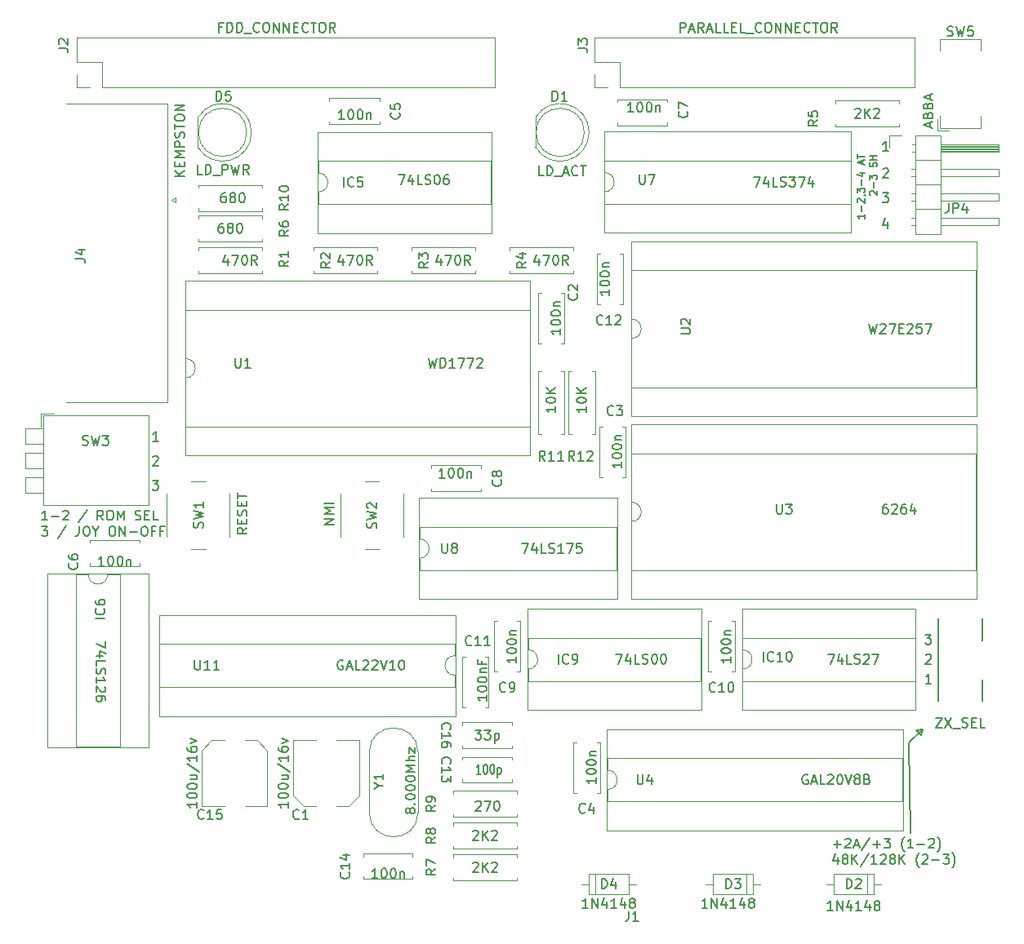
<source format=gto>
G04 #@! TF.GenerationSoftware,KiCad,Pcbnew,(5.1.6)-1*
G04 #@! TF.CreationDate,2020-07-28T07:12:55+03:00*
G04 #@! TF.ProjectId,PlusD_Clone_1_3,506c7573-445f-4436-9c6f-6e655f315f33,rev?*
G04 #@! TF.SameCoordinates,Original*
G04 #@! TF.FileFunction,Legend,Top*
G04 #@! TF.FilePolarity,Positive*
%FSLAX46Y46*%
G04 Gerber Fmt 4.6, Leading zero omitted, Abs format (unit mm)*
G04 Created by KiCad (PCBNEW (5.1.6)-1) date 2020-07-28 07:12:55*
%MOMM*%
%LPD*%
G01*
G04 APERTURE LIST*
%ADD10C,0.150000*%
%ADD11C,0.200000*%
%ADD12C,0.120000*%
G04 APERTURE END LIST*
D10*
X151701476Y-46267714D02*
X151701476Y-46934380D01*
X151463380Y-45886761D02*
X151225285Y-46601047D01*
X151844333Y-46601047D01*
X151177666Y-43267380D02*
X151796714Y-43267380D01*
X151463380Y-43648333D01*
X151606238Y-43648333D01*
X151701476Y-43695952D01*
X151749095Y-43743571D01*
X151796714Y-43838809D01*
X151796714Y-44076904D01*
X151749095Y-44172142D01*
X151701476Y-44219761D01*
X151606238Y-44267380D01*
X151320523Y-44267380D01*
X151225285Y-44219761D01*
X151177666Y-44172142D01*
X151225285Y-40822619D02*
X151272904Y-40775000D01*
X151368142Y-40727380D01*
X151606238Y-40727380D01*
X151701476Y-40775000D01*
X151749095Y-40822619D01*
X151796714Y-40917857D01*
X151796714Y-41013095D01*
X151749095Y-41155952D01*
X151177666Y-41727380D01*
X151796714Y-41727380D01*
X151796714Y-38933380D02*
X151225285Y-38933380D01*
X151511000Y-38933380D02*
X151511000Y-37933380D01*
X151415761Y-38076238D01*
X151320523Y-38171476D01*
X151225285Y-38219095D01*
X154686000Y-99060000D02*
X155321000Y-98933000D01*
X155194000Y-99568000D02*
X154686000Y-99060000D01*
X155321000Y-98933000D02*
X155194000Y-99568000D01*
X153924000Y-100330000D02*
X155321000Y-98933000D01*
X154051000Y-109728000D02*
X153924000Y-100330000D01*
X64613404Y-77224380D02*
X64041976Y-77224380D01*
X64327690Y-77224380D02*
X64327690Y-76224380D01*
X64232452Y-76367238D01*
X64137214Y-76462476D01*
X64041976Y-76510095D01*
X65041976Y-76843428D02*
X65803880Y-76843428D01*
X66232452Y-76319619D02*
X66280071Y-76272000D01*
X66375309Y-76224380D01*
X66613404Y-76224380D01*
X66708642Y-76272000D01*
X66756261Y-76319619D01*
X66803880Y-76414857D01*
X66803880Y-76510095D01*
X66756261Y-76652952D01*
X66184833Y-77224380D01*
X66803880Y-77224380D01*
X68708642Y-76176761D02*
X67851500Y-77462476D01*
X70375309Y-77224380D02*
X70041976Y-76748190D01*
X69803880Y-77224380D02*
X69803880Y-76224380D01*
X70184833Y-76224380D01*
X70280071Y-76272000D01*
X70327690Y-76319619D01*
X70375309Y-76414857D01*
X70375309Y-76557714D01*
X70327690Y-76652952D01*
X70280071Y-76700571D01*
X70184833Y-76748190D01*
X69803880Y-76748190D01*
X70994357Y-76224380D02*
X71184833Y-76224380D01*
X71280071Y-76272000D01*
X71375309Y-76367238D01*
X71422928Y-76557714D01*
X71422928Y-76891047D01*
X71375309Y-77081523D01*
X71280071Y-77176761D01*
X71184833Y-77224380D01*
X70994357Y-77224380D01*
X70899119Y-77176761D01*
X70803880Y-77081523D01*
X70756261Y-76891047D01*
X70756261Y-76557714D01*
X70803880Y-76367238D01*
X70899119Y-76272000D01*
X70994357Y-76224380D01*
X71851500Y-77224380D02*
X71851500Y-76224380D01*
X72184833Y-76938666D01*
X72518166Y-76224380D01*
X72518166Y-77224380D01*
X73708642Y-77176761D02*
X73851500Y-77224380D01*
X74089595Y-77224380D01*
X74184833Y-77176761D01*
X74232452Y-77129142D01*
X74280071Y-77033904D01*
X74280071Y-76938666D01*
X74232452Y-76843428D01*
X74184833Y-76795809D01*
X74089595Y-76748190D01*
X73899119Y-76700571D01*
X73803880Y-76652952D01*
X73756261Y-76605333D01*
X73708642Y-76510095D01*
X73708642Y-76414857D01*
X73756261Y-76319619D01*
X73803880Y-76272000D01*
X73899119Y-76224380D01*
X74137214Y-76224380D01*
X74280071Y-76272000D01*
X74708642Y-76700571D02*
X75041976Y-76700571D01*
X75184833Y-77224380D02*
X74708642Y-77224380D01*
X74708642Y-76224380D01*
X75184833Y-76224380D01*
X76089595Y-77224380D02*
X75613404Y-77224380D01*
X75613404Y-76224380D01*
X63994357Y-77874380D02*
X64613404Y-77874380D01*
X64280071Y-78255333D01*
X64422928Y-78255333D01*
X64518166Y-78302952D01*
X64565785Y-78350571D01*
X64613404Y-78445809D01*
X64613404Y-78683904D01*
X64565785Y-78779142D01*
X64518166Y-78826761D01*
X64422928Y-78874380D01*
X64137214Y-78874380D01*
X64041976Y-78826761D01*
X63994357Y-78779142D01*
X66518166Y-77826761D02*
X65661023Y-79112476D01*
X67899119Y-77874380D02*
X67899119Y-78588666D01*
X67851500Y-78731523D01*
X67756261Y-78826761D01*
X67613404Y-78874380D01*
X67518166Y-78874380D01*
X68565785Y-77874380D02*
X68756261Y-77874380D01*
X68851500Y-77922000D01*
X68946738Y-78017238D01*
X68994357Y-78207714D01*
X68994357Y-78541047D01*
X68946738Y-78731523D01*
X68851500Y-78826761D01*
X68756261Y-78874380D01*
X68565785Y-78874380D01*
X68470547Y-78826761D01*
X68375309Y-78731523D01*
X68327690Y-78541047D01*
X68327690Y-78207714D01*
X68375309Y-78017238D01*
X68470547Y-77922000D01*
X68565785Y-77874380D01*
X69613404Y-78398190D02*
X69613404Y-78874380D01*
X69280071Y-77874380D02*
X69613404Y-78398190D01*
X69946738Y-77874380D01*
X71232452Y-77874380D02*
X71422928Y-77874380D01*
X71518166Y-77922000D01*
X71613404Y-78017238D01*
X71661023Y-78207714D01*
X71661023Y-78541047D01*
X71613404Y-78731523D01*
X71518166Y-78826761D01*
X71422928Y-78874380D01*
X71232452Y-78874380D01*
X71137214Y-78826761D01*
X71041976Y-78731523D01*
X70994357Y-78541047D01*
X70994357Y-78207714D01*
X71041976Y-78017238D01*
X71137214Y-77922000D01*
X71232452Y-77874380D01*
X72089595Y-78874380D02*
X72089595Y-77874380D01*
X72661023Y-78874380D01*
X72661023Y-77874380D01*
X73137214Y-78493428D02*
X73899119Y-78493428D01*
X74565785Y-77874380D02*
X74756261Y-77874380D01*
X74851500Y-77922000D01*
X74946738Y-78017238D01*
X74994357Y-78207714D01*
X74994357Y-78541047D01*
X74946738Y-78731523D01*
X74851500Y-78826761D01*
X74756261Y-78874380D01*
X74565785Y-78874380D01*
X74470547Y-78826761D01*
X74375309Y-78731523D01*
X74327690Y-78541047D01*
X74327690Y-78207714D01*
X74375309Y-78017238D01*
X74470547Y-77922000D01*
X74565785Y-77874380D01*
X75756261Y-78350571D02*
X75422928Y-78350571D01*
X75422928Y-78874380D02*
X75422928Y-77874380D01*
X75899119Y-77874380D01*
X76613404Y-78350571D02*
X76280071Y-78350571D01*
X76280071Y-78874380D02*
X76280071Y-77874380D01*
X76756261Y-77874380D01*
X75485666Y-73112380D02*
X76104714Y-73112380D01*
X75771380Y-73493333D01*
X75914238Y-73493333D01*
X76009476Y-73540952D01*
X76057095Y-73588571D01*
X76104714Y-73683809D01*
X76104714Y-73921904D01*
X76057095Y-74017142D01*
X76009476Y-74064761D01*
X75914238Y-74112380D01*
X75628523Y-74112380D01*
X75533285Y-74064761D01*
X75485666Y-74017142D01*
X75533285Y-70667619D02*
X75580904Y-70620000D01*
X75676142Y-70572380D01*
X75914238Y-70572380D01*
X76009476Y-70620000D01*
X76057095Y-70667619D01*
X76104714Y-70762857D01*
X76104714Y-70858095D01*
X76057095Y-71000952D01*
X75485666Y-71572380D01*
X76104714Y-71572380D01*
X76104714Y-69032380D02*
X75533285Y-69032380D01*
X75819000Y-69032380D02*
X75819000Y-68032380D01*
X75723761Y-68175238D01*
X75628523Y-68270476D01*
X75533285Y-68318095D01*
X149307785Y-45499214D02*
X149307785Y-45927785D01*
X149307785Y-45713500D02*
X148557785Y-45713500D01*
X148664928Y-45784928D01*
X148736357Y-45856357D01*
X148772071Y-45927785D01*
X149022071Y-45177785D02*
X149022071Y-44606357D01*
X148629214Y-44284928D02*
X148593500Y-44249214D01*
X148557785Y-44177785D01*
X148557785Y-43999214D01*
X148593500Y-43927785D01*
X148629214Y-43892071D01*
X148700642Y-43856357D01*
X148772071Y-43856357D01*
X148879214Y-43892071D01*
X149307785Y-44320642D01*
X149307785Y-43856357D01*
X149272071Y-43499214D02*
X149307785Y-43499214D01*
X149379214Y-43534928D01*
X149414928Y-43570642D01*
X148557785Y-43249214D02*
X148557785Y-42784928D01*
X148843500Y-43034928D01*
X148843500Y-42927785D01*
X148879214Y-42856357D01*
X148914928Y-42820642D01*
X148986357Y-42784928D01*
X149164928Y-42784928D01*
X149236357Y-42820642D01*
X149272071Y-42856357D01*
X149307785Y-42927785D01*
X149307785Y-43142071D01*
X149272071Y-43213500D01*
X149236357Y-43249214D01*
X149022071Y-42463500D02*
X149022071Y-41892071D01*
X148807785Y-41213500D02*
X149307785Y-41213500D01*
X148522071Y-41392071D02*
X149057785Y-41570642D01*
X149057785Y-41106357D01*
X149093500Y-40284928D02*
X149093500Y-39927785D01*
X149307785Y-40356357D02*
X148557785Y-40106357D01*
X149307785Y-39856357D01*
X148557785Y-39713500D02*
X148557785Y-39284928D01*
X149307785Y-39499214D02*
X148557785Y-39499214D01*
X149904214Y-43499214D02*
X149868500Y-43463500D01*
X149832785Y-43392071D01*
X149832785Y-43213500D01*
X149868500Y-43142071D01*
X149904214Y-43106357D01*
X149975642Y-43070642D01*
X150047071Y-43070642D01*
X150154214Y-43106357D01*
X150582785Y-43534928D01*
X150582785Y-43070642D01*
X150297071Y-42749214D02*
X150297071Y-42177785D01*
X149832785Y-41892071D02*
X149832785Y-41427785D01*
X150118500Y-41677785D01*
X150118500Y-41570642D01*
X150154214Y-41499214D01*
X150189928Y-41463500D01*
X150261357Y-41427785D01*
X150439928Y-41427785D01*
X150511357Y-41463500D01*
X150547071Y-41499214D01*
X150582785Y-41570642D01*
X150582785Y-41784928D01*
X150547071Y-41856357D01*
X150511357Y-41892071D01*
X150547071Y-40570642D02*
X150582785Y-40463500D01*
X150582785Y-40284928D01*
X150547071Y-40213500D01*
X150511357Y-40177785D01*
X150439928Y-40142071D01*
X150368500Y-40142071D01*
X150297071Y-40177785D01*
X150261357Y-40213500D01*
X150225642Y-40284928D01*
X150189928Y-40427785D01*
X150154214Y-40499214D01*
X150118500Y-40534928D01*
X150047071Y-40570642D01*
X149975642Y-40570642D01*
X149904214Y-40534928D01*
X149868500Y-40499214D01*
X149832785Y-40427785D01*
X149832785Y-40249214D01*
X149868500Y-40142071D01*
X150582785Y-39820642D02*
X149832785Y-39820642D01*
X150189928Y-39820642D02*
X150189928Y-39392071D01*
X150582785Y-39392071D02*
X149832785Y-39392071D01*
X146131595Y-110879428D02*
X146893500Y-110879428D01*
X146512547Y-111260380D02*
X146512547Y-110498476D01*
X147322071Y-110355619D02*
X147369690Y-110308000D01*
X147464928Y-110260380D01*
X147703023Y-110260380D01*
X147798261Y-110308000D01*
X147845880Y-110355619D01*
X147893500Y-110450857D01*
X147893500Y-110546095D01*
X147845880Y-110688952D01*
X147274452Y-111260380D01*
X147893500Y-111260380D01*
X148274452Y-110974666D02*
X148750642Y-110974666D01*
X148179214Y-111260380D02*
X148512547Y-110260380D01*
X148845880Y-111260380D01*
X149893500Y-110212761D02*
X149036357Y-111498476D01*
X150226833Y-110879428D02*
X150988738Y-110879428D01*
X150607785Y-111260380D02*
X150607785Y-110498476D01*
X151369690Y-110260380D02*
X151988738Y-110260380D01*
X151655404Y-110641333D01*
X151798261Y-110641333D01*
X151893500Y-110688952D01*
X151941119Y-110736571D01*
X151988738Y-110831809D01*
X151988738Y-111069904D01*
X151941119Y-111165142D01*
X151893500Y-111212761D01*
X151798261Y-111260380D01*
X151512547Y-111260380D01*
X151417309Y-111212761D01*
X151369690Y-111165142D01*
X153464928Y-111641333D02*
X153417309Y-111593714D01*
X153322071Y-111450857D01*
X153274452Y-111355619D01*
X153226833Y-111212761D01*
X153179214Y-110974666D01*
X153179214Y-110784190D01*
X153226833Y-110546095D01*
X153274452Y-110403238D01*
X153322071Y-110308000D01*
X153417309Y-110165142D01*
X153464928Y-110117523D01*
X154369690Y-111260380D02*
X153798261Y-111260380D01*
X154083976Y-111260380D02*
X154083976Y-110260380D01*
X153988738Y-110403238D01*
X153893500Y-110498476D01*
X153798261Y-110546095D01*
X154798261Y-110879428D02*
X155560166Y-110879428D01*
X155988738Y-110355619D02*
X156036357Y-110308000D01*
X156131595Y-110260380D01*
X156369690Y-110260380D01*
X156464928Y-110308000D01*
X156512547Y-110355619D01*
X156560166Y-110450857D01*
X156560166Y-110546095D01*
X156512547Y-110688952D01*
X155941119Y-111260380D01*
X156560166Y-111260380D01*
X156893500Y-111641333D02*
X156941119Y-111593714D01*
X157036357Y-111450857D01*
X157083976Y-111355619D01*
X157131595Y-111212761D01*
X157179214Y-110974666D01*
X157179214Y-110784190D01*
X157131595Y-110546095D01*
X157083976Y-110403238D01*
X157036357Y-110308000D01*
X156941119Y-110165142D01*
X156893500Y-110117523D01*
X146560166Y-112243714D02*
X146560166Y-112910380D01*
X146322071Y-111862761D02*
X146083976Y-112577047D01*
X146703023Y-112577047D01*
X147226833Y-112338952D02*
X147131595Y-112291333D01*
X147083976Y-112243714D01*
X147036357Y-112148476D01*
X147036357Y-112100857D01*
X147083976Y-112005619D01*
X147131595Y-111958000D01*
X147226833Y-111910380D01*
X147417309Y-111910380D01*
X147512547Y-111958000D01*
X147560166Y-112005619D01*
X147607785Y-112100857D01*
X147607785Y-112148476D01*
X147560166Y-112243714D01*
X147512547Y-112291333D01*
X147417309Y-112338952D01*
X147226833Y-112338952D01*
X147131595Y-112386571D01*
X147083976Y-112434190D01*
X147036357Y-112529428D01*
X147036357Y-112719904D01*
X147083976Y-112815142D01*
X147131595Y-112862761D01*
X147226833Y-112910380D01*
X147417309Y-112910380D01*
X147512547Y-112862761D01*
X147560166Y-112815142D01*
X147607785Y-112719904D01*
X147607785Y-112529428D01*
X147560166Y-112434190D01*
X147512547Y-112386571D01*
X147417309Y-112338952D01*
X148036357Y-112910380D02*
X148036357Y-111910380D01*
X148607785Y-112910380D02*
X148179214Y-112338952D01*
X148607785Y-111910380D02*
X148036357Y-112481809D01*
X149750642Y-111862761D02*
X148893500Y-113148476D01*
X150607785Y-112910380D02*
X150036357Y-112910380D01*
X150322071Y-112910380D02*
X150322071Y-111910380D01*
X150226833Y-112053238D01*
X150131595Y-112148476D01*
X150036357Y-112196095D01*
X150988738Y-112005619D02*
X151036357Y-111958000D01*
X151131595Y-111910380D01*
X151369690Y-111910380D01*
X151464928Y-111958000D01*
X151512547Y-112005619D01*
X151560166Y-112100857D01*
X151560166Y-112196095D01*
X151512547Y-112338952D01*
X150941119Y-112910380D01*
X151560166Y-112910380D01*
X152131595Y-112338952D02*
X152036357Y-112291333D01*
X151988738Y-112243714D01*
X151941119Y-112148476D01*
X151941119Y-112100857D01*
X151988738Y-112005619D01*
X152036357Y-111958000D01*
X152131595Y-111910380D01*
X152322071Y-111910380D01*
X152417309Y-111958000D01*
X152464928Y-112005619D01*
X152512547Y-112100857D01*
X152512547Y-112148476D01*
X152464928Y-112243714D01*
X152417309Y-112291333D01*
X152322071Y-112338952D01*
X152131595Y-112338952D01*
X152036357Y-112386571D01*
X151988738Y-112434190D01*
X151941119Y-112529428D01*
X151941119Y-112719904D01*
X151988738Y-112815142D01*
X152036357Y-112862761D01*
X152131595Y-112910380D01*
X152322071Y-112910380D01*
X152417309Y-112862761D01*
X152464928Y-112815142D01*
X152512547Y-112719904D01*
X152512547Y-112529428D01*
X152464928Y-112434190D01*
X152417309Y-112386571D01*
X152322071Y-112338952D01*
X152941119Y-112910380D02*
X152941119Y-111910380D01*
X153512547Y-112910380D02*
X153083976Y-112338952D01*
X153512547Y-111910380D02*
X152941119Y-112481809D01*
X154988738Y-113291333D02*
X154941119Y-113243714D01*
X154845880Y-113100857D01*
X154798261Y-113005619D01*
X154750642Y-112862761D01*
X154703023Y-112624666D01*
X154703023Y-112434190D01*
X154750642Y-112196095D01*
X154798261Y-112053238D01*
X154845880Y-111958000D01*
X154941119Y-111815142D01*
X154988738Y-111767523D01*
X155322071Y-112005619D02*
X155369690Y-111958000D01*
X155464928Y-111910380D01*
X155703023Y-111910380D01*
X155798261Y-111958000D01*
X155845880Y-112005619D01*
X155893500Y-112100857D01*
X155893500Y-112196095D01*
X155845880Y-112338952D01*
X155274452Y-112910380D01*
X155893500Y-112910380D01*
X156322071Y-112529428D02*
X157083976Y-112529428D01*
X157464928Y-111910380D02*
X158083976Y-111910380D01*
X157750642Y-112291333D01*
X157893500Y-112291333D01*
X157988738Y-112338952D01*
X158036357Y-112386571D01*
X158083976Y-112481809D01*
X158083976Y-112719904D01*
X158036357Y-112815142D01*
X157988738Y-112862761D01*
X157893500Y-112910380D01*
X157607785Y-112910380D01*
X157512547Y-112862761D01*
X157464928Y-112815142D01*
X158417309Y-113291333D02*
X158464928Y-113243714D01*
X158560166Y-113100857D01*
X158607785Y-113005619D01*
X158655404Y-112862761D01*
X158703023Y-112624666D01*
X158703023Y-112434190D01*
X158655404Y-112196095D01*
X158607785Y-112053238D01*
X158560166Y-111958000D01*
X158464928Y-111815142D01*
X158417309Y-111767523D01*
D11*
X155622666Y-89114380D02*
X156241714Y-89114380D01*
X155908380Y-89495333D01*
X156051238Y-89495333D01*
X156146476Y-89542952D01*
X156194095Y-89590571D01*
X156241714Y-89685809D01*
X156241714Y-89923904D01*
X156194095Y-90019142D01*
X156146476Y-90066761D01*
X156051238Y-90114380D01*
X155765523Y-90114380D01*
X155670285Y-90066761D01*
X155622666Y-90019142D01*
X155670285Y-91241619D02*
X155717904Y-91194000D01*
X155813142Y-91146380D01*
X156051238Y-91146380D01*
X156146476Y-91194000D01*
X156194095Y-91241619D01*
X156241714Y-91336857D01*
X156241714Y-91432095D01*
X156194095Y-91574952D01*
X155622666Y-92146380D01*
X156241714Y-92146380D01*
X156241714Y-94178380D02*
X155670285Y-94178380D01*
X155956000Y-94178380D02*
X155956000Y-93178380D01*
X155860761Y-93321238D01*
X155765523Y-93416476D01*
X155670285Y-93464095D01*
D12*
X151892000Y-37338000D02*
X153162000Y-37338000D01*
X151892000Y-38608000D02*
X151892000Y-37338000D01*
X154204929Y-46608000D02*
X154602000Y-46608000D01*
X154204929Y-45848000D02*
X154602000Y-45848000D01*
X163262000Y-46608000D02*
X157262000Y-46608000D01*
X163262000Y-45848000D02*
X163262000Y-46608000D01*
X157262000Y-45848000D02*
X163262000Y-45848000D01*
X154602000Y-44958000D02*
X157262000Y-44958000D01*
X154204929Y-44068000D02*
X154602000Y-44068000D01*
X154204929Y-43308000D02*
X154602000Y-43308000D01*
X163262000Y-44068000D02*
X157262000Y-44068000D01*
X163262000Y-43308000D02*
X163262000Y-44068000D01*
X157262000Y-43308000D02*
X163262000Y-43308000D01*
X154602000Y-42418000D02*
X157262000Y-42418000D01*
X154204929Y-41528000D02*
X154602000Y-41528000D01*
X154204929Y-40768000D02*
X154602000Y-40768000D01*
X163262000Y-41528000D02*
X157262000Y-41528000D01*
X163262000Y-40768000D02*
X163262000Y-41528000D01*
X157262000Y-40768000D02*
X163262000Y-40768000D01*
X154602000Y-39878000D02*
X157262000Y-39878000D01*
X154272000Y-38988000D02*
X154602000Y-38988000D01*
X154272000Y-38228000D02*
X154602000Y-38228000D01*
X157262000Y-38888000D02*
X163262000Y-38888000D01*
X157262000Y-38768000D02*
X163262000Y-38768000D01*
X157262000Y-38648000D02*
X163262000Y-38648000D01*
X157262000Y-38528000D02*
X163262000Y-38528000D01*
X157262000Y-38408000D02*
X163262000Y-38408000D01*
X157262000Y-38288000D02*
X163262000Y-38288000D01*
X163262000Y-38988000D02*
X157262000Y-38988000D01*
X163262000Y-38228000D02*
X163262000Y-38988000D01*
X157262000Y-38228000D02*
X163262000Y-38228000D01*
X157262000Y-37278000D02*
X154602000Y-37278000D01*
X157262000Y-47558000D02*
X157262000Y-37278000D01*
X154602000Y-47558000D02*
X157262000Y-47558000D01*
X154602000Y-37278000D02*
X154602000Y-47558000D01*
X95845563Y-106910000D02*
X96910000Y-105845563D01*
X91154437Y-106910000D02*
X90090000Y-105845563D01*
X91154437Y-106910000D02*
X92440000Y-106910000D01*
X95845563Y-106910000D02*
X94560000Y-106910000D01*
X96910000Y-105845563D02*
X96910000Y-100090000D01*
X90090000Y-105845563D02*
X90090000Y-100090000D01*
X90090000Y-100090000D02*
X92440000Y-100090000D01*
X96910000Y-100090000D02*
X94560000Y-100090000D01*
X81654437Y-100090000D02*
X80590000Y-101154437D01*
X86345563Y-100090000D02*
X87410000Y-101154437D01*
X86345563Y-100090000D02*
X85060000Y-100090000D01*
X81654437Y-100090000D02*
X82940000Y-100090000D01*
X80590000Y-101154437D02*
X80590000Y-106910000D01*
X87410000Y-101154437D02*
X87410000Y-106910000D01*
X87410000Y-106910000D02*
X85060000Y-106910000D01*
X80590000Y-106910000D02*
X82940000Y-106910000D01*
X156857000Y-36817000D02*
X158057000Y-36817000D01*
X156857000Y-35617000D02*
X156857000Y-36817000D01*
X161357000Y-27317000D02*
X161357000Y-28517000D01*
X157157000Y-27317000D02*
X161357000Y-27317000D01*
X157157000Y-28517000D02*
X157157000Y-27317000D01*
X161357000Y-36517000D02*
X161357000Y-35317000D01*
X157157000Y-36517000D02*
X161357000Y-36517000D01*
X157157000Y-35317000D02*
X157157000Y-36517000D01*
X125170000Y-58380000D02*
X125170000Y-63440000D01*
X125170000Y-63440000D02*
X160850000Y-63440000D01*
X160850000Y-63440000D02*
X160850000Y-51320000D01*
X160850000Y-51320000D02*
X125170000Y-51320000D01*
X125170000Y-51320000D02*
X125170000Y-56380000D01*
X125110000Y-66440000D02*
X160910000Y-66440000D01*
X160910000Y-66440000D02*
X160910000Y-48320000D01*
X160910000Y-48320000D02*
X125110000Y-48320000D01*
X125110000Y-48320000D02*
X125110000Y-66440000D01*
X125170000Y-56380000D02*
G75*
G02*
X125170000Y-58380000I0J-1000000D01*
G01*
D10*
X161558000Y-89726000D02*
X161558000Y-87426000D01*
X161558000Y-96026000D02*
X161558000Y-93826000D01*
X156958000Y-96026000D02*
X156958000Y-87426000D01*
D12*
X115800000Y-68294000D02*
X115470000Y-68294000D01*
X115470000Y-68294000D02*
X115470000Y-61754000D01*
X115470000Y-61754000D02*
X115800000Y-61754000D01*
X117880000Y-68294000D02*
X118210000Y-68294000D01*
X118210000Y-68294000D02*
X118210000Y-61754000D01*
X118210000Y-61754000D02*
X117880000Y-61754000D01*
X66530000Y-34055000D02*
X77010000Y-34055000D01*
X77010000Y-34055000D02*
X77010000Y-65025000D01*
X77010000Y-65025000D02*
X66530000Y-65025000D01*
X77904338Y-43750000D02*
X77904338Y-44250000D01*
X77904338Y-44250000D02*
X77471325Y-44000000D01*
X77471325Y-44000000D02*
X77904338Y-43750000D01*
X64136000Y-66390000D02*
X75056000Y-66390000D01*
X64136000Y-75690000D02*
X75056000Y-75690000D01*
X64136000Y-66390000D02*
X64136000Y-75690000D01*
X75056000Y-66390000D02*
X75056000Y-75690000D01*
X63896000Y-66150000D02*
X65279000Y-66150000D01*
X63896000Y-66150000D02*
X63896000Y-67533000D01*
X62276000Y-67690000D02*
X64136000Y-67690000D01*
X62276000Y-69310000D02*
X64136000Y-69310000D01*
X62276000Y-67690000D02*
X62276000Y-69310000D01*
X64136000Y-67690000D02*
X64136000Y-69310000D01*
X62276000Y-70230000D02*
X64136000Y-70230000D01*
X62276000Y-71850000D02*
X64136000Y-71850000D01*
X62276000Y-70230000D02*
X62276000Y-71850000D01*
X64136000Y-70230000D02*
X64136000Y-71850000D01*
X62276000Y-72770000D02*
X64136000Y-72770000D01*
X62276000Y-74390000D02*
X64136000Y-74390000D01*
X62276000Y-72770000D02*
X62276000Y-74390000D01*
X64136000Y-72770000D02*
X64136000Y-74390000D01*
X102394000Y-49252000D02*
X102394000Y-48922000D01*
X102394000Y-48922000D02*
X108934000Y-48922000D01*
X108934000Y-48922000D02*
X108934000Y-49252000D01*
X102394000Y-51332000D02*
X102394000Y-51662000D01*
X102394000Y-51662000D02*
X108934000Y-51662000D01*
X108934000Y-51662000D02*
X108934000Y-51332000D01*
X114432000Y-92690000D02*
X114432000Y-93940000D01*
X114432000Y-93940000D02*
X132332000Y-93940000D01*
X132332000Y-93940000D02*
X132332000Y-89440000D01*
X132332000Y-89440000D02*
X114432000Y-89440000D01*
X114432000Y-89440000D02*
X114432000Y-90690000D01*
X114372000Y-96940000D02*
X132392000Y-96940000D01*
X132392000Y-96940000D02*
X132392000Y-86440000D01*
X132392000Y-86440000D02*
X114372000Y-86440000D01*
X114372000Y-86440000D02*
X114372000Y-96940000D01*
X114432000Y-90690000D02*
G75*
G02*
X114432000Y-92690000I0J-1000000D01*
G01*
X106830000Y-91310000D02*
X106830000Y-90060000D01*
X106830000Y-90060000D02*
X76230000Y-90060000D01*
X76230000Y-90060000D02*
X76230000Y-94560000D01*
X76230000Y-94560000D02*
X106830000Y-94560000D01*
X106830000Y-94560000D02*
X106830000Y-93310000D01*
X106890000Y-87060000D02*
X76170000Y-87060000D01*
X76170000Y-87060000D02*
X76170000Y-97560000D01*
X76170000Y-97560000D02*
X106890000Y-97560000D01*
X106890000Y-97560000D02*
X106890000Y-87060000D01*
X106830000Y-93310000D02*
G75*
G02*
X106830000Y-91310000I0J1000000D01*
G01*
X92670000Y-43190000D02*
X92670000Y-44440000D01*
X92670000Y-44440000D02*
X110570000Y-44440000D01*
X110570000Y-44440000D02*
X110570000Y-39940000D01*
X110570000Y-39940000D02*
X92670000Y-39940000D01*
X92670000Y-39940000D02*
X92670000Y-41190000D01*
X92610000Y-47440000D02*
X110630000Y-47440000D01*
X110630000Y-47440000D02*
X110630000Y-36940000D01*
X110630000Y-36940000D02*
X92610000Y-36940000D01*
X92610000Y-36940000D02*
X92610000Y-47440000D01*
X92670000Y-41190000D02*
G75*
G02*
X92670000Y-43190000I0J-1000000D01*
G01*
X68850000Y-82871000D02*
X67600000Y-82871000D01*
X67600000Y-82871000D02*
X67600000Y-100771000D01*
X67600000Y-100771000D02*
X72100000Y-100771000D01*
X72100000Y-100771000D02*
X72100000Y-82871000D01*
X72100000Y-82871000D02*
X70850000Y-82871000D01*
X64600000Y-82811000D02*
X64600000Y-100831000D01*
X64600000Y-100831000D02*
X75100000Y-100831000D01*
X75100000Y-100831000D02*
X75100000Y-82811000D01*
X75100000Y-82811000D02*
X64600000Y-82811000D01*
X70850000Y-82871000D02*
G75*
G02*
X68850000Y-82871000I-1000000J0D01*
G01*
X146336000Y-34012000D02*
X146336000Y-33682000D01*
X146336000Y-33682000D02*
X152876000Y-33682000D01*
X152876000Y-33682000D02*
X152876000Y-34012000D01*
X146336000Y-36092000D02*
X146336000Y-36422000D01*
X146336000Y-36422000D02*
X152876000Y-36422000D01*
X152876000Y-36422000D02*
X152876000Y-36092000D01*
X136670000Y-92690000D02*
X136670000Y-93940000D01*
X136670000Y-93940000D02*
X154570000Y-93940000D01*
X154570000Y-93940000D02*
X154570000Y-89440000D01*
X154570000Y-89440000D02*
X136670000Y-89440000D01*
X136670000Y-89440000D02*
X136670000Y-90690000D01*
X136610000Y-96940000D02*
X154630000Y-96940000D01*
X154630000Y-96940000D02*
X154630000Y-86440000D01*
X154630000Y-86440000D02*
X136610000Y-86440000D01*
X136610000Y-86440000D02*
X136610000Y-96940000D01*
X136670000Y-90690000D02*
G75*
G02*
X136670000Y-92690000I0J-1000000D01*
G01*
X101500000Y-79000000D02*
X101500000Y-74500000D01*
X97500000Y-80250000D02*
X99000000Y-80250000D01*
X95000000Y-74500000D02*
X95000000Y-79000000D01*
X99000000Y-73250000D02*
X97500000Y-73250000D01*
X83500000Y-79000000D02*
X83500000Y-74500000D01*
X79500000Y-80250000D02*
X81000000Y-80250000D01*
X77000000Y-74500000D02*
X77000000Y-79000000D01*
X81000000Y-73250000D02*
X79500000Y-73250000D01*
X122368000Y-43164000D02*
X122368000Y-44414000D01*
X122368000Y-44414000D02*
X147888000Y-44414000D01*
X147888000Y-44414000D02*
X147888000Y-39914000D01*
X147888000Y-39914000D02*
X122368000Y-39914000D01*
X122368000Y-39914000D02*
X122368000Y-41164000D01*
X122308000Y-47414000D02*
X147948000Y-47414000D01*
X147948000Y-47414000D02*
X147948000Y-36914000D01*
X147948000Y-36914000D02*
X122308000Y-36914000D01*
X122308000Y-36914000D02*
X122308000Y-47414000D01*
X122368000Y-41164000D02*
G75*
G02*
X122368000Y-43164000I0J-1000000D01*
G01*
X103170000Y-81190000D02*
X103170000Y-82440000D01*
X103170000Y-82440000D02*
X123610000Y-82440000D01*
X123610000Y-82440000D02*
X123610000Y-77940000D01*
X123610000Y-77940000D02*
X103170000Y-77940000D01*
X103170000Y-77940000D02*
X103170000Y-79190000D01*
X103110000Y-85440000D02*
X123670000Y-85440000D01*
X123670000Y-85440000D02*
X123670000Y-74940000D01*
X123670000Y-74940000D02*
X103110000Y-74940000D01*
X103110000Y-74940000D02*
X103110000Y-85440000D01*
X103170000Y-79190000D02*
G75*
G02*
X103170000Y-81190000I0J-1000000D01*
G01*
X122670000Y-105190000D02*
X122670000Y-106440000D01*
X122670000Y-106440000D02*
X153270000Y-106440000D01*
X153270000Y-106440000D02*
X153270000Y-101940000D01*
X153270000Y-101940000D02*
X122670000Y-101940000D01*
X122670000Y-101940000D02*
X122670000Y-103190000D01*
X122610000Y-109440000D02*
X153330000Y-109440000D01*
X153330000Y-109440000D02*
X153330000Y-98940000D01*
X153330000Y-98940000D02*
X122610000Y-98940000D01*
X122610000Y-98940000D02*
X122610000Y-109440000D01*
X122670000Y-103190000D02*
G75*
G02*
X122670000Y-105190000I0J-1000000D01*
G01*
X125170000Y-77380000D02*
X125170000Y-82440000D01*
X125170000Y-82440000D02*
X160850000Y-82440000D01*
X160850000Y-82440000D02*
X160850000Y-70320000D01*
X160850000Y-70320000D02*
X125170000Y-70320000D01*
X125170000Y-70320000D02*
X125170000Y-75380000D01*
X125110000Y-85440000D02*
X160910000Y-85440000D01*
X160910000Y-85440000D02*
X160910000Y-67320000D01*
X160910000Y-67320000D02*
X125110000Y-67320000D01*
X125110000Y-67320000D02*
X125110000Y-85440000D01*
X125170000Y-75380000D02*
G75*
G02*
X125170000Y-77380000I0J-1000000D01*
G01*
X78934000Y-62468000D02*
X78934000Y-67528000D01*
X78934000Y-67528000D02*
X114614000Y-67528000D01*
X114614000Y-67528000D02*
X114614000Y-55408000D01*
X114614000Y-55408000D02*
X78934000Y-55408000D01*
X78934000Y-55408000D02*
X78934000Y-60468000D01*
X78874000Y-70528000D02*
X114674000Y-70528000D01*
X114674000Y-70528000D02*
X114674000Y-52408000D01*
X114674000Y-52408000D02*
X78874000Y-52408000D01*
X78874000Y-52408000D02*
X78874000Y-70528000D01*
X78934000Y-60468000D02*
G75*
G02*
X78934000Y-62468000I0J-1000000D01*
G01*
X118975000Y-68294000D02*
X118645000Y-68294000D01*
X118645000Y-68294000D02*
X118645000Y-61754000D01*
X118645000Y-61754000D02*
X118975000Y-61754000D01*
X121055000Y-68294000D02*
X121385000Y-68294000D01*
X121385000Y-68294000D02*
X121385000Y-61754000D01*
X121385000Y-61754000D02*
X121055000Y-61754000D01*
X80296000Y-42775000D02*
X80296000Y-42445000D01*
X80296000Y-42445000D02*
X86836000Y-42445000D01*
X86836000Y-42445000D02*
X86836000Y-42775000D01*
X80296000Y-44855000D02*
X80296000Y-45185000D01*
X80296000Y-45185000D02*
X86836000Y-45185000D01*
X86836000Y-45185000D02*
X86836000Y-44855000D01*
X106712000Y-105640000D02*
X106712000Y-105310000D01*
X106712000Y-105310000D02*
X113252000Y-105310000D01*
X113252000Y-105310000D02*
X113252000Y-105640000D01*
X106712000Y-107720000D02*
X106712000Y-108050000D01*
X106712000Y-108050000D02*
X113252000Y-108050000D01*
X113252000Y-108050000D02*
X113252000Y-107720000D01*
X106712000Y-108942000D02*
X106712000Y-108612000D01*
X106712000Y-108612000D02*
X113252000Y-108612000D01*
X113252000Y-108612000D02*
X113252000Y-108942000D01*
X106712000Y-111022000D02*
X106712000Y-111352000D01*
X106712000Y-111352000D02*
X113252000Y-111352000D01*
X113252000Y-111352000D02*
X113252000Y-111022000D01*
X113252000Y-114324000D02*
X113252000Y-114654000D01*
X113252000Y-114654000D02*
X106712000Y-114654000D01*
X106712000Y-114654000D02*
X106712000Y-114324000D01*
X113252000Y-112244000D02*
X113252000Y-111914000D01*
X113252000Y-111914000D02*
X106712000Y-111914000D01*
X106712000Y-111914000D02*
X106712000Y-112244000D01*
X80296000Y-45950000D02*
X80296000Y-45620000D01*
X80296000Y-45620000D02*
X86836000Y-45620000D01*
X86836000Y-45620000D02*
X86836000Y-45950000D01*
X80296000Y-48030000D02*
X80296000Y-48360000D01*
X80296000Y-48360000D02*
X86836000Y-48360000D01*
X86836000Y-48360000D02*
X86836000Y-48030000D01*
X112554000Y-49252000D02*
X112554000Y-48922000D01*
X112554000Y-48922000D02*
X119094000Y-48922000D01*
X119094000Y-48922000D02*
X119094000Y-49252000D01*
X112554000Y-51332000D02*
X112554000Y-51662000D01*
X112554000Y-51662000D02*
X119094000Y-51662000D01*
X119094000Y-51662000D02*
X119094000Y-51332000D01*
X92234000Y-49252000D02*
X92234000Y-48922000D01*
X92234000Y-48922000D02*
X98774000Y-48922000D01*
X98774000Y-48922000D02*
X98774000Y-49252000D01*
X92234000Y-51332000D02*
X92234000Y-51662000D01*
X92234000Y-51662000D02*
X98774000Y-51662000D01*
X98774000Y-51662000D02*
X98774000Y-51332000D01*
X80296000Y-49252000D02*
X80296000Y-48922000D01*
X80296000Y-48922000D02*
X86836000Y-48922000D01*
X86836000Y-48922000D02*
X86836000Y-49252000D01*
X80296000Y-51332000D02*
X80296000Y-51662000D01*
X80296000Y-51662000D02*
X86836000Y-51662000D01*
X86836000Y-51662000D02*
X86836000Y-51332000D01*
X154492000Y-32330000D02*
X154492000Y-27130000D01*
X123952000Y-32330000D02*
X154492000Y-32330000D01*
X121352000Y-27130000D02*
X154492000Y-27130000D01*
X123952000Y-32330000D02*
X123952000Y-29730000D01*
X123952000Y-29730000D02*
X121352000Y-29730000D01*
X121352000Y-29730000D02*
X121352000Y-27130000D01*
X122682000Y-32330000D02*
X121352000Y-32330000D01*
X121352000Y-32330000D02*
X121352000Y-31000000D01*
X121566000Y-54857000D02*
X121566000Y-49617000D01*
X124306000Y-54857000D02*
X124306000Y-49617000D01*
X121566000Y-54857000D02*
X121881000Y-54857000D01*
X123991000Y-54857000D02*
X124306000Y-54857000D01*
X121566000Y-49617000D02*
X121881000Y-49617000D01*
X123991000Y-49617000D02*
X124306000Y-49617000D01*
X110336000Y-91447000D02*
X110336000Y-96687000D01*
X107596000Y-91447000D02*
X107596000Y-96687000D01*
X110336000Y-91447000D02*
X110021000Y-91447000D01*
X107911000Y-91447000D02*
X107596000Y-91447000D01*
X110336000Y-96687000D02*
X110021000Y-96687000D01*
X107911000Y-96687000D02*
X107596000Y-96687000D01*
X133123000Y-92957000D02*
X133123000Y-87717000D01*
X135863000Y-92957000D02*
X135863000Y-87717000D01*
X133123000Y-92957000D02*
X133438000Y-92957000D01*
X135548000Y-92957000D02*
X135863000Y-92957000D01*
X133123000Y-87717000D02*
X133438000Y-87717000D01*
X135548000Y-87717000D02*
X135863000Y-87717000D01*
X110898000Y-92957000D02*
X110898000Y-87717000D01*
X113638000Y-92957000D02*
X113638000Y-87717000D01*
X110898000Y-92957000D02*
X111213000Y-92957000D01*
X113323000Y-92957000D02*
X113638000Y-92957000D01*
X110898000Y-87717000D02*
X111213000Y-87717000D01*
X113323000Y-87717000D02*
X113638000Y-87717000D01*
X109594000Y-74268000D02*
X104354000Y-74268000D01*
X109594000Y-71528000D02*
X104354000Y-71528000D01*
X109594000Y-74268000D02*
X109594000Y-73953000D01*
X109594000Y-71843000D02*
X109594000Y-71528000D01*
X104354000Y-74268000D02*
X104354000Y-73953000D01*
X104354000Y-71843000D02*
X104354000Y-71528000D01*
X128898000Y-36295000D02*
X123658000Y-36295000D01*
X128898000Y-33555000D02*
X123658000Y-33555000D01*
X128898000Y-36295000D02*
X128898000Y-35980000D01*
X128898000Y-33870000D02*
X128898000Y-33555000D01*
X123658000Y-36295000D02*
X123658000Y-35980000D01*
X123658000Y-33870000D02*
X123658000Y-33555000D01*
X68968000Y-79275000D02*
X74208000Y-79275000D01*
X68968000Y-82015000D02*
X74208000Y-82015000D01*
X68968000Y-79275000D02*
X68968000Y-79590000D01*
X68968000Y-81700000D02*
X68968000Y-82015000D01*
X74208000Y-79275000D02*
X74208000Y-79590000D01*
X74208000Y-81700000D02*
X74208000Y-82015000D01*
X99053000Y-36168000D02*
X93813000Y-36168000D01*
X99053000Y-33428000D02*
X93813000Y-33428000D01*
X99053000Y-36168000D02*
X99053000Y-35853000D01*
X99053000Y-33743000D02*
X99053000Y-33428000D01*
X93813000Y-36168000D02*
X93813000Y-35853000D01*
X93813000Y-33743000D02*
X93813000Y-33428000D01*
X119153000Y-105530000D02*
X119153000Y-100290000D01*
X121893000Y-105530000D02*
X121893000Y-100290000D01*
X119153000Y-105530000D02*
X119468000Y-105530000D01*
X121578000Y-105530000D02*
X121893000Y-105530000D01*
X119153000Y-100290000D02*
X119468000Y-100290000D01*
X121578000Y-100290000D02*
X121893000Y-100290000D01*
X121820000Y-72764000D02*
X121820000Y-67524000D01*
X124560000Y-72764000D02*
X124560000Y-67524000D01*
X121820000Y-72764000D02*
X122135000Y-72764000D01*
X124245000Y-72764000D02*
X124560000Y-72764000D01*
X121820000Y-67524000D02*
X122135000Y-67524000D01*
X124245000Y-67524000D02*
X124560000Y-67524000D01*
X115470000Y-58921000D02*
X115470000Y-53681000D01*
X118210000Y-58921000D02*
X118210000Y-53681000D01*
X115470000Y-58921000D02*
X115785000Y-58921000D01*
X117895000Y-58921000D02*
X118210000Y-58921000D01*
X115470000Y-53681000D02*
X115785000Y-53681000D01*
X117895000Y-53681000D02*
X118210000Y-53681000D01*
X107576000Y-98198000D02*
X112816000Y-98198000D01*
X107576000Y-100938000D02*
X112816000Y-100938000D01*
X107576000Y-98198000D02*
X107576000Y-98513000D01*
X107576000Y-100623000D02*
X107576000Y-100938000D01*
X112816000Y-98198000D02*
X112816000Y-98513000D01*
X112816000Y-100623000D02*
X112816000Y-100938000D01*
X67670000Y-32330000D02*
X67670000Y-31000000D01*
X69000000Y-32330000D02*
X67670000Y-32330000D01*
X67670000Y-29730000D02*
X67670000Y-27130000D01*
X70270000Y-29730000D02*
X67670000Y-29730000D01*
X70270000Y-32330000D02*
X70270000Y-29730000D01*
X67670000Y-27130000D02*
X110970000Y-27130000D01*
X70270000Y-32330000D02*
X110970000Y-32330000D01*
X110970000Y-32330000D02*
X110970000Y-27130000D01*
X120270000Y-37000000D02*
G75*
G03*
X120270000Y-37000000I-2500000J0D01*
G01*
X115210000Y-35455000D02*
X115210000Y-38545000D01*
X120760000Y-36999538D02*
G75*
G02*
X115210000Y-38544830I-2990000J-462D01*
G01*
X120760000Y-37000462D02*
G75*
G03*
X115210000Y-35455170I-2990000J462D01*
G01*
X120750000Y-113940000D02*
X120750000Y-116060000D01*
X120750000Y-116060000D02*
X124870000Y-116060000D01*
X124870000Y-116060000D02*
X124870000Y-113940000D01*
X124870000Y-113940000D02*
X120750000Y-113940000D01*
X119980000Y-115000000D02*
X120750000Y-115000000D01*
X125640000Y-115000000D02*
X124870000Y-115000000D01*
X121410000Y-113940000D02*
X121410000Y-116060000D01*
X137750000Y-116060000D02*
X137750000Y-113940000D01*
X137750000Y-113940000D02*
X133630000Y-113940000D01*
X133630000Y-113940000D02*
X133630000Y-116060000D01*
X133630000Y-116060000D02*
X137750000Y-116060000D01*
X138520000Y-115000000D02*
X137750000Y-115000000D01*
X132860000Y-115000000D02*
X133630000Y-115000000D01*
X137090000Y-116060000D02*
X137090000Y-113940000D01*
X149590000Y-116060000D02*
X149590000Y-113940000D01*
X145360000Y-115000000D02*
X146130000Y-115000000D01*
X151020000Y-115000000D02*
X150250000Y-115000000D01*
X146130000Y-116060000D02*
X150250000Y-116060000D01*
X146130000Y-113940000D02*
X146130000Y-116060000D01*
X150250000Y-113940000D02*
X146130000Y-113940000D01*
X150250000Y-116060000D02*
X150250000Y-113940000D01*
X85270000Y-37000000D02*
G75*
G03*
X85270000Y-37000000I-2500000J0D01*
G01*
X80210000Y-35455000D02*
X80210000Y-38545000D01*
X85760000Y-36999538D02*
G75*
G02*
X80210000Y-38544830I-2990000J-462D01*
G01*
X85760000Y-37000462D02*
G75*
G03*
X80210000Y-35455170I-2990000J462D01*
G01*
X107636000Y-101814000D02*
X112756000Y-101814000D01*
X107636000Y-104434000D02*
X112756000Y-104434000D01*
X107636000Y-101814000D02*
X107636000Y-102128000D01*
X107636000Y-104120000D02*
X107636000Y-104434000D01*
X112756000Y-101814000D02*
X112756000Y-102128000D01*
X112756000Y-104120000D02*
X112756000Y-104434000D01*
X97349000Y-111847000D02*
X102469000Y-111847000D01*
X97349000Y-114467000D02*
X102469000Y-114467000D01*
X97349000Y-111847000D02*
X97349000Y-112161000D01*
X97349000Y-114153000D02*
X97349000Y-114467000D01*
X102469000Y-111847000D02*
X102469000Y-112161000D01*
X102469000Y-114153000D02*
X102469000Y-114467000D01*
X97975000Y-101325000D02*
X97975000Y-107575000D01*
X103025000Y-101325000D02*
X103025000Y-107575000D01*
X97975000Y-101325000D02*
G75*
G02*
X103025000Y-101325000I2525000J0D01*
G01*
X97975000Y-107575000D02*
G75*
G03*
X103025000Y-107575000I2525000J0D01*
G01*
D10*
X158034666Y-44358380D02*
X158034666Y-45072666D01*
X157987047Y-45215523D01*
X157891809Y-45310761D01*
X157748952Y-45358380D01*
X157653714Y-45358380D01*
X158510857Y-45358380D02*
X158510857Y-44358380D01*
X158891809Y-44358380D01*
X158987047Y-44406000D01*
X159034666Y-44453619D01*
X159082285Y-44548857D01*
X159082285Y-44691714D01*
X159034666Y-44786952D01*
X158987047Y-44834571D01*
X158891809Y-44882190D01*
X158510857Y-44882190D01*
X159939428Y-44691714D02*
X159939428Y-45358380D01*
X159701333Y-44310761D02*
X159463238Y-45025047D01*
X160082285Y-45025047D01*
X90695333Y-108188142D02*
X90647714Y-108235761D01*
X90504857Y-108283380D01*
X90409619Y-108283380D01*
X90266761Y-108235761D01*
X90171523Y-108140523D01*
X90123904Y-108045285D01*
X90076285Y-107854809D01*
X90076285Y-107711952D01*
X90123904Y-107521476D01*
X90171523Y-107426238D01*
X90266761Y-107331000D01*
X90409619Y-107283380D01*
X90504857Y-107283380D01*
X90647714Y-107331000D01*
X90695333Y-107378619D01*
X91647714Y-108283380D02*
X91076285Y-108283380D01*
X91362000Y-108283380D02*
X91362000Y-107283380D01*
X91266761Y-107426238D01*
X91171523Y-107521476D01*
X91076285Y-107569095D01*
X89536380Y-106476190D02*
X89536380Y-107047619D01*
X89536380Y-106761904D02*
X88536380Y-106761904D01*
X88679238Y-106857142D01*
X88774476Y-106952380D01*
X88822095Y-107047619D01*
X88536380Y-105857142D02*
X88536380Y-105761904D01*
X88584000Y-105666666D01*
X88631619Y-105619047D01*
X88726857Y-105571428D01*
X88917333Y-105523809D01*
X89155428Y-105523809D01*
X89345904Y-105571428D01*
X89441142Y-105619047D01*
X89488761Y-105666666D01*
X89536380Y-105761904D01*
X89536380Y-105857142D01*
X89488761Y-105952380D01*
X89441142Y-106000000D01*
X89345904Y-106047619D01*
X89155428Y-106095238D01*
X88917333Y-106095238D01*
X88726857Y-106047619D01*
X88631619Y-106000000D01*
X88584000Y-105952380D01*
X88536380Y-105857142D01*
X88536380Y-104904761D02*
X88536380Y-104809523D01*
X88584000Y-104714285D01*
X88631619Y-104666666D01*
X88726857Y-104619047D01*
X88917333Y-104571428D01*
X89155428Y-104571428D01*
X89345904Y-104619047D01*
X89441142Y-104666666D01*
X89488761Y-104714285D01*
X89536380Y-104809523D01*
X89536380Y-104904761D01*
X89488761Y-105000000D01*
X89441142Y-105047619D01*
X89345904Y-105095238D01*
X89155428Y-105142857D01*
X88917333Y-105142857D01*
X88726857Y-105095238D01*
X88631619Y-105047619D01*
X88584000Y-105000000D01*
X88536380Y-104904761D01*
X88869714Y-103714285D02*
X89536380Y-103714285D01*
X88869714Y-104142857D02*
X89393523Y-104142857D01*
X89488761Y-104095238D01*
X89536380Y-104000000D01*
X89536380Y-103857142D01*
X89488761Y-103761904D01*
X89441142Y-103714285D01*
X88488761Y-102523809D02*
X89774476Y-103380952D01*
X89536380Y-101666666D02*
X89536380Y-102238095D01*
X89536380Y-101952380D02*
X88536380Y-101952380D01*
X88679238Y-102047619D01*
X88774476Y-102142857D01*
X88822095Y-102238095D01*
X88536380Y-100809523D02*
X88536380Y-101000000D01*
X88584000Y-101095238D01*
X88631619Y-101142857D01*
X88774476Y-101238095D01*
X88964952Y-101285714D01*
X89345904Y-101285714D01*
X89441142Y-101238095D01*
X89488761Y-101190476D01*
X89536380Y-101095238D01*
X89536380Y-100904761D01*
X89488761Y-100809523D01*
X89441142Y-100761904D01*
X89345904Y-100714285D01*
X89107809Y-100714285D01*
X89012571Y-100761904D01*
X88964952Y-100809523D01*
X88917333Y-100904761D01*
X88917333Y-101095238D01*
X88964952Y-101190476D01*
X89012571Y-101238095D01*
X89107809Y-101285714D01*
X88869714Y-100380952D02*
X89536380Y-100142857D01*
X88869714Y-99904761D01*
X80817142Y-108175142D02*
X80769523Y-108222761D01*
X80626666Y-108270380D01*
X80531428Y-108270380D01*
X80388571Y-108222761D01*
X80293333Y-108127523D01*
X80245714Y-108032285D01*
X80198095Y-107841809D01*
X80198095Y-107698952D01*
X80245714Y-107508476D01*
X80293333Y-107413238D01*
X80388571Y-107318000D01*
X80531428Y-107270380D01*
X80626666Y-107270380D01*
X80769523Y-107318000D01*
X80817142Y-107365619D01*
X81769523Y-108270380D02*
X81198095Y-108270380D01*
X81483809Y-108270380D02*
X81483809Y-107270380D01*
X81388571Y-107413238D01*
X81293333Y-107508476D01*
X81198095Y-107556095D01*
X82674285Y-107270380D02*
X82198095Y-107270380D01*
X82150476Y-107746571D01*
X82198095Y-107698952D01*
X82293333Y-107651333D01*
X82531428Y-107651333D01*
X82626666Y-107698952D01*
X82674285Y-107746571D01*
X82721904Y-107841809D01*
X82721904Y-108079904D01*
X82674285Y-108175142D01*
X82626666Y-108222761D01*
X82531428Y-108270380D01*
X82293333Y-108270380D01*
X82198095Y-108222761D01*
X82150476Y-108175142D01*
X80102380Y-106476190D02*
X80102380Y-107047619D01*
X80102380Y-106761904D02*
X79102380Y-106761904D01*
X79245238Y-106857142D01*
X79340476Y-106952380D01*
X79388095Y-107047619D01*
X79102380Y-105857142D02*
X79102380Y-105761904D01*
X79150000Y-105666666D01*
X79197619Y-105619047D01*
X79292857Y-105571428D01*
X79483333Y-105523809D01*
X79721428Y-105523809D01*
X79911904Y-105571428D01*
X80007142Y-105619047D01*
X80054761Y-105666666D01*
X80102380Y-105761904D01*
X80102380Y-105857142D01*
X80054761Y-105952380D01*
X80007142Y-106000000D01*
X79911904Y-106047619D01*
X79721428Y-106095238D01*
X79483333Y-106095238D01*
X79292857Y-106047619D01*
X79197619Y-106000000D01*
X79150000Y-105952380D01*
X79102380Y-105857142D01*
X79102380Y-104904761D02*
X79102380Y-104809523D01*
X79150000Y-104714285D01*
X79197619Y-104666666D01*
X79292857Y-104619047D01*
X79483333Y-104571428D01*
X79721428Y-104571428D01*
X79911904Y-104619047D01*
X80007142Y-104666666D01*
X80054761Y-104714285D01*
X80102380Y-104809523D01*
X80102380Y-104904761D01*
X80054761Y-105000000D01*
X80007142Y-105047619D01*
X79911904Y-105095238D01*
X79721428Y-105142857D01*
X79483333Y-105142857D01*
X79292857Y-105095238D01*
X79197619Y-105047619D01*
X79150000Y-105000000D01*
X79102380Y-104904761D01*
X79435714Y-103714285D02*
X80102380Y-103714285D01*
X79435714Y-104142857D02*
X79959523Y-104142857D01*
X80054761Y-104095238D01*
X80102380Y-104000000D01*
X80102380Y-103857142D01*
X80054761Y-103761904D01*
X80007142Y-103714285D01*
X79054761Y-102523809D02*
X80340476Y-103380952D01*
X80102380Y-101666666D02*
X80102380Y-102238095D01*
X80102380Y-101952380D02*
X79102380Y-101952380D01*
X79245238Y-102047619D01*
X79340476Y-102142857D01*
X79388095Y-102238095D01*
X79102380Y-100809523D02*
X79102380Y-101000000D01*
X79150000Y-101095238D01*
X79197619Y-101142857D01*
X79340476Y-101238095D01*
X79530952Y-101285714D01*
X79911904Y-101285714D01*
X80007142Y-101238095D01*
X80054761Y-101190476D01*
X80102380Y-101095238D01*
X80102380Y-100904761D01*
X80054761Y-100809523D01*
X80007142Y-100761904D01*
X79911904Y-100714285D01*
X79673809Y-100714285D01*
X79578571Y-100761904D01*
X79530952Y-100809523D01*
X79483333Y-100904761D01*
X79483333Y-101095238D01*
X79530952Y-101190476D01*
X79578571Y-101238095D01*
X79673809Y-101285714D01*
X79435714Y-100380952D02*
X80102380Y-100142857D01*
X79435714Y-99904761D01*
X157924666Y-26947761D02*
X158067523Y-26995380D01*
X158305619Y-26995380D01*
X158400857Y-26947761D01*
X158448476Y-26900142D01*
X158496095Y-26804904D01*
X158496095Y-26709666D01*
X158448476Y-26614428D01*
X158400857Y-26566809D01*
X158305619Y-26519190D01*
X158115142Y-26471571D01*
X158019904Y-26423952D01*
X157972285Y-26376333D01*
X157924666Y-26281095D01*
X157924666Y-26185857D01*
X157972285Y-26090619D01*
X158019904Y-26043000D01*
X158115142Y-25995380D01*
X158353238Y-25995380D01*
X158496095Y-26043000D01*
X158829428Y-25995380D02*
X159067523Y-26995380D01*
X159258000Y-26281095D01*
X159448476Y-26995380D01*
X159686571Y-25995380D01*
X160543714Y-25995380D02*
X160067523Y-25995380D01*
X160019904Y-26471571D01*
X160067523Y-26423952D01*
X160162761Y-26376333D01*
X160400857Y-26376333D01*
X160496095Y-26423952D01*
X160543714Y-26471571D01*
X160591333Y-26566809D01*
X160591333Y-26804904D01*
X160543714Y-26900142D01*
X160496095Y-26947761D01*
X160400857Y-26995380D01*
X160162761Y-26995380D01*
X160067523Y-26947761D01*
X160019904Y-26900142D01*
X156122666Y-36464666D02*
X156122666Y-35988476D01*
X156408380Y-36559904D02*
X155408380Y-36226571D01*
X156408380Y-35893238D01*
X155884571Y-35226571D02*
X155932190Y-35083714D01*
X155979809Y-35036095D01*
X156075047Y-34988476D01*
X156217904Y-34988476D01*
X156313142Y-35036095D01*
X156360761Y-35083714D01*
X156408380Y-35178952D01*
X156408380Y-35559904D01*
X155408380Y-35559904D01*
X155408380Y-35226571D01*
X155456000Y-35131333D01*
X155503619Y-35083714D01*
X155598857Y-35036095D01*
X155694095Y-35036095D01*
X155789333Y-35083714D01*
X155836952Y-35131333D01*
X155884571Y-35226571D01*
X155884571Y-35559904D01*
X155884571Y-34226571D02*
X155932190Y-34083714D01*
X155979809Y-34036095D01*
X156075047Y-33988476D01*
X156217904Y-33988476D01*
X156313142Y-34036095D01*
X156360761Y-34083714D01*
X156408380Y-34178952D01*
X156408380Y-34559904D01*
X155408380Y-34559904D01*
X155408380Y-34226571D01*
X155456000Y-34131333D01*
X155503619Y-34083714D01*
X155598857Y-34036095D01*
X155694095Y-34036095D01*
X155789333Y-34083714D01*
X155836952Y-34131333D01*
X155884571Y-34226571D01*
X155884571Y-34559904D01*
X156122666Y-33607523D02*
X156122666Y-33131333D01*
X156408380Y-33702761D02*
X155408380Y-33369428D01*
X156408380Y-33036095D01*
X130262380Y-57911904D02*
X131071904Y-57911904D01*
X131167142Y-57864285D01*
X131214761Y-57816666D01*
X131262380Y-57721428D01*
X131262380Y-57530952D01*
X131214761Y-57435714D01*
X131167142Y-57388095D01*
X131071904Y-57340476D01*
X130262380Y-57340476D01*
X130357619Y-56911904D02*
X130310000Y-56864285D01*
X130262380Y-56769047D01*
X130262380Y-56530952D01*
X130310000Y-56435714D01*
X130357619Y-56388095D01*
X130452857Y-56340476D01*
X130548095Y-56340476D01*
X130690952Y-56388095D01*
X131262380Y-56959523D01*
X131262380Y-56340476D01*
X149773095Y-56856380D02*
X150011190Y-57856380D01*
X150201666Y-57142095D01*
X150392142Y-57856380D01*
X150630238Y-56856380D01*
X150963571Y-56951619D02*
X151011190Y-56904000D01*
X151106428Y-56856380D01*
X151344523Y-56856380D01*
X151439761Y-56904000D01*
X151487380Y-56951619D01*
X151535000Y-57046857D01*
X151535000Y-57142095D01*
X151487380Y-57284952D01*
X150915952Y-57856380D01*
X151535000Y-57856380D01*
X151868333Y-56856380D02*
X152535000Y-56856380D01*
X152106428Y-57856380D01*
X152915952Y-57332571D02*
X153249285Y-57332571D01*
X153392142Y-57856380D02*
X152915952Y-57856380D01*
X152915952Y-56856380D01*
X153392142Y-56856380D01*
X153773095Y-56951619D02*
X153820714Y-56904000D01*
X153915952Y-56856380D01*
X154154047Y-56856380D01*
X154249285Y-56904000D01*
X154296904Y-56951619D01*
X154344523Y-57046857D01*
X154344523Y-57142095D01*
X154296904Y-57284952D01*
X153725476Y-57856380D01*
X154344523Y-57856380D01*
X155249285Y-56856380D02*
X154773095Y-56856380D01*
X154725476Y-57332571D01*
X154773095Y-57284952D01*
X154868333Y-57237333D01*
X155106428Y-57237333D01*
X155201666Y-57284952D01*
X155249285Y-57332571D01*
X155296904Y-57427809D01*
X155296904Y-57665904D01*
X155249285Y-57761142D01*
X155201666Y-57808761D01*
X155106428Y-57856380D01*
X154868333Y-57856380D01*
X154773095Y-57808761D01*
X154725476Y-57761142D01*
X155630238Y-56856380D02*
X156296904Y-56856380D01*
X155868333Y-57856380D01*
X156734190Y-97750380D02*
X157400857Y-97750380D01*
X156734190Y-98750380D01*
X157400857Y-98750380D01*
X157686571Y-97750380D02*
X158353238Y-98750380D01*
X158353238Y-97750380D02*
X157686571Y-98750380D01*
X158496095Y-98845619D02*
X159258000Y-98845619D01*
X159448476Y-98702761D02*
X159591333Y-98750380D01*
X159829428Y-98750380D01*
X159924666Y-98702761D01*
X159972285Y-98655142D01*
X160019904Y-98559904D01*
X160019904Y-98464666D01*
X159972285Y-98369428D01*
X159924666Y-98321809D01*
X159829428Y-98274190D01*
X159638952Y-98226571D01*
X159543714Y-98178952D01*
X159496095Y-98131333D01*
X159448476Y-98036095D01*
X159448476Y-97940857D01*
X159496095Y-97845619D01*
X159543714Y-97798000D01*
X159638952Y-97750380D01*
X159877047Y-97750380D01*
X160019904Y-97798000D01*
X160448476Y-98226571D02*
X160781809Y-98226571D01*
X160924666Y-98750380D02*
X160448476Y-98750380D01*
X160448476Y-97750380D01*
X160924666Y-97750380D01*
X161829428Y-98750380D02*
X161353238Y-98750380D01*
X161353238Y-97750380D01*
X116197142Y-71064380D02*
X115863809Y-70588190D01*
X115625714Y-71064380D02*
X115625714Y-70064380D01*
X116006666Y-70064380D01*
X116101904Y-70112000D01*
X116149523Y-70159619D01*
X116197142Y-70254857D01*
X116197142Y-70397714D01*
X116149523Y-70492952D01*
X116101904Y-70540571D01*
X116006666Y-70588190D01*
X115625714Y-70588190D01*
X117149523Y-71064380D02*
X116578095Y-71064380D01*
X116863809Y-71064380D02*
X116863809Y-70064380D01*
X116768571Y-70207238D01*
X116673333Y-70302476D01*
X116578095Y-70350095D01*
X118101904Y-71064380D02*
X117530476Y-71064380D01*
X117816190Y-71064380D02*
X117816190Y-70064380D01*
X117720952Y-70207238D01*
X117625714Y-70302476D01*
X117530476Y-70350095D01*
X117292380Y-65460476D02*
X117292380Y-66031904D01*
X117292380Y-65746190D02*
X116292380Y-65746190D01*
X116435238Y-65841428D01*
X116530476Y-65936666D01*
X116578095Y-66031904D01*
X116292380Y-64841428D02*
X116292380Y-64746190D01*
X116340000Y-64650952D01*
X116387619Y-64603333D01*
X116482857Y-64555714D01*
X116673333Y-64508095D01*
X116911428Y-64508095D01*
X117101904Y-64555714D01*
X117197142Y-64603333D01*
X117244761Y-64650952D01*
X117292380Y-64746190D01*
X117292380Y-64841428D01*
X117244761Y-64936666D01*
X117197142Y-64984285D01*
X117101904Y-65031904D01*
X116911428Y-65079523D01*
X116673333Y-65079523D01*
X116482857Y-65031904D01*
X116387619Y-64984285D01*
X116340000Y-64936666D01*
X116292380Y-64841428D01*
X117292380Y-64079523D02*
X116292380Y-64079523D01*
X117292380Y-63508095D02*
X116720952Y-63936666D01*
X116292380Y-63508095D02*
X116863809Y-64079523D01*
X67512380Y-50117333D02*
X68226666Y-50117333D01*
X68369523Y-50164952D01*
X68464761Y-50260190D01*
X68512380Y-50403047D01*
X68512380Y-50498285D01*
X67845714Y-49212571D02*
X68512380Y-49212571D01*
X67464761Y-49450666D02*
X68179047Y-49688761D01*
X68179047Y-49069714D01*
X78811380Y-41536476D02*
X77811380Y-41536476D01*
X78811380Y-40965047D02*
X78239952Y-41393619D01*
X77811380Y-40965047D02*
X78382809Y-41536476D01*
X78287571Y-40536476D02*
X78287571Y-40203142D01*
X78811380Y-40060285D02*
X78811380Y-40536476D01*
X77811380Y-40536476D01*
X77811380Y-40060285D01*
X78811380Y-39631714D02*
X77811380Y-39631714D01*
X78525666Y-39298380D01*
X77811380Y-38965047D01*
X78811380Y-38965047D01*
X78811380Y-38488857D02*
X77811380Y-38488857D01*
X77811380Y-38107904D01*
X77859000Y-38012666D01*
X77906619Y-37965047D01*
X78001857Y-37917428D01*
X78144714Y-37917428D01*
X78239952Y-37965047D01*
X78287571Y-38012666D01*
X78335190Y-38107904D01*
X78335190Y-38488857D01*
X78763761Y-37536476D02*
X78811380Y-37393619D01*
X78811380Y-37155523D01*
X78763761Y-37060285D01*
X78716142Y-37012666D01*
X78620904Y-36965047D01*
X78525666Y-36965047D01*
X78430428Y-37012666D01*
X78382809Y-37060285D01*
X78335190Y-37155523D01*
X78287571Y-37346000D01*
X78239952Y-37441238D01*
X78192333Y-37488857D01*
X78097095Y-37536476D01*
X78001857Y-37536476D01*
X77906619Y-37488857D01*
X77859000Y-37441238D01*
X77811380Y-37346000D01*
X77811380Y-37107904D01*
X77859000Y-36965047D01*
X77811380Y-36679333D02*
X77811380Y-36107904D01*
X78811380Y-36393619D02*
X77811380Y-36393619D01*
X77811380Y-35584095D02*
X77811380Y-35393619D01*
X77859000Y-35298380D01*
X77954238Y-35203142D01*
X78144714Y-35155523D01*
X78478047Y-35155523D01*
X78668523Y-35203142D01*
X78763761Y-35298380D01*
X78811380Y-35393619D01*
X78811380Y-35584095D01*
X78763761Y-35679333D01*
X78668523Y-35774571D01*
X78478047Y-35822190D01*
X78144714Y-35822190D01*
X77954238Y-35774571D01*
X77859000Y-35679333D01*
X77811380Y-35584095D01*
X78811380Y-34726952D02*
X77811380Y-34726952D01*
X78811380Y-34155523D01*
X77811380Y-34155523D01*
X68262666Y-69412761D02*
X68405523Y-69460380D01*
X68643619Y-69460380D01*
X68738857Y-69412761D01*
X68786476Y-69365142D01*
X68834095Y-69269904D01*
X68834095Y-69174666D01*
X68786476Y-69079428D01*
X68738857Y-69031809D01*
X68643619Y-68984190D01*
X68453142Y-68936571D01*
X68357904Y-68888952D01*
X68310285Y-68841333D01*
X68262666Y-68746095D01*
X68262666Y-68650857D01*
X68310285Y-68555619D01*
X68357904Y-68508000D01*
X68453142Y-68460380D01*
X68691238Y-68460380D01*
X68834095Y-68508000D01*
X69167428Y-68460380D02*
X69405523Y-69460380D01*
X69596000Y-68746095D01*
X69786476Y-69460380D01*
X70024571Y-68460380D01*
X70310285Y-68460380D02*
X70929333Y-68460380D01*
X70596000Y-68841333D01*
X70738857Y-68841333D01*
X70834095Y-68888952D01*
X70881714Y-68936571D01*
X70929333Y-69031809D01*
X70929333Y-69269904D01*
X70881714Y-69365142D01*
X70834095Y-69412761D01*
X70738857Y-69460380D01*
X70453142Y-69460380D01*
X70357904Y-69412761D01*
X70310285Y-69365142D01*
X104084380Y-50458666D02*
X103608190Y-50792000D01*
X104084380Y-51030095D02*
X103084380Y-51030095D01*
X103084380Y-50649142D01*
X103132000Y-50553904D01*
X103179619Y-50506285D01*
X103274857Y-50458666D01*
X103417714Y-50458666D01*
X103512952Y-50506285D01*
X103560571Y-50553904D01*
X103608190Y-50649142D01*
X103608190Y-51030095D01*
X103084380Y-50125333D02*
X103084380Y-49506285D01*
X103465333Y-49839619D01*
X103465333Y-49696761D01*
X103512952Y-49601523D01*
X103560571Y-49553904D01*
X103655809Y-49506285D01*
X103893904Y-49506285D01*
X103989142Y-49553904D01*
X104036761Y-49601523D01*
X104084380Y-49696761D01*
X104084380Y-49982476D01*
X104036761Y-50077714D01*
X103989142Y-50125333D01*
X105418095Y-50077714D02*
X105418095Y-50744380D01*
X105180000Y-49696761D02*
X104941904Y-50411047D01*
X105560952Y-50411047D01*
X105846666Y-49744380D02*
X106513333Y-49744380D01*
X106084761Y-50744380D01*
X107084761Y-49744380D02*
X107180000Y-49744380D01*
X107275238Y-49792000D01*
X107322857Y-49839619D01*
X107370476Y-49934857D01*
X107418095Y-50125333D01*
X107418095Y-50363428D01*
X107370476Y-50553904D01*
X107322857Y-50649142D01*
X107275238Y-50696761D01*
X107180000Y-50744380D01*
X107084761Y-50744380D01*
X106989523Y-50696761D01*
X106941904Y-50649142D01*
X106894285Y-50553904D01*
X106846666Y-50363428D01*
X106846666Y-50125333D01*
X106894285Y-49934857D01*
X106941904Y-49839619D01*
X106989523Y-49792000D01*
X107084761Y-49744380D01*
X108418095Y-50744380D02*
X108084761Y-50268190D01*
X107846666Y-50744380D02*
X107846666Y-49744380D01*
X108227619Y-49744380D01*
X108322857Y-49792000D01*
X108370476Y-49839619D01*
X108418095Y-49934857D01*
X108418095Y-50077714D01*
X108370476Y-50172952D01*
X108322857Y-50220571D01*
X108227619Y-50268190D01*
X107846666Y-50268190D01*
X117579809Y-92142380D02*
X117579809Y-91142380D01*
X118627428Y-92047142D02*
X118579809Y-92094761D01*
X118436952Y-92142380D01*
X118341714Y-92142380D01*
X118198857Y-92094761D01*
X118103619Y-91999523D01*
X118056000Y-91904285D01*
X118008380Y-91713809D01*
X118008380Y-91570952D01*
X118056000Y-91380476D01*
X118103619Y-91285238D01*
X118198857Y-91190000D01*
X118341714Y-91142380D01*
X118436952Y-91142380D01*
X118579809Y-91190000D01*
X118627428Y-91237619D01*
X119103619Y-92142380D02*
X119294095Y-92142380D01*
X119389333Y-92094761D01*
X119436952Y-92047142D01*
X119532190Y-91904285D01*
X119579809Y-91713809D01*
X119579809Y-91332857D01*
X119532190Y-91237619D01*
X119484571Y-91190000D01*
X119389333Y-91142380D01*
X119198857Y-91142380D01*
X119103619Y-91190000D01*
X119056000Y-91237619D01*
X119008380Y-91332857D01*
X119008380Y-91570952D01*
X119056000Y-91666190D01*
X119103619Y-91713809D01*
X119198857Y-91761428D01*
X119389333Y-91761428D01*
X119484571Y-91713809D01*
X119532190Y-91666190D01*
X119579809Y-91570952D01*
X123533142Y-91142380D02*
X124199809Y-91142380D01*
X123771238Y-92142380D01*
X125009333Y-91475714D02*
X125009333Y-92142380D01*
X124771238Y-91094761D02*
X124533142Y-91809047D01*
X125152190Y-91809047D01*
X126009333Y-92142380D02*
X125533142Y-92142380D01*
X125533142Y-91142380D01*
X126295047Y-92094761D02*
X126437904Y-92142380D01*
X126676000Y-92142380D01*
X126771238Y-92094761D01*
X126818857Y-92047142D01*
X126866476Y-91951904D01*
X126866476Y-91856666D01*
X126818857Y-91761428D01*
X126771238Y-91713809D01*
X126676000Y-91666190D01*
X126485523Y-91618571D01*
X126390285Y-91570952D01*
X126342666Y-91523333D01*
X126295047Y-91428095D01*
X126295047Y-91332857D01*
X126342666Y-91237619D01*
X126390285Y-91190000D01*
X126485523Y-91142380D01*
X126723619Y-91142380D01*
X126866476Y-91190000D01*
X127485523Y-91142380D02*
X127580761Y-91142380D01*
X127676000Y-91190000D01*
X127723619Y-91237619D01*
X127771238Y-91332857D01*
X127818857Y-91523333D01*
X127818857Y-91761428D01*
X127771238Y-91951904D01*
X127723619Y-92047142D01*
X127676000Y-92094761D01*
X127580761Y-92142380D01*
X127485523Y-92142380D01*
X127390285Y-92094761D01*
X127342666Y-92047142D01*
X127295047Y-91951904D01*
X127247428Y-91761428D01*
X127247428Y-91523333D01*
X127295047Y-91332857D01*
X127342666Y-91237619D01*
X127390285Y-91190000D01*
X127485523Y-91142380D01*
X128437904Y-91142380D02*
X128533142Y-91142380D01*
X128628380Y-91190000D01*
X128676000Y-91237619D01*
X128723619Y-91332857D01*
X128771238Y-91523333D01*
X128771238Y-91761428D01*
X128723619Y-91951904D01*
X128676000Y-92047142D01*
X128628380Y-92094761D01*
X128533142Y-92142380D01*
X128437904Y-92142380D01*
X128342666Y-92094761D01*
X128295047Y-92047142D01*
X128247428Y-91951904D01*
X128199809Y-91761428D01*
X128199809Y-91523333D01*
X128247428Y-91332857D01*
X128295047Y-91237619D01*
X128342666Y-91190000D01*
X128437904Y-91142380D01*
X79877904Y-91762380D02*
X79877904Y-92571904D01*
X79925523Y-92667142D01*
X79973142Y-92714761D01*
X80068380Y-92762380D01*
X80258857Y-92762380D01*
X80354095Y-92714761D01*
X80401714Y-92667142D01*
X80449333Y-92571904D01*
X80449333Y-91762380D01*
X81449333Y-92762380D02*
X80877904Y-92762380D01*
X81163619Y-92762380D02*
X81163619Y-91762380D01*
X81068380Y-91905238D01*
X80973142Y-92000476D01*
X80877904Y-92048095D01*
X82401714Y-92762380D02*
X81830285Y-92762380D01*
X82116000Y-92762380D02*
X82116000Y-91762380D01*
X82020761Y-91905238D01*
X81925523Y-92000476D01*
X81830285Y-92048095D01*
X95229238Y-91810000D02*
X95134000Y-91762380D01*
X94991142Y-91762380D01*
X94848285Y-91810000D01*
X94753047Y-91905238D01*
X94705428Y-92000476D01*
X94657809Y-92190952D01*
X94657809Y-92333809D01*
X94705428Y-92524285D01*
X94753047Y-92619523D01*
X94848285Y-92714761D01*
X94991142Y-92762380D01*
X95086380Y-92762380D01*
X95229238Y-92714761D01*
X95276857Y-92667142D01*
X95276857Y-92333809D01*
X95086380Y-92333809D01*
X95657809Y-92476666D02*
X96134000Y-92476666D01*
X95562571Y-92762380D02*
X95895904Y-91762380D01*
X96229238Y-92762380D01*
X97038761Y-92762380D02*
X96562571Y-92762380D01*
X96562571Y-91762380D01*
X97324476Y-91857619D02*
X97372095Y-91810000D01*
X97467333Y-91762380D01*
X97705428Y-91762380D01*
X97800666Y-91810000D01*
X97848285Y-91857619D01*
X97895904Y-91952857D01*
X97895904Y-92048095D01*
X97848285Y-92190952D01*
X97276857Y-92762380D01*
X97895904Y-92762380D01*
X98276857Y-91857619D02*
X98324476Y-91810000D01*
X98419714Y-91762380D01*
X98657809Y-91762380D01*
X98753047Y-91810000D01*
X98800666Y-91857619D01*
X98848285Y-91952857D01*
X98848285Y-92048095D01*
X98800666Y-92190952D01*
X98229238Y-92762380D01*
X98848285Y-92762380D01*
X99134000Y-91762380D02*
X99467333Y-92762380D01*
X99800666Y-91762380D01*
X100657809Y-92762380D02*
X100086380Y-92762380D01*
X100372095Y-92762380D02*
X100372095Y-91762380D01*
X100276857Y-91905238D01*
X100181619Y-92000476D01*
X100086380Y-92048095D01*
X101276857Y-91762380D02*
X101372095Y-91762380D01*
X101467333Y-91810000D01*
X101514952Y-91857619D01*
X101562571Y-91952857D01*
X101610190Y-92143333D01*
X101610190Y-92381428D01*
X101562571Y-92571904D01*
X101514952Y-92667142D01*
X101467333Y-92714761D01*
X101372095Y-92762380D01*
X101276857Y-92762380D01*
X101181619Y-92714761D01*
X101134000Y-92667142D01*
X101086380Y-92571904D01*
X101038761Y-92381428D01*
X101038761Y-92143333D01*
X101086380Y-91952857D01*
X101134000Y-91857619D01*
X101181619Y-91810000D01*
X101276857Y-91762380D01*
X95309809Y-42642380D02*
X95309809Y-41642380D01*
X96357428Y-42547142D02*
X96309809Y-42594761D01*
X96166952Y-42642380D01*
X96071714Y-42642380D01*
X95928857Y-42594761D01*
X95833619Y-42499523D01*
X95786000Y-42404285D01*
X95738380Y-42213809D01*
X95738380Y-42070952D01*
X95786000Y-41880476D01*
X95833619Y-41785238D01*
X95928857Y-41690000D01*
X96071714Y-41642380D01*
X96166952Y-41642380D01*
X96309809Y-41690000D01*
X96357428Y-41737619D01*
X97262190Y-41642380D02*
X96786000Y-41642380D01*
X96738380Y-42118571D01*
X96786000Y-42070952D01*
X96881238Y-42023333D01*
X97119333Y-42023333D01*
X97214571Y-42070952D01*
X97262190Y-42118571D01*
X97309809Y-42213809D01*
X97309809Y-42451904D01*
X97262190Y-42547142D01*
X97214571Y-42594761D01*
X97119333Y-42642380D01*
X96881238Y-42642380D01*
X96786000Y-42594761D01*
X96738380Y-42547142D01*
X101009142Y-41388380D02*
X101675809Y-41388380D01*
X101247238Y-42388380D01*
X102485333Y-41721714D02*
X102485333Y-42388380D01*
X102247238Y-41340761D02*
X102009142Y-42055047D01*
X102628190Y-42055047D01*
X103485333Y-42388380D02*
X103009142Y-42388380D01*
X103009142Y-41388380D01*
X103771047Y-42340761D02*
X103913904Y-42388380D01*
X104152000Y-42388380D01*
X104247238Y-42340761D01*
X104294857Y-42293142D01*
X104342476Y-42197904D01*
X104342476Y-42102666D01*
X104294857Y-42007428D01*
X104247238Y-41959809D01*
X104152000Y-41912190D01*
X103961523Y-41864571D01*
X103866285Y-41816952D01*
X103818666Y-41769333D01*
X103771047Y-41674095D01*
X103771047Y-41578857D01*
X103818666Y-41483619D01*
X103866285Y-41436000D01*
X103961523Y-41388380D01*
X104199619Y-41388380D01*
X104342476Y-41436000D01*
X104961523Y-41388380D02*
X105056761Y-41388380D01*
X105152000Y-41436000D01*
X105199619Y-41483619D01*
X105247238Y-41578857D01*
X105294857Y-41769333D01*
X105294857Y-42007428D01*
X105247238Y-42197904D01*
X105199619Y-42293142D01*
X105152000Y-42340761D01*
X105056761Y-42388380D01*
X104961523Y-42388380D01*
X104866285Y-42340761D01*
X104818666Y-42293142D01*
X104771047Y-42197904D01*
X104723428Y-42007428D01*
X104723428Y-41769333D01*
X104771047Y-41578857D01*
X104818666Y-41483619D01*
X104866285Y-41436000D01*
X104961523Y-41388380D01*
X106152000Y-41388380D02*
X105961523Y-41388380D01*
X105866285Y-41436000D01*
X105818666Y-41483619D01*
X105723428Y-41626476D01*
X105675809Y-41816952D01*
X105675809Y-42197904D01*
X105723428Y-42293142D01*
X105771047Y-42340761D01*
X105866285Y-42388380D01*
X106056761Y-42388380D01*
X106152000Y-42340761D01*
X106199619Y-42293142D01*
X106247238Y-42197904D01*
X106247238Y-41959809D01*
X106199619Y-41864571D01*
X106152000Y-41816952D01*
X106056761Y-41769333D01*
X105866285Y-41769333D01*
X105771047Y-41816952D01*
X105723428Y-41864571D01*
X105675809Y-41959809D01*
X70556380Y-87463190D02*
X69556380Y-87463190D01*
X70461142Y-86415571D02*
X70508761Y-86463190D01*
X70556380Y-86606047D01*
X70556380Y-86701285D01*
X70508761Y-86844142D01*
X70413523Y-86939380D01*
X70318285Y-86987000D01*
X70127809Y-87034619D01*
X69984952Y-87034619D01*
X69794476Y-86987000D01*
X69699238Y-86939380D01*
X69604000Y-86844142D01*
X69556380Y-86701285D01*
X69556380Y-86606047D01*
X69604000Y-86463190D01*
X69651619Y-86415571D01*
X69556380Y-85558428D02*
X69556380Y-85748904D01*
X69604000Y-85844142D01*
X69651619Y-85891761D01*
X69794476Y-85987000D01*
X69984952Y-86034619D01*
X70365904Y-86034619D01*
X70461142Y-85987000D01*
X70508761Y-85939380D01*
X70556380Y-85844142D01*
X70556380Y-85653666D01*
X70508761Y-85558428D01*
X70461142Y-85510809D01*
X70365904Y-85463190D01*
X70127809Y-85463190D01*
X70032571Y-85510809D01*
X69984952Y-85558428D01*
X69937333Y-85653666D01*
X69937333Y-85844142D01*
X69984952Y-85939380D01*
X70032571Y-85987000D01*
X70127809Y-86034619D01*
X70651619Y-89844952D02*
X70651619Y-90511619D01*
X69651619Y-90083047D01*
X70318285Y-91321142D02*
X69651619Y-91321142D01*
X70699238Y-91083047D02*
X69984952Y-90844952D01*
X69984952Y-91464000D01*
X69651619Y-92321142D02*
X69651619Y-91844952D01*
X70651619Y-91844952D01*
X69699238Y-92606857D02*
X69651619Y-92749714D01*
X69651619Y-92987809D01*
X69699238Y-93083047D01*
X69746857Y-93130666D01*
X69842095Y-93178285D01*
X69937333Y-93178285D01*
X70032571Y-93130666D01*
X70080190Y-93083047D01*
X70127809Y-92987809D01*
X70175428Y-92797333D01*
X70223047Y-92702095D01*
X70270666Y-92654476D01*
X70365904Y-92606857D01*
X70461142Y-92606857D01*
X70556380Y-92654476D01*
X70604000Y-92702095D01*
X70651619Y-92797333D01*
X70651619Y-93035428D01*
X70604000Y-93178285D01*
X69651619Y-94130666D02*
X69651619Y-93559238D01*
X69651619Y-93844952D02*
X70651619Y-93844952D01*
X70508761Y-93749714D01*
X70413523Y-93654476D01*
X70365904Y-93559238D01*
X70556380Y-94511619D02*
X70604000Y-94559238D01*
X70651619Y-94654476D01*
X70651619Y-94892571D01*
X70604000Y-94987809D01*
X70556380Y-95035428D01*
X70461142Y-95083047D01*
X70365904Y-95083047D01*
X70223047Y-95035428D01*
X69651619Y-94464000D01*
X69651619Y-95083047D01*
X70651619Y-95940190D02*
X70651619Y-95749714D01*
X70604000Y-95654476D01*
X70556380Y-95606857D01*
X70413523Y-95511619D01*
X70223047Y-95464000D01*
X69842095Y-95464000D01*
X69746857Y-95511619D01*
X69699238Y-95559238D01*
X69651619Y-95654476D01*
X69651619Y-95844952D01*
X69699238Y-95940190D01*
X69746857Y-95987809D01*
X69842095Y-96035428D01*
X70080190Y-96035428D01*
X70175428Y-95987809D01*
X70223047Y-95940190D01*
X70270666Y-95844952D01*
X70270666Y-95654476D01*
X70223047Y-95559238D01*
X70175428Y-95511619D01*
X70080190Y-95464000D01*
X144470380Y-35726666D02*
X143994190Y-36060000D01*
X144470380Y-36298095D02*
X143470380Y-36298095D01*
X143470380Y-35917142D01*
X143518000Y-35821904D01*
X143565619Y-35774285D01*
X143660857Y-35726666D01*
X143803714Y-35726666D01*
X143898952Y-35774285D01*
X143946571Y-35821904D01*
X143994190Y-35917142D01*
X143994190Y-36298095D01*
X143470380Y-34821904D02*
X143470380Y-35298095D01*
X143946571Y-35345714D01*
X143898952Y-35298095D01*
X143851333Y-35202857D01*
X143851333Y-34964761D01*
X143898952Y-34869523D01*
X143946571Y-34821904D01*
X144041809Y-34774285D01*
X144279904Y-34774285D01*
X144375142Y-34821904D01*
X144422761Y-34869523D01*
X144470380Y-34964761D01*
X144470380Y-35202857D01*
X144422761Y-35298095D01*
X144375142Y-35345714D01*
X148344095Y-34599619D02*
X148391714Y-34552000D01*
X148486952Y-34504380D01*
X148725047Y-34504380D01*
X148820285Y-34552000D01*
X148867904Y-34599619D01*
X148915523Y-34694857D01*
X148915523Y-34790095D01*
X148867904Y-34932952D01*
X148296476Y-35504380D01*
X148915523Y-35504380D01*
X149344095Y-35504380D02*
X149344095Y-34504380D01*
X149915523Y-35504380D02*
X149486952Y-34932952D01*
X149915523Y-34504380D02*
X149344095Y-35075809D01*
X150296476Y-34599619D02*
X150344095Y-34552000D01*
X150439333Y-34504380D01*
X150677428Y-34504380D01*
X150772666Y-34552000D01*
X150820285Y-34599619D01*
X150867904Y-34694857D01*
X150867904Y-34790095D01*
X150820285Y-34932952D01*
X150248857Y-35504380D01*
X150867904Y-35504380D01*
X138833619Y-91888380D02*
X138833619Y-90888380D01*
X139881238Y-91793142D02*
X139833619Y-91840761D01*
X139690761Y-91888380D01*
X139595523Y-91888380D01*
X139452666Y-91840761D01*
X139357428Y-91745523D01*
X139309809Y-91650285D01*
X139262190Y-91459809D01*
X139262190Y-91316952D01*
X139309809Y-91126476D01*
X139357428Y-91031238D01*
X139452666Y-90936000D01*
X139595523Y-90888380D01*
X139690761Y-90888380D01*
X139833619Y-90936000D01*
X139881238Y-90983619D01*
X140833619Y-91888380D02*
X140262190Y-91888380D01*
X140547904Y-91888380D02*
X140547904Y-90888380D01*
X140452666Y-91031238D01*
X140357428Y-91126476D01*
X140262190Y-91174095D01*
X141452666Y-90888380D02*
X141547904Y-90888380D01*
X141643142Y-90936000D01*
X141690761Y-90983619D01*
X141738380Y-91078857D01*
X141786000Y-91269333D01*
X141786000Y-91507428D01*
X141738380Y-91697904D01*
X141690761Y-91793142D01*
X141643142Y-91840761D01*
X141547904Y-91888380D01*
X141452666Y-91888380D01*
X141357428Y-91840761D01*
X141309809Y-91793142D01*
X141262190Y-91697904D01*
X141214571Y-91507428D01*
X141214571Y-91269333D01*
X141262190Y-91078857D01*
X141309809Y-90983619D01*
X141357428Y-90936000D01*
X141452666Y-90888380D01*
X145517142Y-91142380D02*
X146183809Y-91142380D01*
X145755238Y-92142380D01*
X146993333Y-91475714D02*
X146993333Y-92142380D01*
X146755238Y-91094761D02*
X146517142Y-91809047D01*
X147136190Y-91809047D01*
X147993333Y-92142380D02*
X147517142Y-92142380D01*
X147517142Y-91142380D01*
X148279047Y-92094761D02*
X148421904Y-92142380D01*
X148660000Y-92142380D01*
X148755238Y-92094761D01*
X148802857Y-92047142D01*
X148850476Y-91951904D01*
X148850476Y-91856666D01*
X148802857Y-91761428D01*
X148755238Y-91713809D01*
X148660000Y-91666190D01*
X148469523Y-91618571D01*
X148374285Y-91570952D01*
X148326666Y-91523333D01*
X148279047Y-91428095D01*
X148279047Y-91332857D01*
X148326666Y-91237619D01*
X148374285Y-91190000D01*
X148469523Y-91142380D01*
X148707619Y-91142380D01*
X148850476Y-91190000D01*
X149231428Y-91237619D02*
X149279047Y-91190000D01*
X149374285Y-91142380D01*
X149612380Y-91142380D01*
X149707619Y-91190000D01*
X149755238Y-91237619D01*
X149802857Y-91332857D01*
X149802857Y-91428095D01*
X149755238Y-91570952D01*
X149183809Y-92142380D01*
X149802857Y-92142380D01*
X150136190Y-91142380D02*
X150802857Y-91142380D01*
X150374285Y-92142380D01*
X98690761Y-78083333D02*
X98738380Y-77940476D01*
X98738380Y-77702380D01*
X98690761Y-77607142D01*
X98643142Y-77559523D01*
X98547904Y-77511904D01*
X98452666Y-77511904D01*
X98357428Y-77559523D01*
X98309809Y-77607142D01*
X98262190Y-77702380D01*
X98214571Y-77892857D01*
X98166952Y-77988095D01*
X98119333Y-78035714D01*
X98024095Y-78083333D01*
X97928857Y-78083333D01*
X97833619Y-78035714D01*
X97786000Y-77988095D01*
X97738380Y-77892857D01*
X97738380Y-77654761D01*
X97786000Y-77511904D01*
X97738380Y-77178571D02*
X98738380Y-76940476D01*
X98024095Y-76750000D01*
X98738380Y-76559523D01*
X97738380Y-76321428D01*
X97833619Y-75988095D02*
X97786000Y-75940476D01*
X97738380Y-75845238D01*
X97738380Y-75607142D01*
X97786000Y-75511904D01*
X97833619Y-75464285D01*
X97928857Y-75416666D01*
X98024095Y-75416666D01*
X98166952Y-75464285D01*
X98738380Y-76035714D01*
X98738380Y-75416666D01*
X94275380Y-77676238D02*
X93275380Y-77676238D01*
X94275380Y-77104809D01*
X93275380Y-77104809D01*
X94275380Y-76628619D02*
X93275380Y-76628619D01*
X93989666Y-76295285D01*
X93275380Y-75961952D01*
X94275380Y-75961952D01*
X94275380Y-75485761D02*
X93275380Y-75485761D01*
X80690761Y-78031333D02*
X80738380Y-77888476D01*
X80738380Y-77650380D01*
X80690761Y-77555142D01*
X80643142Y-77507523D01*
X80547904Y-77459904D01*
X80452666Y-77459904D01*
X80357428Y-77507523D01*
X80309809Y-77555142D01*
X80262190Y-77650380D01*
X80214571Y-77840857D01*
X80166952Y-77936095D01*
X80119333Y-77983714D01*
X80024095Y-78031333D01*
X79928857Y-78031333D01*
X79833619Y-77983714D01*
X79786000Y-77936095D01*
X79738380Y-77840857D01*
X79738380Y-77602761D01*
X79786000Y-77459904D01*
X79738380Y-77126571D02*
X80738380Y-76888476D01*
X80024095Y-76698000D01*
X80738380Y-76507523D01*
X79738380Y-76269428D01*
X80738380Y-75364666D02*
X80738380Y-75936095D01*
X80738380Y-75650380D02*
X79738380Y-75650380D01*
X79881238Y-75745619D01*
X79976476Y-75840857D01*
X80024095Y-75936095D01*
X85288380Y-78033380D02*
X84812190Y-78366714D01*
X85288380Y-78604809D02*
X84288380Y-78604809D01*
X84288380Y-78223857D01*
X84336000Y-78128619D01*
X84383619Y-78081000D01*
X84478857Y-78033380D01*
X84621714Y-78033380D01*
X84716952Y-78081000D01*
X84764571Y-78128619D01*
X84812190Y-78223857D01*
X84812190Y-78604809D01*
X84764571Y-77604809D02*
X84764571Y-77271476D01*
X85288380Y-77128619D02*
X85288380Y-77604809D01*
X84288380Y-77604809D01*
X84288380Y-77128619D01*
X85240761Y-76747666D02*
X85288380Y-76604809D01*
X85288380Y-76366714D01*
X85240761Y-76271476D01*
X85193142Y-76223857D01*
X85097904Y-76176238D01*
X85002666Y-76176238D01*
X84907428Y-76223857D01*
X84859809Y-76271476D01*
X84812190Y-76366714D01*
X84764571Y-76557190D01*
X84716952Y-76652428D01*
X84669333Y-76700047D01*
X84574095Y-76747666D01*
X84478857Y-76747666D01*
X84383619Y-76700047D01*
X84336000Y-76652428D01*
X84288380Y-76557190D01*
X84288380Y-76319095D01*
X84336000Y-76176238D01*
X84764571Y-75747666D02*
X84764571Y-75414333D01*
X85288380Y-75271476D02*
X85288380Y-75747666D01*
X84288380Y-75747666D01*
X84288380Y-75271476D01*
X84288380Y-74985761D02*
X84288380Y-74414333D01*
X85288380Y-74700047D02*
X84288380Y-74700047D01*
X125984095Y-41362380D02*
X125984095Y-42171904D01*
X126031714Y-42267142D01*
X126079333Y-42314761D01*
X126174571Y-42362380D01*
X126365047Y-42362380D01*
X126460285Y-42314761D01*
X126507904Y-42267142D01*
X126555523Y-42171904D01*
X126555523Y-41362380D01*
X126936476Y-41362380D02*
X127603142Y-41362380D01*
X127174571Y-42362380D01*
X137850952Y-41616380D02*
X138517619Y-41616380D01*
X138089047Y-42616380D01*
X139327142Y-41949714D02*
X139327142Y-42616380D01*
X139089047Y-41568761D02*
X138850952Y-42283047D01*
X139470000Y-42283047D01*
X140327142Y-42616380D02*
X139850952Y-42616380D01*
X139850952Y-41616380D01*
X140612857Y-42568761D02*
X140755714Y-42616380D01*
X140993809Y-42616380D01*
X141089047Y-42568761D01*
X141136666Y-42521142D01*
X141184285Y-42425904D01*
X141184285Y-42330666D01*
X141136666Y-42235428D01*
X141089047Y-42187809D01*
X140993809Y-42140190D01*
X140803333Y-42092571D01*
X140708095Y-42044952D01*
X140660476Y-41997333D01*
X140612857Y-41902095D01*
X140612857Y-41806857D01*
X140660476Y-41711619D01*
X140708095Y-41664000D01*
X140803333Y-41616380D01*
X141041428Y-41616380D01*
X141184285Y-41664000D01*
X141517619Y-41616380D02*
X142136666Y-41616380D01*
X141803333Y-41997333D01*
X141946190Y-41997333D01*
X142041428Y-42044952D01*
X142089047Y-42092571D01*
X142136666Y-42187809D01*
X142136666Y-42425904D01*
X142089047Y-42521142D01*
X142041428Y-42568761D01*
X141946190Y-42616380D01*
X141660476Y-42616380D01*
X141565238Y-42568761D01*
X141517619Y-42521142D01*
X142470000Y-41616380D02*
X143136666Y-41616380D01*
X142708095Y-42616380D01*
X143946190Y-41949714D02*
X143946190Y-42616380D01*
X143708095Y-41568761D02*
X143470000Y-42283047D01*
X144089047Y-42283047D01*
X105516095Y-79642380D02*
X105516095Y-80451904D01*
X105563714Y-80547142D01*
X105611333Y-80594761D01*
X105706571Y-80642380D01*
X105897047Y-80642380D01*
X105992285Y-80594761D01*
X106039904Y-80547142D01*
X106087523Y-80451904D01*
X106087523Y-79642380D01*
X106706571Y-80070952D02*
X106611333Y-80023333D01*
X106563714Y-79975714D01*
X106516095Y-79880476D01*
X106516095Y-79832857D01*
X106563714Y-79737619D01*
X106611333Y-79690000D01*
X106706571Y-79642380D01*
X106897047Y-79642380D01*
X106992285Y-79690000D01*
X107039904Y-79737619D01*
X107087523Y-79832857D01*
X107087523Y-79880476D01*
X107039904Y-79975714D01*
X106992285Y-80023333D01*
X106897047Y-80070952D01*
X106706571Y-80070952D01*
X106611333Y-80118571D01*
X106563714Y-80166190D01*
X106516095Y-80261428D01*
X106516095Y-80451904D01*
X106563714Y-80547142D01*
X106611333Y-80594761D01*
X106706571Y-80642380D01*
X106897047Y-80642380D01*
X106992285Y-80594761D01*
X107039904Y-80547142D01*
X107087523Y-80451904D01*
X107087523Y-80261428D01*
X107039904Y-80166190D01*
X106992285Y-80118571D01*
X106897047Y-80070952D01*
X113826952Y-79642380D02*
X114493619Y-79642380D01*
X114065047Y-80642380D01*
X115303142Y-79975714D02*
X115303142Y-80642380D01*
X115065047Y-79594761D02*
X114826952Y-80309047D01*
X115446000Y-80309047D01*
X116303142Y-80642380D02*
X115826952Y-80642380D01*
X115826952Y-79642380D01*
X116588857Y-80594761D02*
X116731714Y-80642380D01*
X116969809Y-80642380D01*
X117065047Y-80594761D01*
X117112666Y-80547142D01*
X117160285Y-80451904D01*
X117160285Y-80356666D01*
X117112666Y-80261428D01*
X117065047Y-80213809D01*
X116969809Y-80166190D01*
X116779333Y-80118571D01*
X116684095Y-80070952D01*
X116636476Y-80023333D01*
X116588857Y-79928095D01*
X116588857Y-79832857D01*
X116636476Y-79737619D01*
X116684095Y-79690000D01*
X116779333Y-79642380D01*
X117017428Y-79642380D01*
X117160285Y-79690000D01*
X118112666Y-80642380D02*
X117541238Y-80642380D01*
X117826952Y-80642380D02*
X117826952Y-79642380D01*
X117731714Y-79785238D01*
X117636476Y-79880476D01*
X117541238Y-79928095D01*
X118446000Y-79642380D02*
X119112666Y-79642380D01*
X118684095Y-80642380D01*
X119969809Y-79642380D02*
X119493619Y-79642380D01*
X119446000Y-80118571D01*
X119493619Y-80070952D01*
X119588857Y-80023333D01*
X119826952Y-80023333D01*
X119922190Y-80070952D01*
X119969809Y-80118571D01*
X120017428Y-80213809D01*
X120017428Y-80451904D01*
X119969809Y-80547142D01*
X119922190Y-80594761D01*
X119826952Y-80642380D01*
X119588857Y-80642380D01*
X119493619Y-80594761D01*
X119446000Y-80547142D01*
X125778095Y-103642380D02*
X125778095Y-104451904D01*
X125825714Y-104547142D01*
X125873333Y-104594761D01*
X125968571Y-104642380D01*
X126159047Y-104642380D01*
X126254285Y-104594761D01*
X126301904Y-104547142D01*
X126349523Y-104451904D01*
X126349523Y-103642380D01*
X127254285Y-103975714D02*
X127254285Y-104642380D01*
X127016190Y-103594761D02*
X126778095Y-104309047D01*
X127397142Y-104309047D01*
X143423428Y-103690000D02*
X143328190Y-103642380D01*
X143185333Y-103642380D01*
X143042476Y-103690000D01*
X142947238Y-103785238D01*
X142899619Y-103880476D01*
X142852000Y-104070952D01*
X142852000Y-104213809D01*
X142899619Y-104404285D01*
X142947238Y-104499523D01*
X143042476Y-104594761D01*
X143185333Y-104642380D01*
X143280571Y-104642380D01*
X143423428Y-104594761D01*
X143471047Y-104547142D01*
X143471047Y-104213809D01*
X143280571Y-104213809D01*
X143852000Y-104356666D02*
X144328190Y-104356666D01*
X143756761Y-104642380D02*
X144090095Y-103642380D01*
X144423428Y-104642380D01*
X145232952Y-104642380D02*
X144756761Y-104642380D01*
X144756761Y-103642380D01*
X145518666Y-103737619D02*
X145566285Y-103690000D01*
X145661523Y-103642380D01*
X145899619Y-103642380D01*
X145994857Y-103690000D01*
X146042476Y-103737619D01*
X146090095Y-103832857D01*
X146090095Y-103928095D01*
X146042476Y-104070952D01*
X145471047Y-104642380D01*
X146090095Y-104642380D01*
X146709142Y-103642380D02*
X146804380Y-103642380D01*
X146899619Y-103690000D01*
X146947238Y-103737619D01*
X146994857Y-103832857D01*
X147042476Y-104023333D01*
X147042476Y-104261428D01*
X146994857Y-104451904D01*
X146947238Y-104547142D01*
X146899619Y-104594761D01*
X146804380Y-104642380D01*
X146709142Y-104642380D01*
X146613904Y-104594761D01*
X146566285Y-104547142D01*
X146518666Y-104451904D01*
X146471047Y-104261428D01*
X146471047Y-104023333D01*
X146518666Y-103832857D01*
X146566285Y-103737619D01*
X146613904Y-103690000D01*
X146709142Y-103642380D01*
X147328190Y-103642380D02*
X147661523Y-104642380D01*
X147994857Y-103642380D01*
X148471047Y-104070952D02*
X148375809Y-104023333D01*
X148328190Y-103975714D01*
X148280571Y-103880476D01*
X148280571Y-103832857D01*
X148328190Y-103737619D01*
X148375809Y-103690000D01*
X148471047Y-103642380D01*
X148661523Y-103642380D01*
X148756761Y-103690000D01*
X148804380Y-103737619D01*
X148852000Y-103832857D01*
X148852000Y-103880476D01*
X148804380Y-103975714D01*
X148756761Y-104023333D01*
X148661523Y-104070952D01*
X148471047Y-104070952D01*
X148375809Y-104118571D01*
X148328190Y-104166190D01*
X148280571Y-104261428D01*
X148280571Y-104451904D01*
X148328190Y-104547142D01*
X148375809Y-104594761D01*
X148471047Y-104642380D01*
X148661523Y-104642380D01*
X148756761Y-104594761D01*
X148804380Y-104547142D01*
X148852000Y-104451904D01*
X148852000Y-104261428D01*
X148804380Y-104166190D01*
X148756761Y-104118571D01*
X148661523Y-104070952D01*
X149613904Y-104118571D02*
X149756761Y-104166190D01*
X149804380Y-104213809D01*
X149852000Y-104309047D01*
X149852000Y-104451904D01*
X149804380Y-104547142D01*
X149756761Y-104594761D01*
X149661523Y-104642380D01*
X149280571Y-104642380D01*
X149280571Y-103642380D01*
X149613904Y-103642380D01*
X149709142Y-103690000D01*
X149756761Y-103737619D01*
X149804380Y-103832857D01*
X149804380Y-103928095D01*
X149756761Y-104023333D01*
X149709142Y-104070952D01*
X149613904Y-104118571D01*
X149280571Y-104118571D01*
X140216095Y-75578380D02*
X140216095Y-76387904D01*
X140263714Y-76483142D01*
X140311333Y-76530761D01*
X140406571Y-76578380D01*
X140597047Y-76578380D01*
X140692285Y-76530761D01*
X140739904Y-76483142D01*
X140787523Y-76387904D01*
X140787523Y-75578380D01*
X141168476Y-75578380D02*
X141787523Y-75578380D01*
X141454190Y-75959333D01*
X141597047Y-75959333D01*
X141692285Y-76006952D01*
X141739904Y-76054571D01*
X141787523Y-76149809D01*
X141787523Y-76387904D01*
X141739904Y-76483142D01*
X141692285Y-76530761D01*
X141597047Y-76578380D01*
X141311333Y-76578380D01*
X141216095Y-76530761D01*
X141168476Y-76483142D01*
X151677904Y-75578380D02*
X151487428Y-75578380D01*
X151392190Y-75626000D01*
X151344571Y-75673619D01*
X151249333Y-75816476D01*
X151201714Y-76006952D01*
X151201714Y-76387904D01*
X151249333Y-76483142D01*
X151296952Y-76530761D01*
X151392190Y-76578380D01*
X151582666Y-76578380D01*
X151677904Y-76530761D01*
X151725523Y-76483142D01*
X151773142Y-76387904D01*
X151773142Y-76149809D01*
X151725523Y-76054571D01*
X151677904Y-76006952D01*
X151582666Y-75959333D01*
X151392190Y-75959333D01*
X151296952Y-76006952D01*
X151249333Y-76054571D01*
X151201714Y-76149809D01*
X152154095Y-75673619D02*
X152201714Y-75626000D01*
X152296952Y-75578380D01*
X152535047Y-75578380D01*
X152630285Y-75626000D01*
X152677904Y-75673619D01*
X152725523Y-75768857D01*
X152725523Y-75864095D01*
X152677904Y-76006952D01*
X152106476Y-76578380D01*
X152725523Y-76578380D01*
X153582666Y-75578380D02*
X153392190Y-75578380D01*
X153296952Y-75626000D01*
X153249333Y-75673619D01*
X153154095Y-75816476D01*
X153106476Y-76006952D01*
X153106476Y-76387904D01*
X153154095Y-76483142D01*
X153201714Y-76530761D01*
X153296952Y-76578380D01*
X153487428Y-76578380D01*
X153582666Y-76530761D01*
X153630285Y-76483142D01*
X153677904Y-76387904D01*
X153677904Y-76149809D01*
X153630285Y-76054571D01*
X153582666Y-76006952D01*
X153487428Y-75959333D01*
X153296952Y-75959333D01*
X153201714Y-76006952D01*
X153154095Y-76054571D01*
X153106476Y-76149809D01*
X154535047Y-75911714D02*
X154535047Y-76578380D01*
X154296952Y-75530761D02*
X154058857Y-76245047D01*
X154677904Y-76245047D01*
X84074095Y-60412380D02*
X84074095Y-61221904D01*
X84121714Y-61317142D01*
X84169333Y-61364761D01*
X84264571Y-61412380D01*
X84455047Y-61412380D01*
X84550285Y-61364761D01*
X84597904Y-61317142D01*
X84645523Y-61221904D01*
X84645523Y-60412380D01*
X85645523Y-61412380D02*
X85074095Y-61412380D01*
X85359809Y-61412380D02*
X85359809Y-60412380D01*
X85264571Y-60555238D01*
X85169333Y-60650476D01*
X85074095Y-60698095D01*
X104100666Y-60412380D02*
X104338761Y-61412380D01*
X104529238Y-60698095D01*
X104719714Y-61412380D01*
X104957809Y-60412380D01*
X105338761Y-61412380D02*
X105338761Y-60412380D01*
X105576857Y-60412380D01*
X105719714Y-60460000D01*
X105814952Y-60555238D01*
X105862571Y-60650476D01*
X105910190Y-60840952D01*
X105910190Y-60983809D01*
X105862571Y-61174285D01*
X105814952Y-61269523D01*
X105719714Y-61364761D01*
X105576857Y-61412380D01*
X105338761Y-61412380D01*
X106862571Y-61412380D02*
X106291142Y-61412380D01*
X106576857Y-61412380D02*
X106576857Y-60412380D01*
X106481619Y-60555238D01*
X106386380Y-60650476D01*
X106291142Y-60698095D01*
X107195904Y-60412380D02*
X107862571Y-60412380D01*
X107434000Y-61412380D01*
X108148285Y-60412380D02*
X108814952Y-60412380D01*
X108386380Y-61412380D01*
X109148285Y-60507619D02*
X109195904Y-60460000D01*
X109291142Y-60412380D01*
X109529238Y-60412380D01*
X109624476Y-60460000D01*
X109672095Y-60507619D01*
X109719714Y-60602857D01*
X109719714Y-60698095D01*
X109672095Y-60840952D01*
X109100666Y-61412380D01*
X109719714Y-61412380D01*
X119245142Y-71064380D02*
X118911809Y-70588190D01*
X118673714Y-71064380D02*
X118673714Y-70064380D01*
X119054666Y-70064380D01*
X119149904Y-70112000D01*
X119197523Y-70159619D01*
X119245142Y-70254857D01*
X119245142Y-70397714D01*
X119197523Y-70492952D01*
X119149904Y-70540571D01*
X119054666Y-70588190D01*
X118673714Y-70588190D01*
X120197523Y-71064380D02*
X119626095Y-71064380D01*
X119911809Y-71064380D02*
X119911809Y-70064380D01*
X119816571Y-70207238D01*
X119721333Y-70302476D01*
X119626095Y-70350095D01*
X120578476Y-70159619D02*
X120626095Y-70112000D01*
X120721333Y-70064380D01*
X120959428Y-70064380D01*
X121054666Y-70112000D01*
X121102285Y-70159619D01*
X121149904Y-70254857D01*
X121149904Y-70350095D01*
X121102285Y-70492952D01*
X120530857Y-71064380D01*
X121149904Y-71064380D01*
X120467380Y-65460476D02*
X120467380Y-66031904D01*
X120467380Y-65746190D02*
X119467380Y-65746190D01*
X119610238Y-65841428D01*
X119705476Y-65936666D01*
X119753095Y-66031904D01*
X119467380Y-64841428D02*
X119467380Y-64746190D01*
X119515000Y-64650952D01*
X119562619Y-64603333D01*
X119657857Y-64555714D01*
X119848333Y-64508095D01*
X120086428Y-64508095D01*
X120276904Y-64555714D01*
X120372142Y-64603333D01*
X120419761Y-64650952D01*
X120467380Y-64746190D01*
X120467380Y-64841428D01*
X120419761Y-64936666D01*
X120372142Y-64984285D01*
X120276904Y-65031904D01*
X120086428Y-65079523D01*
X119848333Y-65079523D01*
X119657857Y-65031904D01*
X119562619Y-64984285D01*
X119515000Y-64936666D01*
X119467380Y-64841428D01*
X120467380Y-64079523D02*
X119467380Y-64079523D01*
X120467380Y-63508095D02*
X119895952Y-63936666D01*
X119467380Y-63508095D02*
X120038809Y-64079523D01*
X89606380Y-44457857D02*
X89130190Y-44791190D01*
X89606380Y-45029285D02*
X88606380Y-45029285D01*
X88606380Y-44648333D01*
X88654000Y-44553095D01*
X88701619Y-44505476D01*
X88796857Y-44457857D01*
X88939714Y-44457857D01*
X89034952Y-44505476D01*
X89082571Y-44553095D01*
X89130190Y-44648333D01*
X89130190Y-45029285D01*
X89606380Y-43505476D02*
X89606380Y-44076904D01*
X89606380Y-43791190D02*
X88606380Y-43791190D01*
X88749238Y-43886428D01*
X88844476Y-43981666D01*
X88892095Y-44076904D01*
X88606380Y-42886428D02*
X88606380Y-42791190D01*
X88654000Y-42695952D01*
X88701619Y-42648333D01*
X88796857Y-42600714D01*
X88987333Y-42553095D01*
X89225428Y-42553095D01*
X89415904Y-42600714D01*
X89511142Y-42648333D01*
X89558761Y-42695952D01*
X89606380Y-42791190D01*
X89606380Y-42886428D01*
X89558761Y-42981666D01*
X89511142Y-43029285D01*
X89415904Y-43076904D01*
X89225428Y-43124523D01*
X88987333Y-43124523D01*
X88796857Y-43076904D01*
X88701619Y-43029285D01*
X88654000Y-42981666D01*
X88606380Y-42886428D01*
X83058095Y-43267380D02*
X82867619Y-43267380D01*
X82772380Y-43315000D01*
X82724761Y-43362619D01*
X82629523Y-43505476D01*
X82581904Y-43695952D01*
X82581904Y-44076904D01*
X82629523Y-44172142D01*
X82677142Y-44219761D01*
X82772380Y-44267380D01*
X82962857Y-44267380D01*
X83058095Y-44219761D01*
X83105714Y-44172142D01*
X83153333Y-44076904D01*
X83153333Y-43838809D01*
X83105714Y-43743571D01*
X83058095Y-43695952D01*
X82962857Y-43648333D01*
X82772380Y-43648333D01*
X82677142Y-43695952D01*
X82629523Y-43743571D01*
X82581904Y-43838809D01*
X83724761Y-43695952D02*
X83629523Y-43648333D01*
X83581904Y-43600714D01*
X83534285Y-43505476D01*
X83534285Y-43457857D01*
X83581904Y-43362619D01*
X83629523Y-43315000D01*
X83724761Y-43267380D01*
X83915238Y-43267380D01*
X84010476Y-43315000D01*
X84058095Y-43362619D01*
X84105714Y-43457857D01*
X84105714Y-43505476D01*
X84058095Y-43600714D01*
X84010476Y-43648333D01*
X83915238Y-43695952D01*
X83724761Y-43695952D01*
X83629523Y-43743571D01*
X83581904Y-43791190D01*
X83534285Y-43886428D01*
X83534285Y-44076904D01*
X83581904Y-44172142D01*
X83629523Y-44219761D01*
X83724761Y-44267380D01*
X83915238Y-44267380D01*
X84010476Y-44219761D01*
X84058095Y-44172142D01*
X84105714Y-44076904D01*
X84105714Y-43886428D01*
X84058095Y-43791190D01*
X84010476Y-43743571D01*
X83915238Y-43695952D01*
X84724761Y-43267380D02*
X84820000Y-43267380D01*
X84915238Y-43315000D01*
X84962857Y-43362619D01*
X85010476Y-43457857D01*
X85058095Y-43648333D01*
X85058095Y-43886428D01*
X85010476Y-44076904D01*
X84962857Y-44172142D01*
X84915238Y-44219761D01*
X84820000Y-44267380D01*
X84724761Y-44267380D01*
X84629523Y-44219761D01*
X84581904Y-44172142D01*
X84534285Y-44076904D01*
X84486666Y-43886428D01*
X84486666Y-43648333D01*
X84534285Y-43457857D01*
X84581904Y-43362619D01*
X84629523Y-43315000D01*
X84724761Y-43267380D01*
X104846380Y-106846666D02*
X104370190Y-107180000D01*
X104846380Y-107418095D02*
X103846380Y-107418095D01*
X103846380Y-107037142D01*
X103894000Y-106941904D01*
X103941619Y-106894285D01*
X104036857Y-106846666D01*
X104179714Y-106846666D01*
X104274952Y-106894285D01*
X104322571Y-106941904D01*
X104370190Y-107037142D01*
X104370190Y-107418095D01*
X104846380Y-106370476D02*
X104846380Y-106180000D01*
X104798761Y-106084761D01*
X104751142Y-106037142D01*
X104608285Y-105941904D01*
X104417809Y-105894285D01*
X104036857Y-105894285D01*
X103941619Y-105941904D01*
X103894000Y-105989523D01*
X103846380Y-106084761D01*
X103846380Y-106275238D01*
X103894000Y-106370476D01*
X103941619Y-106418095D01*
X104036857Y-106465714D01*
X104274952Y-106465714D01*
X104370190Y-106418095D01*
X104417809Y-106370476D01*
X104465428Y-106275238D01*
X104465428Y-106084761D01*
X104417809Y-105989523D01*
X104370190Y-105941904D01*
X104274952Y-105894285D01*
X108997904Y-106481619D02*
X109045523Y-106434000D01*
X109140761Y-106386380D01*
X109378857Y-106386380D01*
X109474095Y-106434000D01*
X109521714Y-106481619D01*
X109569333Y-106576857D01*
X109569333Y-106672095D01*
X109521714Y-106814952D01*
X108950285Y-107386380D01*
X109569333Y-107386380D01*
X109902666Y-106386380D02*
X110569333Y-106386380D01*
X110140761Y-107386380D01*
X111140761Y-106386380D02*
X111236000Y-106386380D01*
X111331238Y-106434000D01*
X111378857Y-106481619D01*
X111426476Y-106576857D01*
X111474095Y-106767333D01*
X111474095Y-107005428D01*
X111426476Y-107195904D01*
X111378857Y-107291142D01*
X111331238Y-107338761D01*
X111236000Y-107386380D01*
X111140761Y-107386380D01*
X111045523Y-107338761D01*
X110997904Y-107291142D01*
X110950285Y-107195904D01*
X110902666Y-107005428D01*
X110902666Y-106767333D01*
X110950285Y-106576857D01*
X110997904Y-106481619D01*
X111045523Y-106434000D01*
X111140761Y-106386380D01*
X104846380Y-110148666D02*
X104370190Y-110482000D01*
X104846380Y-110720095D02*
X103846380Y-110720095D01*
X103846380Y-110339142D01*
X103894000Y-110243904D01*
X103941619Y-110196285D01*
X104036857Y-110148666D01*
X104179714Y-110148666D01*
X104274952Y-110196285D01*
X104322571Y-110243904D01*
X104370190Y-110339142D01*
X104370190Y-110720095D01*
X104274952Y-109577238D02*
X104227333Y-109672476D01*
X104179714Y-109720095D01*
X104084476Y-109767714D01*
X104036857Y-109767714D01*
X103941619Y-109720095D01*
X103894000Y-109672476D01*
X103846380Y-109577238D01*
X103846380Y-109386761D01*
X103894000Y-109291523D01*
X103941619Y-109243904D01*
X104036857Y-109196285D01*
X104084476Y-109196285D01*
X104179714Y-109243904D01*
X104227333Y-109291523D01*
X104274952Y-109386761D01*
X104274952Y-109577238D01*
X104322571Y-109672476D01*
X104370190Y-109720095D01*
X104465428Y-109767714D01*
X104655904Y-109767714D01*
X104751142Y-109720095D01*
X104798761Y-109672476D01*
X104846380Y-109577238D01*
X104846380Y-109386761D01*
X104798761Y-109291523D01*
X104751142Y-109243904D01*
X104655904Y-109196285D01*
X104465428Y-109196285D01*
X104370190Y-109243904D01*
X104322571Y-109291523D01*
X104274952Y-109386761D01*
X108720095Y-109529619D02*
X108767714Y-109482000D01*
X108862952Y-109434380D01*
X109101047Y-109434380D01*
X109196285Y-109482000D01*
X109243904Y-109529619D01*
X109291523Y-109624857D01*
X109291523Y-109720095D01*
X109243904Y-109862952D01*
X108672476Y-110434380D01*
X109291523Y-110434380D01*
X109720095Y-110434380D02*
X109720095Y-109434380D01*
X110291523Y-110434380D02*
X109862952Y-109862952D01*
X110291523Y-109434380D02*
X109720095Y-110005809D01*
X110672476Y-109529619D02*
X110720095Y-109482000D01*
X110815333Y-109434380D01*
X111053428Y-109434380D01*
X111148666Y-109482000D01*
X111196285Y-109529619D01*
X111243904Y-109624857D01*
X111243904Y-109720095D01*
X111196285Y-109862952D01*
X110624857Y-110434380D01*
X111243904Y-110434380D01*
X104846380Y-113450666D02*
X104370190Y-113784000D01*
X104846380Y-114022095D02*
X103846380Y-114022095D01*
X103846380Y-113641142D01*
X103894000Y-113545904D01*
X103941619Y-113498285D01*
X104036857Y-113450666D01*
X104179714Y-113450666D01*
X104274952Y-113498285D01*
X104322571Y-113545904D01*
X104370190Y-113641142D01*
X104370190Y-114022095D01*
X103846380Y-113117333D02*
X103846380Y-112450666D01*
X104846380Y-112879238D01*
X108720095Y-112831619D02*
X108767714Y-112784000D01*
X108862952Y-112736380D01*
X109101047Y-112736380D01*
X109196285Y-112784000D01*
X109243904Y-112831619D01*
X109291523Y-112926857D01*
X109291523Y-113022095D01*
X109243904Y-113164952D01*
X108672476Y-113736380D01*
X109291523Y-113736380D01*
X109720095Y-113736380D02*
X109720095Y-112736380D01*
X110291523Y-113736380D02*
X109862952Y-113164952D01*
X110291523Y-112736380D02*
X109720095Y-113307809D01*
X110672476Y-112831619D02*
X110720095Y-112784000D01*
X110815333Y-112736380D01*
X111053428Y-112736380D01*
X111148666Y-112784000D01*
X111196285Y-112831619D01*
X111243904Y-112926857D01*
X111243904Y-113022095D01*
X111196285Y-113164952D01*
X110624857Y-113736380D01*
X111243904Y-113736380D01*
X89606380Y-47156666D02*
X89130190Y-47490000D01*
X89606380Y-47728095D02*
X88606380Y-47728095D01*
X88606380Y-47347142D01*
X88654000Y-47251904D01*
X88701619Y-47204285D01*
X88796857Y-47156666D01*
X88939714Y-47156666D01*
X89034952Y-47204285D01*
X89082571Y-47251904D01*
X89130190Y-47347142D01*
X89130190Y-47728095D01*
X88606380Y-46299523D02*
X88606380Y-46490000D01*
X88654000Y-46585238D01*
X88701619Y-46632857D01*
X88844476Y-46728095D01*
X89034952Y-46775714D01*
X89415904Y-46775714D01*
X89511142Y-46728095D01*
X89558761Y-46680476D01*
X89606380Y-46585238D01*
X89606380Y-46394761D01*
X89558761Y-46299523D01*
X89511142Y-46251904D01*
X89415904Y-46204285D01*
X89177809Y-46204285D01*
X89082571Y-46251904D01*
X89034952Y-46299523D01*
X88987333Y-46394761D01*
X88987333Y-46585238D01*
X89034952Y-46680476D01*
X89082571Y-46728095D01*
X89177809Y-46775714D01*
X82804095Y-46442380D02*
X82613619Y-46442380D01*
X82518380Y-46490000D01*
X82470761Y-46537619D01*
X82375523Y-46680476D01*
X82327904Y-46870952D01*
X82327904Y-47251904D01*
X82375523Y-47347142D01*
X82423142Y-47394761D01*
X82518380Y-47442380D01*
X82708857Y-47442380D01*
X82804095Y-47394761D01*
X82851714Y-47347142D01*
X82899333Y-47251904D01*
X82899333Y-47013809D01*
X82851714Y-46918571D01*
X82804095Y-46870952D01*
X82708857Y-46823333D01*
X82518380Y-46823333D01*
X82423142Y-46870952D01*
X82375523Y-46918571D01*
X82327904Y-47013809D01*
X83470761Y-46870952D02*
X83375523Y-46823333D01*
X83327904Y-46775714D01*
X83280285Y-46680476D01*
X83280285Y-46632857D01*
X83327904Y-46537619D01*
X83375523Y-46490000D01*
X83470761Y-46442380D01*
X83661238Y-46442380D01*
X83756476Y-46490000D01*
X83804095Y-46537619D01*
X83851714Y-46632857D01*
X83851714Y-46680476D01*
X83804095Y-46775714D01*
X83756476Y-46823333D01*
X83661238Y-46870952D01*
X83470761Y-46870952D01*
X83375523Y-46918571D01*
X83327904Y-46966190D01*
X83280285Y-47061428D01*
X83280285Y-47251904D01*
X83327904Y-47347142D01*
X83375523Y-47394761D01*
X83470761Y-47442380D01*
X83661238Y-47442380D01*
X83756476Y-47394761D01*
X83804095Y-47347142D01*
X83851714Y-47251904D01*
X83851714Y-47061428D01*
X83804095Y-46966190D01*
X83756476Y-46918571D01*
X83661238Y-46870952D01*
X84470761Y-46442380D02*
X84566000Y-46442380D01*
X84661238Y-46490000D01*
X84708857Y-46537619D01*
X84756476Y-46632857D01*
X84804095Y-46823333D01*
X84804095Y-47061428D01*
X84756476Y-47251904D01*
X84708857Y-47347142D01*
X84661238Y-47394761D01*
X84566000Y-47442380D01*
X84470761Y-47442380D01*
X84375523Y-47394761D01*
X84327904Y-47347142D01*
X84280285Y-47251904D01*
X84232666Y-47061428D01*
X84232666Y-46823333D01*
X84280285Y-46632857D01*
X84327904Y-46537619D01*
X84375523Y-46490000D01*
X84470761Y-46442380D01*
X114244380Y-50458666D02*
X113768190Y-50792000D01*
X114244380Y-51030095D02*
X113244380Y-51030095D01*
X113244380Y-50649142D01*
X113292000Y-50553904D01*
X113339619Y-50506285D01*
X113434857Y-50458666D01*
X113577714Y-50458666D01*
X113672952Y-50506285D01*
X113720571Y-50553904D01*
X113768190Y-50649142D01*
X113768190Y-51030095D01*
X113577714Y-49601523D02*
X114244380Y-49601523D01*
X113196761Y-49839619D02*
X113911047Y-50077714D01*
X113911047Y-49458666D01*
X115578095Y-50077714D02*
X115578095Y-50744380D01*
X115340000Y-49696761D02*
X115101904Y-50411047D01*
X115720952Y-50411047D01*
X116006666Y-49744380D02*
X116673333Y-49744380D01*
X116244761Y-50744380D01*
X117244761Y-49744380D02*
X117340000Y-49744380D01*
X117435238Y-49792000D01*
X117482857Y-49839619D01*
X117530476Y-49934857D01*
X117578095Y-50125333D01*
X117578095Y-50363428D01*
X117530476Y-50553904D01*
X117482857Y-50649142D01*
X117435238Y-50696761D01*
X117340000Y-50744380D01*
X117244761Y-50744380D01*
X117149523Y-50696761D01*
X117101904Y-50649142D01*
X117054285Y-50553904D01*
X117006666Y-50363428D01*
X117006666Y-50125333D01*
X117054285Y-49934857D01*
X117101904Y-49839619D01*
X117149523Y-49792000D01*
X117244761Y-49744380D01*
X118578095Y-50744380D02*
X118244761Y-50268190D01*
X118006666Y-50744380D02*
X118006666Y-49744380D01*
X118387619Y-49744380D01*
X118482857Y-49792000D01*
X118530476Y-49839619D01*
X118578095Y-49934857D01*
X118578095Y-50077714D01*
X118530476Y-50172952D01*
X118482857Y-50220571D01*
X118387619Y-50268190D01*
X118006666Y-50268190D01*
X93924380Y-50458666D02*
X93448190Y-50792000D01*
X93924380Y-51030095D02*
X92924380Y-51030095D01*
X92924380Y-50649142D01*
X92972000Y-50553904D01*
X93019619Y-50506285D01*
X93114857Y-50458666D01*
X93257714Y-50458666D01*
X93352952Y-50506285D01*
X93400571Y-50553904D01*
X93448190Y-50649142D01*
X93448190Y-51030095D01*
X93019619Y-50077714D02*
X92972000Y-50030095D01*
X92924380Y-49934857D01*
X92924380Y-49696761D01*
X92972000Y-49601523D01*
X93019619Y-49553904D01*
X93114857Y-49506285D01*
X93210095Y-49506285D01*
X93352952Y-49553904D01*
X93924380Y-50125333D01*
X93924380Y-49506285D01*
X95258095Y-50077714D02*
X95258095Y-50744380D01*
X95020000Y-49696761D02*
X94781904Y-50411047D01*
X95400952Y-50411047D01*
X95686666Y-49744380D02*
X96353333Y-49744380D01*
X95924761Y-50744380D01*
X96924761Y-49744380D02*
X97020000Y-49744380D01*
X97115238Y-49792000D01*
X97162857Y-49839619D01*
X97210476Y-49934857D01*
X97258095Y-50125333D01*
X97258095Y-50363428D01*
X97210476Y-50553904D01*
X97162857Y-50649142D01*
X97115238Y-50696761D01*
X97020000Y-50744380D01*
X96924761Y-50744380D01*
X96829523Y-50696761D01*
X96781904Y-50649142D01*
X96734285Y-50553904D01*
X96686666Y-50363428D01*
X96686666Y-50125333D01*
X96734285Y-49934857D01*
X96781904Y-49839619D01*
X96829523Y-49792000D01*
X96924761Y-49744380D01*
X98258095Y-50744380D02*
X97924761Y-50268190D01*
X97686666Y-50744380D02*
X97686666Y-49744380D01*
X98067619Y-49744380D01*
X98162857Y-49792000D01*
X98210476Y-49839619D01*
X98258095Y-49934857D01*
X98258095Y-50077714D01*
X98210476Y-50172952D01*
X98162857Y-50220571D01*
X98067619Y-50268190D01*
X97686666Y-50268190D01*
X89606380Y-50331666D02*
X89130190Y-50665000D01*
X89606380Y-50903095D02*
X88606380Y-50903095D01*
X88606380Y-50522142D01*
X88654000Y-50426904D01*
X88701619Y-50379285D01*
X88796857Y-50331666D01*
X88939714Y-50331666D01*
X89034952Y-50379285D01*
X89082571Y-50426904D01*
X89130190Y-50522142D01*
X89130190Y-50903095D01*
X89606380Y-49379285D02*
X89606380Y-49950714D01*
X89606380Y-49665000D02*
X88606380Y-49665000D01*
X88749238Y-49760238D01*
X88844476Y-49855476D01*
X88892095Y-49950714D01*
X83320095Y-50077714D02*
X83320095Y-50744380D01*
X83082000Y-49696761D02*
X82843904Y-50411047D01*
X83462952Y-50411047D01*
X83748666Y-49744380D02*
X84415333Y-49744380D01*
X83986761Y-50744380D01*
X84986761Y-49744380D02*
X85082000Y-49744380D01*
X85177238Y-49792000D01*
X85224857Y-49839619D01*
X85272476Y-49934857D01*
X85320095Y-50125333D01*
X85320095Y-50363428D01*
X85272476Y-50553904D01*
X85224857Y-50649142D01*
X85177238Y-50696761D01*
X85082000Y-50744380D01*
X84986761Y-50744380D01*
X84891523Y-50696761D01*
X84843904Y-50649142D01*
X84796285Y-50553904D01*
X84748666Y-50363428D01*
X84748666Y-50125333D01*
X84796285Y-49934857D01*
X84843904Y-49839619D01*
X84891523Y-49792000D01*
X84986761Y-49744380D01*
X86320095Y-50744380D02*
X85986761Y-50268190D01*
X85748666Y-50744380D02*
X85748666Y-49744380D01*
X86129619Y-49744380D01*
X86224857Y-49792000D01*
X86272476Y-49839619D01*
X86320095Y-49934857D01*
X86320095Y-50077714D01*
X86272476Y-50172952D01*
X86224857Y-50220571D01*
X86129619Y-50268190D01*
X85748666Y-50268190D01*
X124884666Y-117812380D02*
X124884666Y-118526666D01*
X124837047Y-118669523D01*
X124741809Y-118764761D01*
X124598952Y-118812380D01*
X124503714Y-118812380D01*
X125884666Y-118812380D02*
X125313238Y-118812380D01*
X125598952Y-118812380D02*
X125598952Y-117812380D01*
X125503714Y-117955238D01*
X125408476Y-118050476D01*
X125313238Y-118098095D01*
X119594380Y-28273333D02*
X120308666Y-28273333D01*
X120451523Y-28320952D01*
X120546761Y-28416190D01*
X120594380Y-28559047D01*
X120594380Y-28654285D01*
X119594380Y-27892380D02*
X119594380Y-27273333D01*
X119975333Y-27606666D01*
X119975333Y-27463809D01*
X120022952Y-27368571D01*
X120070571Y-27320952D01*
X120165809Y-27273333D01*
X120403904Y-27273333D01*
X120499142Y-27320952D01*
X120546761Y-27368571D01*
X120594380Y-27463809D01*
X120594380Y-27749523D01*
X120546761Y-27844761D01*
X120499142Y-27892380D01*
X130238761Y-26614380D02*
X130238761Y-25614380D01*
X130619714Y-25614380D01*
X130714952Y-25662000D01*
X130762571Y-25709619D01*
X130810190Y-25804857D01*
X130810190Y-25947714D01*
X130762571Y-26042952D01*
X130714952Y-26090571D01*
X130619714Y-26138190D01*
X130238761Y-26138190D01*
X131191142Y-26328666D02*
X131667333Y-26328666D01*
X131095904Y-26614380D02*
X131429238Y-25614380D01*
X131762571Y-26614380D01*
X132667333Y-26614380D02*
X132334000Y-26138190D01*
X132095904Y-26614380D02*
X132095904Y-25614380D01*
X132476857Y-25614380D01*
X132572095Y-25662000D01*
X132619714Y-25709619D01*
X132667333Y-25804857D01*
X132667333Y-25947714D01*
X132619714Y-26042952D01*
X132572095Y-26090571D01*
X132476857Y-26138190D01*
X132095904Y-26138190D01*
X133048285Y-26328666D02*
X133524476Y-26328666D01*
X132953047Y-26614380D02*
X133286380Y-25614380D01*
X133619714Y-26614380D01*
X134429238Y-26614380D02*
X133953047Y-26614380D01*
X133953047Y-25614380D01*
X135238761Y-26614380D02*
X134762571Y-26614380D01*
X134762571Y-25614380D01*
X135572095Y-26090571D02*
X135905428Y-26090571D01*
X136048285Y-26614380D02*
X135572095Y-26614380D01*
X135572095Y-25614380D01*
X136048285Y-25614380D01*
X136953047Y-26614380D02*
X136476857Y-26614380D01*
X136476857Y-25614380D01*
X137048285Y-26709619D02*
X137810190Y-26709619D01*
X138619714Y-26519142D02*
X138572095Y-26566761D01*
X138429238Y-26614380D01*
X138334000Y-26614380D01*
X138191142Y-26566761D01*
X138095904Y-26471523D01*
X138048285Y-26376285D01*
X138000666Y-26185809D01*
X138000666Y-26042952D01*
X138048285Y-25852476D01*
X138095904Y-25757238D01*
X138191142Y-25662000D01*
X138334000Y-25614380D01*
X138429238Y-25614380D01*
X138572095Y-25662000D01*
X138619714Y-25709619D01*
X139238761Y-25614380D02*
X139429238Y-25614380D01*
X139524476Y-25662000D01*
X139619714Y-25757238D01*
X139667333Y-25947714D01*
X139667333Y-26281047D01*
X139619714Y-26471523D01*
X139524476Y-26566761D01*
X139429238Y-26614380D01*
X139238761Y-26614380D01*
X139143523Y-26566761D01*
X139048285Y-26471523D01*
X139000666Y-26281047D01*
X139000666Y-25947714D01*
X139048285Y-25757238D01*
X139143523Y-25662000D01*
X139238761Y-25614380D01*
X140095904Y-26614380D02*
X140095904Y-25614380D01*
X140667333Y-26614380D01*
X140667333Y-25614380D01*
X141143523Y-26614380D02*
X141143523Y-25614380D01*
X141714952Y-26614380D01*
X141714952Y-25614380D01*
X142191142Y-26090571D02*
X142524476Y-26090571D01*
X142667333Y-26614380D02*
X142191142Y-26614380D01*
X142191142Y-25614380D01*
X142667333Y-25614380D01*
X143667333Y-26519142D02*
X143619714Y-26566761D01*
X143476857Y-26614380D01*
X143381619Y-26614380D01*
X143238761Y-26566761D01*
X143143523Y-26471523D01*
X143095904Y-26376285D01*
X143048285Y-26185809D01*
X143048285Y-26042952D01*
X143095904Y-25852476D01*
X143143523Y-25757238D01*
X143238761Y-25662000D01*
X143381619Y-25614380D01*
X143476857Y-25614380D01*
X143619714Y-25662000D01*
X143667333Y-25709619D01*
X143953047Y-25614380D02*
X144524476Y-25614380D01*
X144238761Y-26614380D02*
X144238761Y-25614380D01*
X145048285Y-25614380D02*
X145238761Y-25614380D01*
X145334000Y-25662000D01*
X145429238Y-25757238D01*
X145476857Y-25947714D01*
X145476857Y-26281047D01*
X145429238Y-26471523D01*
X145334000Y-26566761D01*
X145238761Y-26614380D01*
X145048285Y-26614380D01*
X144953047Y-26566761D01*
X144857809Y-26471523D01*
X144810190Y-26281047D01*
X144810190Y-25947714D01*
X144857809Y-25757238D01*
X144953047Y-25662000D01*
X145048285Y-25614380D01*
X146476857Y-26614380D02*
X146143523Y-26138190D01*
X145905428Y-26614380D02*
X145905428Y-25614380D01*
X146286380Y-25614380D01*
X146381619Y-25662000D01*
X146429238Y-25709619D01*
X146476857Y-25804857D01*
X146476857Y-25947714D01*
X146429238Y-26042952D01*
X146381619Y-26090571D01*
X146286380Y-26138190D01*
X145905428Y-26138190D01*
X122166142Y-56872142D02*
X122118523Y-56919761D01*
X121975666Y-56967380D01*
X121880428Y-56967380D01*
X121737571Y-56919761D01*
X121642333Y-56824523D01*
X121594714Y-56729285D01*
X121547095Y-56538809D01*
X121547095Y-56395952D01*
X121594714Y-56205476D01*
X121642333Y-56110238D01*
X121737571Y-56015000D01*
X121880428Y-55967380D01*
X121975666Y-55967380D01*
X122118523Y-56015000D01*
X122166142Y-56062619D01*
X123118523Y-56967380D02*
X122547095Y-56967380D01*
X122832809Y-56967380D02*
X122832809Y-55967380D01*
X122737571Y-56110238D01*
X122642333Y-56205476D01*
X122547095Y-56253095D01*
X123499476Y-56062619D02*
X123547095Y-56015000D01*
X123642333Y-55967380D01*
X123880428Y-55967380D01*
X123975666Y-56015000D01*
X124023285Y-56062619D01*
X124070904Y-56157857D01*
X124070904Y-56253095D01*
X124023285Y-56395952D01*
X123451857Y-56967380D01*
X124070904Y-56967380D01*
X122880380Y-53316047D02*
X122880380Y-53887476D01*
X122880380Y-53601761D02*
X121880380Y-53601761D01*
X122023238Y-53697000D01*
X122118476Y-53792238D01*
X122166095Y-53887476D01*
X121880380Y-52697000D02*
X121880380Y-52601761D01*
X121928000Y-52506523D01*
X121975619Y-52458904D01*
X122070857Y-52411285D01*
X122261333Y-52363666D01*
X122499428Y-52363666D01*
X122689904Y-52411285D01*
X122785142Y-52458904D01*
X122832761Y-52506523D01*
X122880380Y-52601761D01*
X122880380Y-52697000D01*
X122832761Y-52792238D01*
X122785142Y-52839857D01*
X122689904Y-52887476D01*
X122499428Y-52935095D01*
X122261333Y-52935095D01*
X122070857Y-52887476D01*
X121975619Y-52839857D01*
X121928000Y-52792238D01*
X121880380Y-52697000D01*
X121880380Y-51744619D02*
X121880380Y-51649380D01*
X121928000Y-51554142D01*
X121975619Y-51506523D01*
X122070857Y-51458904D01*
X122261333Y-51411285D01*
X122499428Y-51411285D01*
X122689904Y-51458904D01*
X122785142Y-51506523D01*
X122832761Y-51554142D01*
X122880380Y-51649380D01*
X122880380Y-51744619D01*
X122832761Y-51839857D01*
X122785142Y-51887476D01*
X122689904Y-51935095D01*
X122499428Y-51982714D01*
X122261333Y-51982714D01*
X122070857Y-51935095D01*
X121975619Y-51887476D01*
X121928000Y-51839857D01*
X121880380Y-51744619D01*
X122213714Y-50982714D02*
X122880380Y-50982714D01*
X122308952Y-50982714D02*
X122261333Y-50935095D01*
X122213714Y-50839857D01*
X122213714Y-50697000D01*
X122261333Y-50601761D01*
X122356571Y-50554142D01*
X122880380Y-50554142D01*
X108577142Y-90146142D02*
X108529523Y-90193761D01*
X108386666Y-90241380D01*
X108291428Y-90241380D01*
X108148571Y-90193761D01*
X108053333Y-90098523D01*
X108005714Y-90003285D01*
X107958095Y-89812809D01*
X107958095Y-89669952D01*
X108005714Y-89479476D01*
X108053333Y-89384238D01*
X108148571Y-89289000D01*
X108291428Y-89241380D01*
X108386666Y-89241380D01*
X108529523Y-89289000D01*
X108577142Y-89336619D01*
X109529523Y-90241380D02*
X108958095Y-90241380D01*
X109243809Y-90241380D02*
X109243809Y-89241380D01*
X109148571Y-89384238D01*
X109053333Y-89479476D01*
X108958095Y-89527095D01*
X110481904Y-90241380D02*
X109910476Y-90241380D01*
X110196190Y-90241380D02*
X110196190Y-89241380D01*
X110100952Y-89384238D01*
X110005714Y-89479476D01*
X109910476Y-89527095D01*
X110180380Y-95400619D02*
X110180380Y-95972047D01*
X110180380Y-95686333D02*
X109180380Y-95686333D01*
X109323238Y-95781571D01*
X109418476Y-95876809D01*
X109466095Y-95972047D01*
X109180380Y-94781571D02*
X109180380Y-94686333D01*
X109228000Y-94591095D01*
X109275619Y-94543476D01*
X109370857Y-94495857D01*
X109561333Y-94448238D01*
X109799428Y-94448238D01*
X109989904Y-94495857D01*
X110085142Y-94543476D01*
X110132761Y-94591095D01*
X110180380Y-94686333D01*
X110180380Y-94781571D01*
X110132761Y-94876809D01*
X110085142Y-94924428D01*
X109989904Y-94972047D01*
X109799428Y-95019666D01*
X109561333Y-95019666D01*
X109370857Y-94972047D01*
X109275619Y-94924428D01*
X109228000Y-94876809D01*
X109180380Y-94781571D01*
X109180380Y-93829190D02*
X109180380Y-93733952D01*
X109228000Y-93638714D01*
X109275619Y-93591095D01*
X109370857Y-93543476D01*
X109561333Y-93495857D01*
X109799428Y-93495857D01*
X109989904Y-93543476D01*
X110085142Y-93591095D01*
X110132761Y-93638714D01*
X110180380Y-93733952D01*
X110180380Y-93829190D01*
X110132761Y-93924428D01*
X110085142Y-93972047D01*
X109989904Y-94019666D01*
X109799428Y-94067285D01*
X109561333Y-94067285D01*
X109370857Y-94019666D01*
X109275619Y-93972047D01*
X109228000Y-93924428D01*
X109180380Y-93829190D01*
X109513714Y-93067285D02*
X110180380Y-93067285D01*
X109608952Y-93067285D02*
X109561333Y-93019666D01*
X109513714Y-92924428D01*
X109513714Y-92781571D01*
X109561333Y-92686333D01*
X109656571Y-92638714D01*
X110180380Y-92638714D01*
X109656571Y-91829190D02*
X109656571Y-92162523D01*
X110180380Y-92162523D02*
X109180380Y-92162523D01*
X109180380Y-91686333D01*
X133850142Y-94972142D02*
X133802523Y-95019761D01*
X133659666Y-95067380D01*
X133564428Y-95067380D01*
X133421571Y-95019761D01*
X133326333Y-94924523D01*
X133278714Y-94829285D01*
X133231095Y-94638809D01*
X133231095Y-94495952D01*
X133278714Y-94305476D01*
X133326333Y-94210238D01*
X133421571Y-94115000D01*
X133564428Y-94067380D01*
X133659666Y-94067380D01*
X133802523Y-94115000D01*
X133850142Y-94162619D01*
X134802523Y-95067380D02*
X134231095Y-95067380D01*
X134516809Y-95067380D02*
X134516809Y-94067380D01*
X134421571Y-94210238D01*
X134326333Y-94305476D01*
X134231095Y-94353095D01*
X135421571Y-94067380D02*
X135516809Y-94067380D01*
X135612047Y-94115000D01*
X135659666Y-94162619D01*
X135707285Y-94257857D01*
X135754904Y-94448333D01*
X135754904Y-94686428D01*
X135707285Y-94876904D01*
X135659666Y-94972142D01*
X135612047Y-95019761D01*
X135516809Y-95067380D01*
X135421571Y-95067380D01*
X135326333Y-95019761D01*
X135278714Y-94972142D01*
X135231095Y-94876904D01*
X135183476Y-94686428D01*
X135183476Y-94448333D01*
X135231095Y-94257857D01*
X135278714Y-94162619D01*
X135326333Y-94115000D01*
X135421571Y-94067380D01*
X135453380Y-91456047D02*
X135453380Y-92027476D01*
X135453380Y-91741761D02*
X134453380Y-91741761D01*
X134596238Y-91837000D01*
X134691476Y-91932238D01*
X134739095Y-92027476D01*
X134453380Y-90837000D02*
X134453380Y-90741761D01*
X134501000Y-90646523D01*
X134548619Y-90598904D01*
X134643857Y-90551285D01*
X134834333Y-90503666D01*
X135072428Y-90503666D01*
X135262904Y-90551285D01*
X135358142Y-90598904D01*
X135405761Y-90646523D01*
X135453380Y-90741761D01*
X135453380Y-90837000D01*
X135405761Y-90932238D01*
X135358142Y-90979857D01*
X135262904Y-91027476D01*
X135072428Y-91075095D01*
X134834333Y-91075095D01*
X134643857Y-91027476D01*
X134548619Y-90979857D01*
X134501000Y-90932238D01*
X134453380Y-90837000D01*
X134453380Y-89884619D02*
X134453380Y-89789380D01*
X134501000Y-89694142D01*
X134548619Y-89646523D01*
X134643857Y-89598904D01*
X134834333Y-89551285D01*
X135072428Y-89551285D01*
X135262904Y-89598904D01*
X135358142Y-89646523D01*
X135405761Y-89694142D01*
X135453380Y-89789380D01*
X135453380Y-89884619D01*
X135405761Y-89979857D01*
X135358142Y-90027476D01*
X135262904Y-90075095D01*
X135072428Y-90122714D01*
X134834333Y-90122714D01*
X134643857Y-90075095D01*
X134548619Y-90027476D01*
X134501000Y-89979857D01*
X134453380Y-89884619D01*
X134786714Y-89122714D02*
X135453380Y-89122714D01*
X134881952Y-89122714D02*
X134834333Y-89075095D01*
X134786714Y-88979857D01*
X134786714Y-88837000D01*
X134834333Y-88741761D01*
X134929571Y-88694142D01*
X135453380Y-88694142D01*
X112101333Y-94972142D02*
X112053714Y-95019761D01*
X111910857Y-95067380D01*
X111815619Y-95067380D01*
X111672761Y-95019761D01*
X111577523Y-94924523D01*
X111529904Y-94829285D01*
X111482285Y-94638809D01*
X111482285Y-94495952D01*
X111529904Y-94305476D01*
X111577523Y-94210238D01*
X111672761Y-94115000D01*
X111815619Y-94067380D01*
X111910857Y-94067380D01*
X112053714Y-94115000D01*
X112101333Y-94162619D01*
X112577523Y-95067380D02*
X112768000Y-95067380D01*
X112863238Y-95019761D01*
X112910857Y-94972142D01*
X113006095Y-94829285D01*
X113053714Y-94638809D01*
X113053714Y-94257857D01*
X113006095Y-94162619D01*
X112958476Y-94115000D01*
X112863238Y-94067380D01*
X112672761Y-94067380D01*
X112577523Y-94115000D01*
X112529904Y-94162619D01*
X112482285Y-94257857D01*
X112482285Y-94495952D01*
X112529904Y-94591190D01*
X112577523Y-94638809D01*
X112672761Y-94686428D01*
X112863238Y-94686428D01*
X112958476Y-94638809D01*
X113006095Y-94591190D01*
X113053714Y-94495952D01*
X113228380Y-91456047D02*
X113228380Y-92027476D01*
X113228380Y-91741761D02*
X112228380Y-91741761D01*
X112371238Y-91837000D01*
X112466476Y-91932238D01*
X112514095Y-92027476D01*
X112228380Y-90837000D02*
X112228380Y-90741761D01*
X112276000Y-90646523D01*
X112323619Y-90598904D01*
X112418857Y-90551285D01*
X112609333Y-90503666D01*
X112847428Y-90503666D01*
X113037904Y-90551285D01*
X113133142Y-90598904D01*
X113180761Y-90646523D01*
X113228380Y-90741761D01*
X113228380Y-90837000D01*
X113180761Y-90932238D01*
X113133142Y-90979857D01*
X113037904Y-91027476D01*
X112847428Y-91075095D01*
X112609333Y-91075095D01*
X112418857Y-91027476D01*
X112323619Y-90979857D01*
X112276000Y-90932238D01*
X112228380Y-90837000D01*
X112228380Y-89884619D02*
X112228380Y-89789380D01*
X112276000Y-89694142D01*
X112323619Y-89646523D01*
X112418857Y-89598904D01*
X112609333Y-89551285D01*
X112847428Y-89551285D01*
X113037904Y-89598904D01*
X113133142Y-89646523D01*
X113180761Y-89694142D01*
X113228380Y-89789380D01*
X113228380Y-89884619D01*
X113180761Y-89979857D01*
X113133142Y-90027476D01*
X113037904Y-90075095D01*
X112847428Y-90122714D01*
X112609333Y-90122714D01*
X112418857Y-90075095D01*
X112323619Y-90027476D01*
X112276000Y-89979857D01*
X112228380Y-89884619D01*
X112561714Y-89122714D02*
X113228380Y-89122714D01*
X112656952Y-89122714D02*
X112609333Y-89075095D01*
X112561714Y-88979857D01*
X112561714Y-88837000D01*
X112609333Y-88741761D01*
X112704571Y-88694142D01*
X113228380Y-88694142D01*
X111609142Y-73064666D02*
X111656761Y-73112285D01*
X111704380Y-73255142D01*
X111704380Y-73350380D01*
X111656761Y-73493238D01*
X111561523Y-73588476D01*
X111466285Y-73636095D01*
X111275809Y-73683714D01*
X111132952Y-73683714D01*
X110942476Y-73636095D01*
X110847238Y-73588476D01*
X110752000Y-73493238D01*
X110704380Y-73350380D01*
X110704380Y-73255142D01*
X110752000Y-73112285D01*
X110799619Y-73064666D01*
X111132952Y-72493238D02*
X111085333Y-72588476D01*
X111037714Y-72636095D01*
X110942476Y-72683714D01*
X110894857Y-72683714D01*
X110799619Y-72636095D01*
X110752000Y-72588476D01*
X110704380Y-72493238D01*
X110704380Y-72302761D01*
X110752000Y-72207523D01*
X110799619Y-72159904D01*
X110894857Y-72112285D01*
X110942476Y-72112285D01*
X111037714Y-72159904D01*
X111085333Y-72207523D01*
X111132952Y-72302761D01*
X111132952Y-72493238D01*
X111180571Y-72588476D01*
X111228190Y-72636095D01*
X111323428Y-72683714D01*
X111513904Y-72683714D01*
X111609142Y-72636095D01*
X111656761Y-72588476D01*
X111704380Y-72493238D01*
X111704380Y-72302761D01*
X111656761Y-72207523D01*
X111609142Y-72159904D01*
X111513904Y-72112285D01*
X111323428Y-72112285D01*
X111228190Y-72159904D01*
X111180571Y-72207523D01*
X111132952Y-72302761D01*
X105814952Y-72842380D02*
X105243523Y-72842380D01*
X105529238Y-72842380D02*
X105529238Y-71842380D01*
X105434000Y-71985238D01*
X105338761Y-72080476D01*
X105243523Y-72128095D01*
X106434000Y-71842380D02*
X106529238Y-71842380D01*
X106624476Y-71890000D01*
X106672095Y-71937619D01*
X106719714Y-72032857D01*
X106767333Y-72223333D01*
X106767333Y-72461428D01*
X106719714Y-72651904D01*
X106672095Y-72747142D01*
X106624476Y-72794761D01*
X106529238Y-72842380D01*
X106434000Y-72842380D01*
X106338761Y-72794761D01*
X106291142Y-72747142D01*
X106243523Y-72651904D01*
X106195904Y-72461428D01*
X106195904Y-72223333D01*
X106243523Y-72032857D01*
X106291142Y-71937619D01*
X106338761Y-71890000D01*
X106434000Y-71842380D01*
X107386380Y-71842380D02*
X107481619Y-71842380D01*
X107576857Y-71890000D01*
X107624476Y-71937619D01*
X107672095Y-72032857D01*
X107719714Y-72223333D01*
X107719714Y-72461428D01*
X107672095Y-72651904D01*
X107624476Y-72747142D01*
X107576857Y-72794761D01*
X107481619Y-72842380D01*
X107386380Y-72842380D01*
X107291142Y-72794761D01*
X107243523Y-72747142D01*
X107195904Y-72651904D01*
X107148285Y-72461428D01*
X107148285Y-72223333D01*
X107195904Y-72032857D01*
X107243523Y-71937619D01*
X107291142Y-71890000D01*
X107386380Y-71842380D01*
X108148285Y-72175714D02*
X108148285Y-72842380D01*
X108148285Y-72270952D02*
X108195904Y-72223333D01*
X108291142Y-72175714D01*
X108434000Y-72175714D01*
X108529238Y-72223333D01*
X108576857Y-72318571D01*
X108576857Y-72842380D01*
X130913142Y-34837666D02*
X130960761Y-34885285D01*
X131008380Y-35028142D01*
X131008380Y-35123380D01*
X130960761Y-35266238D01*
X130865523Y-35361476D01*
X130770285Y-35409095D01*
X130579809Y-35456714D01*
X130436952Y-35456714D01*
X130246476Y-35409095D01*
X130151238Y-35361476D01*
X130056000Y-35266238D01*
X130008380Y-35123380D01*
X130008380Y-35028142D01*
X130056000Y-34885285D01*
X130103619Y-34837666D01*
X130008380Y-34504333D02*
X130008380Y-33837666D01*
X131008380Y-34266238D01*
X125372952Y-34869380D02*
X124801523Y-34869380D01*
X125087238Y-34869380D02*
X125087238Y-33869380D01*
X124992000Y-34012238D01*
X124896761Y-34107476D01*
X124801523Y-34155095D01*
X125992000Y-33869380D02*
X126087238Y-33869380D01*
X126182476Y-33917000D01*
X126230095Y-33964619D01*
X126277714Y-34059857D01*
X126325333Y-34250333D01*
X126325333Y-34488428D01*
X126277714Y-34678904D01*
X126230095Y-34774142D01*
X126182476Y-34821761D01*
X126087238Y-34869380D01*
X125992000Y-34869380D01*
X125896761Y-34821761D01*
X125849142Y-34774142D01*
X125801523Y-34678904D01*
X125753904Y-34488428D01*
X125753904Y-34250333D01*
X125801523Y-34059857D01*
X125849142Y-33964619D01*
X125896761Y-33917000D01*
X125992000Y-33869380D01*
X126944380Y-33869380D02*
X127039619Y-33869380D01*
X127134857Y-33917000D01*
X127182476Y-33964619D01*
X127230095Y-34059857D01*
X127277714Y-34250333D01*
X127277714Y-34488428D01*
X127230095Y-34678904D01*
X127182476Y-34774142D01*
X127134857Y-34821761D01*
X127039619Y-34869380D01*
X126944380Y-34869380D01*
X126849142Y-34821761D01*
X126801523Y-34774142D01*
X126753904Y-34678904D01*
X126706285Y-34488428D01*
X126706285Y-34250333D01*
X126753904Y-34059857D01*
X126801523Y-33964619D01*
X126849142Y-33917000D01*
X126944380Y-33869380D01*
X127706285Y-34202714D02*
X127706285Y-34869380D01*
X127706285Y-34297952D02*
X127753904Y-34250333D01*
X127849142Y-34202714D01*
X127992000Y-34202714D01*
X128087238Y-34250333D01*
X128134857Y-34345571D01*
X128134857Y-34869380D01*
X67667142Y-81700666D02*
X67714761Y-81748285D01*
X67762380Y-81891142D01*
X67762380Y-81986380D01*
X67714761Y-82129238D01*
X67619523Y-82224476D01*
X67524285Y-82272095D01*
X67333809Y-82319714D01*
X67190952Y-82319714D01*
X67000476Y-82272095D01*
X66905238Y-82224476D01*
X66810000Y-82129238D01*
X66762380Y-81986380D01*
X66762380Y-81891142D01*
X66810000Y-81748285D01*
X66857619Y-81700666D01*
X66762380Y-80843523D02*
X66762380Y-81034000D01*
X66810000Y-81129238D01*
X66857619Y-81176857D01*
X67000476Y-81272095D01*
X67190952Y-81319714D01*
X67571904Y-81319714D01*
X67667142Y-81272095D01*
X67714761Y-81224476D01*
X67762380Y-81129238D01*
X67762380Y-80938761D01*
X67714761Y-80843523D01*
X67667142Y-80795904D01*
X67571904Y-80748285D01*
X67333809Y-80748285D01*
X67238571Y-80795904D01*
X67190952Y-80843523D01*
X67143333Y-80938761D01*
X67143333Y-81129238D01*
X67190952Y-81224476D01*
X67238571Y-81272095D01*
X67333809Y-81319714D01*
X70508952Y-81986380D02*
X69937523Y-81986380D01*
X70223238Y-81986380D02*
X70223238Y-80986380D01*
X70128000Y-81129238D01*
X70032761Y-81224476D01*
X69937523Y-81272095D01*
X71128000Y-80986380D02*
X71223238Y-80986380D01*
X71318476Y-81034000D01*
X71366095Y-81081619D01*
X71413714Y-81176857D01*
X71461333Y-81367333D01*
X71461333Y-81605428D01*
X71413714Y-81795904D01*
X71366095Y-81891142D01*
X71318476Y-81938761D01*
X71223238Y-81986380D01*
X71128000Y-81986380D01*
X71032761Y-81938761D01*
X70985142Y-81891142D01*
X70937523Y-81795904D01*
X70889904Y-81605428D01*
X70889904Y-81367333D01*
X70937523Y-81176857D01*
X70985142Y-81081619D01*
X71032761Y-81034000D01*
X71128000Y-80986380D01*
X72080380Y-80986380D02*
X72175619Y-80986380D01*
X72270857Y-81034000D01*
X72318476Y-81081619D01*
X72366095Y-81176857D01*
X72413714Y-81367333D01*
X72413714Y-81605428D01*
X72366095Y-81795904D01*
X72318476Y-81891142D01*
X72270857Y-81938761D01*
X72175619Y-81986380D01*
X72080380Y-81986380D01*
X71985142Y-81938761D01*
X71937523Y-81891142D01*
X71889904Y-81795904D01*
X71842285Y-81605428D01*
X71842285Y-81367333D01*
X71889904Y-81176857D01*
X71937523Y-81081619D01*
X71985142Y-81034000D01*
X72080380Y-80986380D01*
X72842285Y-81319714D02*
X72842285Y-81986380D01*
X72842285Y-81414952D02*
X72889904Y-81367333D01*
X72985142Y-81319714D01*
X73128000Y-81319714D01*
X73223238Y-81367333D01*
X73270857Y-81462571D01*
X73270857Y-81986380D01*
X101068142Y-34964666D02*
X101115761Y-35012285D01*
X101163380Y-35155142D01*
X101163380Y-35250380D01*
X101115761Y-35393238D01*
X101020523Y-35488476D01*
X100925285Y-35536095D01*
X100734809Y-35583714D01*
X100591952Y-35583714D01*
X100401476Y-35536095D01*
X100306238Y-35488476D01*
X100211000Y-35393238D01*
X100163380Y-35250380D01*
X100163380Y-35155142D01*
X100211000Y-35012285D01*
X100258619Y-34964666D01*
X100163380Y-34059904D02*
X100163380Y-34536095D01*
X100639571Y-34583714D01*
X100591952Y-34536095D01*
X100544333Y-34440857D01*
X100544333Y-34202761D01*
X100591952Y-34107523D01*
X100639571Y-34059904D01*
X100734809Y-34012285D01*
X100972904Y-34012285D01*
X101068142Y-34059904D01*
X101115761Y-34107523D01*
X101163380Y-34202761D01*
X101163380Y-34440857D01*
X101115761Y-34536095D01*
X101068142Y-34583714D01*
X95400952Y-35631380D02*
X94829523Y-35631380D01*
X95115238Y-35631380D02*
X95115238Y-34631380D01*
X95020000Y-34774238D01*
X94924761Y-34869476D01*
X94829523Y-34917095D01*
X96020000Y-34631380D02*
X96115238Y-34631380D01*
X96210476Y-34679000D01*
X96258095Y-34726619D01*
X96305714Y-34821857D01*
X96353333Y-35012333D01*
X96353333Y-35250428D01*
X96305714Y-35440904D01*
X96258095Y-35536142D01*
X96210476Y-35583761D01*
X96115238Y-35631380D01*
X96020000Y-35631380D01*
X95924761Y-35583761D01*
X95877142Y-35536142D01*
X95829523Y-35440904D01*
X95781904Y-35250428D01*
X95781904Y-35012333D01*
X95829523Y-34821857D01*
X95877142Y-34726619D01*
X95924761Y-34679000D01*
X96020000Y-34631380D01*
X96972380Y-34631380D02*
X97067619Y-34631380D01*
X97162857Y-34679000D01*
X97210476Y-34726619D01*
X97258095Y-34821857D01*
X97305714Y-35012333D01*
X97305714Y-35250428D01*
X97258095Y-35440904D01*
X97210476Y-35536142D01*
X97162857Y-35583761D01*
X97067619Y-35631380D01*
X96972380Y-35631380D01*
X96877142Y-35583761D01*
X96829523Y-35536142D01*
X96781904Y-35440904D01*
X96734285Y-35250428D01*
X96734285Y-35012333D01*
X96781904Y-34821857D01*
X96829523Y-34726619D01*
X96877142Y-34679000D01*
X96972380Y-34631380D01*
X97734285Y-34964714D02*
X97734285Y-35631380D01*
X97734285Y-35059952D02*
X97781904Y-35012333D01*
X97877142Y-34964714D01*
X98020000Y-34964714D01*
X98115238Y-35012333D01*
X98162857Y-35107571D01*
X98162857Y-35631380D01*
X120356333Y-107545142D02*
X120308714Y-107592761D01*
X120165857Y-107640380D01*
X120070619Y-107640380D01*
X119927761Y-107592761D01*
X119832523Y-107497523D01*
X119784904Y-107402285D01*
X119737285Y-107211809D01*
X119737285Y-107068952D01*
X119784904Y-106878476D01*
X119832523Y-106783238D01*
X119927761Y-106688000D01*
X120070619Y-106640380D01*
X120165857Y-106640380D01*
X120308714Y-106688000D01*
X120356333Y-106735619D01*
X121213476Y-106973714D02*
X121213476Y-107640380D01*
X120975380Y-106592761D02*
X120737285Y-107307047D01*
X121356333Y-107307047D01*
X121483380Y-103989047D02*
X121483380Y-104560476D01*
X121483380Y-104274761D02*
X120483380Y-104274761D01*
X120626238Y-104370000D01*
X120721476Y-104465238D01*
X120769095Y-104560476D01*
X120483380Y-103370000D02*
X120483380Y-103274761D01*
X120531000Y-103179523D01*
X120578619Y-103131904D01*
X120673857Y-103084285D01*
X120864333Y-103036666D01*
X121102428Y-103036666D01*
X121292904Y-103084285D01*
X121388142Y-103131904D01*
X121435761Y-103179523D01*
X121483380Y-103274761D01*
X121483380Y-103370000D01*
X121435761Y-103465238D01*
X121388142Y-103512857D01*
X121292904Y-103560476D01*
X121102428Y-103608095D01*
X120864333Y-103608095D01*
X120673857Y-103560476D01*
X120578619Y-103512857D01*
X120531000Y-103465238D01*
X120483380Y-103370000D01*
X120483380Y-102417619D02*
X120483380Y-102322380D01*
X120531000Y-102227142D01*
X120578619Y-102179523D01*
X120673857Y-102131904D01*
X120864333Y-102084285D01*
X121102428Y-102084285D01*
X121292904Y-102131904D01*
X121388142Y-102179523D01*
X121435761Y-102227142D01*
X121483380Y-102322380D01*
X121483380Y-102417619D01*
X121435761Y-102512857D01*
X121388142Y-102560476D01*
X121292904Y-102608095D01*
X121102428Y-102655714D01*
X120864333Y-102655714D01*
X120673857Y-102608095D01*
X120578619Y-102560476D01*
X120531000Y-102512857D01*
X120483380Y-102417619D01*
X120816714Y-101655714D02*
X121483380Y-101655714D01*
X120911952Y-101655714D02*
X120864333Y-101608095D01*
X120816714Y-101512857D01*
X120816714Y-101370000D01*
X120864333Y-101274761D01*
X120959571Y-101227142D01*
X121483380Y-101227142D01*
X123277333Y-66270142D02*
X123229714Y-66317761D01*
X123086857Y-66365380D01*
X122991619Y-66365380D01*
X122848761Y-66317761D01*
X122753523Y-66222523D01*
X122705904Y-66127285D01*
X122658285Y-65936809D01*
X122658285Y-65793952D01*
X122705904Y-65603476D01*
X122753523Y-65508238D01*
X122848761Y-65413000D01*
X122991619Y-65365380D01*
X123086857Y-65365380D01*
X123229714Y-65413000D01*
X123277333Y-65460619D01*
X123610666Y-65365380D02*
X124229714Y-65365380D01*
X123896380Y-65746333D01*
X124039238Y-65746333D01*
X124134476Y-65793952D01*
X124182095Y-65841571D01*
X124229714Y-65936809D01*
X124229714Y-66174904D01*
X124182095Y-66270142D01*
X124134476Y-66317761D01*
X124039238Y-66365380D01*
X123753523Y-66365380D01*
X123658285Y-66317761D01*
X123610666Y-66270142D01*
X124150380Y-71223047D02*
X124150380Y-71794476D01*
X124150380Y-71508761D02*
X123150380Y-71508761D01*
X123293238Y-71604000D01*
X123388476Y-71699238D01*
X123436095Y-71794476D01*
X123150380Y-70604000D02*
X123150380Y-70508761D01*
X123198000Y-70413523D01*
X123245619Y-70365904D01*
X123340857Y-70318285D01*
X123531333Y-70270666D01*
X123769428Y-70270666D01*
X123959904Y-70318285D01*
X124055142Y-70365904D01*
X124102761Y-70413523D01*
X124150380Y-70508761D01*
X124150380Y-70604000D01*
X124102761Y-70699238D01*
X124055142Y-70746857D01*
X123959904Y-70794476D01*
X123769428Y-70842095D01*
X123531333Y-70842095D01*
X123340857Y-70794476D01*
X123245619Y-70746857D01*
X123198000Y-70699238D01*
X123150380Y-70604000D01*
X123150380Y-69651619D02*
X123150380Y-69556380D01*
X123198000Y-69461142D01*
X123245619Y-69413523D01*
X123340857Y-69365904D01*
X123531333Y-69318285D01*
X123769428Y-69318285D01*
X123959904Y-69365904D01*
X124055142Y-69413523D01*
X124102761Y-69461142D01*
X124150380Y-69556380D01*
X124150380Y-69651619D01*
X124102761Y-69746857D01*
X124055142Y-69794476D01*
X123959904Y-69842095D01*
X123769428Y-69889714D01*
X123531333Y-69889714D01*
X123340857Y-69842095D01*
X123245619Y-69794476D01*
X123198000Y-69746857D01*
X123150380Y-69651619D01*
X123483714Y-68889714D02*
X124150380Y-68889714D01*
X123578952Y-68889714D02*
X123531333Y-68842095D01*
X123483714Y-68746857D01*
X123483714Y-68604000D01*
X123531333Y-68508761D01*
X123626571Y-68461142D01*
X124150380Y-68461142D01*
X119483142Y-53760666D02*
X119530761Y-53808285D01*
X119578380Y-53951142D01*
X119578380Y-54046380D01*
X119530761Y-54189238D01*
X119435523Y-54284476D01*
X119340285Y-54332095D01*
X119149809Y-54379714D01*
X119006952Y-54379714D01*
X118816476Y-54332095D01*
X118721238Y-54284476D01*
X118626000Y-54189238D01*
X118578380Y-54046380D01*
X118578380Y-53951142D01*
X118626000Y-53808285D01*
X118673619Y-53760666D01*
X118673619Y-53379714D02*
X118626000Y-53332095D01*
X118578380Y-53236857D01*
X118578380Y-52998761D01*
X118626000Y-52903523D01*
X118673619Y-52855904D01*
X118768857Y-52808285D01*
X118864095Y-52808285D01*
X119006952Y-52855904D01*
X119578380Y-53427333D01*
X119578380Y-52808285D01*
X117800380Y-57380047D02*
X117800380Y-57951476D01*
X117800380Y-57665761D02*
X116800380Y-57665761D01*
X116943238Y-57761000D01*
X117038476Y-57856238D01*
X117086095Y-57951476D01*
X116800380Y-56761000D02*
X116800380Y-56665761D01*
X116848000Y-56570523D01*
X116895619Y-56522904D01*
X116990857Y-56475285D01*
X117181333Y-56427666D01*
X117419428Y-56427666D01*
X117609904Y-56475285D01*
X117705142Y-56522904D01*
X117752761Y-56570523D01*
X117800380Y-56665761D01*
X117800380Y-56761000D01*
X117752761Y-56856238D01*
X117705142Y-56903857D01*
X117609904Y-56951476D01*
X117419428Y-56999095D01*
X117181333Y-56999095D01*
X116990857Y-56951476D01*
X116895619Y-56903857D01*
X116848000Y-56856238D01*
X116800380Y-56761000D01*
X116800380Y-55808619D02*
X116800380Y-55713380D01*
X116848000Y-55618142D01*
X116895619Y-55570523D01*
X116990857Y-55522904D01*
X117181333Y-55475285D01*
X117419428Y-55475285D01*
X117609904Y-55522904D01*
X117705142Y-55570523D01*
X117752761Y-55618142D01*
X117800380Y-55713380D01*
X117800380Y-55808619D01*
X117752761Y-55903857D01*
X117705142Y-55951476D01*
X117609904Y-55999095D01*
X117419428Y-56046714D01*
X117181333Y-56046714D01*
X116990857Y-55999095D01*
X116895619Y-55951476D01*
X116848000Y-55903857D01*
X116800380Y-55808619D01*
X117133714Y-55046714D02*
X117800380Y-55046714D01*
X117228952Y-55046714D02*
X117181333Y-54999095D01*
X117133714Y-54903857D01*
X117133714Y-54761000D01*
X117181333Y-54665761D01*
X117276571Y-54618142D01*
X117800380Y-54618142D01*
X105560857Y-98925142D02*
X105513238Y-98877523D01*
X105465619Y-98734666D01*
X105465619Y-98639428D01*
X105513238Y-98496571D01*
X105608476Y-98401333D01*
X105703714Y-98353714D01*
X105894190Y-98306095D01*
X106037047Y-98306095D01*
X106227523Y-98353714D01*
X106322761Y-98401333D01*
X106418000Y-98496571D01*
X106465619Y-98639428D01*
X106465619Y-98734666D01*
X106418000Y-98877523D01*
X106370380Y-98925142D01*
X105465619Y-99877523D02*
X105465619Y-99306095D01*
X105465619Y-99591809D02*
X106465619Y-99591809D01*
X106322761Y-99496571D01*
X106227523Y-99401333D01*
X106179904Y-99306095D01*
X106465619Y-100734666D02*
X106465619Y-100544190D01*
X106418000Y-100448952D01*
X106370380Y-100401333D01*
X106227523Y-100306095D01*
X106037047Y-100258476D01*
X105656095Y-100258476D01*
X105560857Y-100306095D01*
X105513238Y-100353714D01*
X105465619Y-100448952D01*
X105465619Y-100639428D01*
X105513238Y-100734666D01*
X105560857Y-100782285D01*
X105656095Y-100829904D01*
X105894190Y-100829904D01*
X105989428Y-100782285D01*
X106037047Y-100734666D01*
X106084666Y-100639428D01*
X106084666Y-100448952D01*
X106037047Y-100353714D01*
X105989428Y-100306095D01*
X105894190Y-100258476D01*
X108974095Y-99020380D02*
X109593142Y-99020380D01*
X109259809Y-99401333D01*
X109402666Y-99401333D01*
X109497904Y-99448952D01*
X109545523Y-99496571D01*
X109593142Y-99591809D01*
X109593142Y-99829904D01*
X109545523Y-99925142D01*
X109497904Y-99972761D01*
X109402666Y-100020380D01*
X109116952Y-100020380D01*
X109021714Y-99972761D01*
X108974095Y-99925142D01*
X109926476Y-99020380D02*
X110545523Y-99020380D01*
X110212190Y-99401333D01*
X110355047Y-99401333D01*
X110450285Y-99448952D01*
X110497904Y-99496571D01*
X110545523Y-99591809D01*
X110545523Y-99829904D01*
X110497904Y-99925142D01*
X110450285Y-99972761D01*
X110355047Y-100020380D01*
X110069333Y-100020380D01*
X109974095Y-99972761D01*
X109926476Y-99925142D01*
X110974095Y-99353714D02*
X110974095Y-100353714D01*
X110974095Y-99401333D02*
X111069333Y-99353714D01*
X111259809Y-99353714D01*
X111355047Y-99401333D01*
X111402666Y-99448952D01*
X111450285Y-99544190D01*
X111450285Y-99829904D01*
X111402666Y-99925142D01*
X111355047Y-99972761D01*
X111259809Y-100020380D01*
X111069333Y-100020380D01*
X110974095Y-99972761D01*
X65746380Y-28273333D02*
X66460666Y-28273333D01*
X66603523Y-28320952D01*
X66698761Y-28416190D01*
X66746380Y-28559047D01*
X66746380Y-28654285D01*
X65841619Y-27844761D02*
X65794000Y-27797142D01*
X65746380Y-27701904D01*
X65746380Y-27463809D01*
X65794000Y-27368571D01*
X65841619Y-27320952D01*
X65936857Y-27273333D01*
X66032095Y-27273333D01*
X66174952Y-27320952D01*
X66746380Y-27892380D01*
X66746380Y-27273333D01*
X82725333Y-26090571D02*
X82392000Y-26090571D01*
X82392000Y-26614380D02*
X82392000Y-25614380D01*
X82868190Y-25614380D01*
X83249142Y-26614380D02*
X83249142Y-25614380D01*
X83487238Y-25614380D01*
X83630095Y-25662000D01*
X83725333Y-25757238D01*
X83772952Y-25852476D01*
X83820571Y-26042952D01*
X83820571Y-26185809D01*
X83772952Y-26376285D01*
X83725333Y-26471523D01*
X83630095Y-26566761D01*
X83487238Y-26614380D01*
X83249142Y-26614380D01*
X84249142Y-26614380D02*
X84249142Y-25614380D01*
X84487238Y-25614380D01*
X84630095Y-25662000D01*
X84725333Y-25757238D01*
X84772952Y-25852476D01*
X84820571Y-26042952D01*
X84820571Y-26185809D01*
X84772952Y-26376285D01*
X84725333Y-26471523D01*
X84630095Y-26566761D01*
X84487238Y-26614380D01*
X84249142Y-26614380D01*
X85011047Y-26709619D02*
X85772952Y-26709619D01*
X86582476Y-26519142D02*
X86534857Y-26566761D01*
X86392000Y-26614380D01*
X86296761Y-26614380D01*
X86153904Y-26566761D01*
X86058666Y-26471523D01*
X86011047Y-26376285D01*
X85963428Y-26185809D01*
X85963428Y-26042952D01*
X86011047Y-25852476D01*
X86058666Y-25757238D01*
X86153904Y-25662000D01*
X86296761Y-25614380D01*
X86392000Y-25614380D01*
X86534857Y-25662000D01*
X86582476Y-25709619D01*
X87201523Y-25614380D02*
X87392000Y-25614380D01*
X87487238Y-25662000D01*
X87582476Y-25757238D01*
X87630095Y-25947714D01*
X87630095Y-26281047D01*
X87582476Y-26471523D01*
X87487238Y-26566761D01*
X87392000Y-26614380D01*
X87201523Y-26614380D01*
X87106285Y-26566761D01*
X87011047Y-26471523D01*
X86963428Y-26281047D01*
X86963428Y-25947714D01*
X87011047Y-25757238D01*
X87106285Y-25662000D01*
X87201523Y-25614380D01*
X88058666Y-26614380D02*
X88058666Y-25614380D01*
X88630095Y-26614380D01*
X88630095Y-25614380D01*
X89106285Y-26614380D02*
X89106285Y-25614380D01*
X89677714Y-26614380D01*
X89677714Y-25614380D01*
X90153904Y-26090571D02*
X90487238Y-26090571D01*
X90630095Y-26614380D02*
X90153904Y-26614380D01*
X90153904Y-25614380D01*
X90630095Y-25614380D01*
X91630095Y-26519142D02*
X91582476Y-26566761D01*
X91439619Y-26614380D01*
X91344380Y-26614380D01*
X91201523Y-26566761D01*
X91106285Y-26471523D01*
X91058666Y-26376285D01*
X91011047Y-26185809D01*
X91011047Y-26042952D01*
X91058666Y-25852476D01*
X91106285Y-25757238D01*
X91201523Y-25662000D01*
X91344380Y-25614380D01*
X91439619Y-25614380D01*
X91582476Y-25662000D01*
X91630095Y-25709619D01*
X91915809Y-25614380D02*
X92487238Y-25614380D01*
X92201523Y-26614380D02*
X92201523Y-25614380D01*
X93011047Y-25614380D02*
X93201523Y-25614380D01*
X93296761Y-25662000D01*
X93392000Y-25757238D01*
X93439619Y-25947714D01*
X93439619Y-26281047D01*
X93392000Y-26471523D01*
X93296761Y-26566761D01*
X93201523Y-26614380D01*
X93011047Y-26614380D01*
X92915809Y-26566761D01*
X92820571Y-26471523D01*
X92772952Y-26281047D01*
X92772952Y-25947714D01*
X92820571Y-25757238D01*
X92915809Y-25662000D01*
X93011047Y-25614380D01*
X94439619Y-26614380D02*
X94106285Y-26138190D01*
X93868190Y-26614380D02*
X93868190Y-25614380D01*
X94249142Y-25614380D01*
X94344380Y-25662000D01*
X94392000Y-25709619D01*
X94439619Y-25804857D01*
X94439619Y-25947714D01*
X94392000Y-26042952D01*
X94344380Y-26090571D01*
X94249142Y-26138190D01*
X93868190Y-26138190D01*
X116952904Y-33726380D02*
X116952904Y-32726380D01*
X117191000Y-32726380D01*
X117333857Y-32774000D01*
X117429095Y-32869238D01*
X117476714Y-32964476D01*
X117524333Y-33154952D01*
X117524333Y-33297809D01*
X117476714Y-33488285D01*
X117429095Y-33583523D01*
X117333857Y-33678761D01*
X117191000Y-33726380D01*
X116952904Y-33726380D01*
X118476714Y-33726380D02*
X117905285Y-33726380D01*
X118191000Y-33726380D02*
X118191000Y-32726380D01*
X118095761Y-32869238D01*
X118000523Y-32964476D01*
X117905285Y-33012095D01*
X116064047Y-41473380D02*
X115587857Y-41473380D01*
X115587857Y-40473380D01*
X116397380Y-41473380D02*
X116397380Y-40473380D01*
X116635476Y-40473380D01*
X116778333Y-40521000D01*
X116873571Y-40616238D01*
X116921190Y-40711476D01*
X116968809Y-40901952D01*
X116968809Y-41044809D01*
X116921190Y-41235285D01*
X116873571Y-41330523D01*
X116778333Y-41425761D01*
X116635476Y-41473380D01*
X116397380Y-41473380D01*
X117159285Y-41568619D02*
X117921190Y-41568619D01*
X118111666Y-41187666D02*
X118587857Y-41187666D01*
X118016428Y-41473380D02*
X118349761Y-40473380D01*
X118683095Y-41473380D01*
X119587857Y-41378142D02*
X119540238Y-41425761D01*
X119397380Y-41473380D01*
X119302142Y-41473380D01*
X119159285Y-41425761D01*
X119064047Y-41330523D01*
X119016428Y-41235285D01*
X118968809Y-41044809D01*
X118968809Y-40901952D01*
X119016428Y-40711476D01*
X119064047Y-40616238D01*
X119159285Y-40521000D01*
X119302142Y-40473380D01*
X119397380Y-40473380D01*
X119540238Y-40521000D01*
X119587857Y-40568619D01*
X119873571Y-40473380D02*
X120445000Y-40473380D01*
X120159285Y-41473380D02*
X120159285Y-40473380D01*
X122071904Y-115452380D02*
X122071904Y-114452380D01*
X122310000Y-114452380D01*
X122452857Y-114500000D01*
X122548095Y-114595238D01*
X122595714Y-114690476D01*
X122643333Y-114880952D01*
X122643333Y-115023809D01*
X122595714Y-115214285D01*
X122548095Y-115309523D01*
X122452857Y-115404761D01*
X122310000Y-115452380D01*
X122071904Y-115452380D01*
X123500476Y-114785714D02*
X123500476Y-115452380D01*
X123262380Y-114404761D02*
X123024285Y-115119047D01*
X123643333Y-115119047D01*
X120667142Y-117484380D02*
X120095714Y-117484380D01*
X120381428Y-117484380D02*
X120381428Y-116484380D01*
X120286190Y-116627238D01*
X120190952Y-116722476D01*
X120095714Y-116770095D01*
X121095714Y-117484380D02*
X121095714Y-116484380D01*
X121667142Y-117484380D01*
X121667142Y-116484380D01*
X122571904Y-116817714D02*
X122571904Y-117484380D01*
X122333809Y-116436761D02*
X122095714Y-117151047D01*
X122714761Y-117151047D01*
X123619523Y-117484380D02*
X123048095Y-117484380D01*
X123333809Y-117484380D02*
X123333809Y-116484380D01*
X123238571Y-116627238D01*
X123143333Y-116722476D01*
X123048095Y-116770095D01*
X124476666Y-116817714D02*
X124476666Y-117484380D01*
X124238571Y-116436761D02*
X124000476Y-117151047D01*
X124619523Y-117151047D01*
X125143333Y-116912952D02*
X125048095Y-116865333D01*
X125000476Y-116817714D01*
X124952857Y-116722476D01*
X124952857Y-116674857D01*
X125000476Y-116579619D01*
X125048095Y-116532000D01*
X125143333Y-116484380D01*
X125333809Y-116484380D01*
X125429047Y-116532000D01*
X125476666Y-116579619D01*
X125524285Y-116674857D01*
X125524285Y-116722476D01*
X125476666Y-116817714D01*
X125429047Y-116865333D01*
X125333809Y-116912952D01*
X125143333Y-116912952D01*
X125048095Y-116960571D01*
X125000476Y-117008190D01*
X124952857Y-117103428D01*
X124952857Y-117293904D01*
X125000476Y-117389142D01*
X125048095Y-117436761D01*
X125143333Y-117484380D01*
X125333809Y-117484380D01*
X125429047Y-117436761D01*
X125476666Y-117389142D01*
X125524285Y-117293904D01*
X125524285Y-117103428D01*
X125476666Y-117008190D01*
X125429047Y-116960571D01*
X125333809Y-116912952D01*
X134951904Y-115452380D02*
X134951904Y-114452380D01*
X135190000Y-114452380D01*
X135332857Y-114500000D01*
X135428095Y-114595238D01*
X135475714Y-114690476D01*
X135523333Y-114880952D01*
X135523333Y-115023809D01*
X135475714Y-115214285D01*
X135428095Y-115309523D01*
X135332857Y-115404761D01*
X135190000Y-115452380D01*
X134951904Y-115452380D01*
X135856666Y-114452380D02*
X136475714Y-114452380D01*
X136142380Y-114833333D01*
X136285238Y-114833333D01*
X136380476Y-114880952D01*
X136428095Y-114928571D01*
X136475714Y-115023809D01*
X136475714Y-115261904D01*
X136428095Y-115357142D01*
X136380476Y-115404761D01*
X136285238Y-115452380D01*
X135999523Y-115452380D01*
X135904285Y-115404761D01*
X135856666Y-115357142D01*
X133039142Y-117484380D02*
X132467714Y-117484380D01*
X132753428Y-117484380D02*
X132753428Y-116484380D01*
X132658190Y-116627238D01*
X132562952Y-116722476D01*
X132467714Y-116770095D01*
X133467714Y-117484380D02*
X133467714Y-116484380D01*
X134039142Y-117484380D01*
X134039142Y-116484380D01*
X134943904Y-116817714D02*
X134943904Y-117484380D01*
X134705809Y-116436761D02*
X134467714Y-117151047D01*
X135086761Y-117151047D01*
X135991523Y-117484380D02*
X135420095Y-117484380D01*
X135705809Y-117484380D02*
X135705809Y-116484380D01*
X135610571Y-116627238D01*
X135515333Y-116722476D01*
X135420095Y-116770095D01*
X136848666Y-116817714D02*
X136848666Y-117484380D01*
X136610571Y-116436761D02*
X136372476Y-117151047D01*
X136991523Y-117151047D01*
X137515333Y-116912952D02*
X137420095Y-116865333D01*
X137372476Y-116817714D01*
X137324857Y-116722476D01*
X137324857Y-116674857D01*
X137372476Y-116579619D01*
X137420095Y-116532000D01*
X137515333Y-116484380D01*
X137705809Y-116484380D01*
X137801047Y-116532000D01*
X137848666Y-116579619D01*
X137896285Y-116674857D01*
X137896285Y-116722476D01*
X137848666Y-116817714D01*
X137801047Y-116865333D01*
X137705809Y-116912952D01*
X137515333Y-116912952D01*
X137420095Y-116960571D01*
X137372476Y-117008190D01*
X137324857Y-117103428D01*
X137324857Y-117293904D01*
X137372476Y-117389142D01*
X137420095Y-117436761D01*
X137515333Y-117484380D01*
X137705809Y-117484380D01*
X137801047Y-117436761D01*
X137848666Y-117389142D01*
X137896285Y-117293904D01*
X137896285Y-117103428D01*
X137848666Y-117008190D01*
X137801047Y-116960571D01*
X137705809Y-116912952D01*
X147451904Y-115452380D02*
X147451904Y-114452380D01*
X147690000Y-114452380D01*
X147832857Y-114500000D01*
X147928095Y-114595238D01*
X147975714Y-114690476D01*
X148023333Y-114880952D01*
X148023333Y-115023809D01*
X147975714Y-115214285D01*
X147928095Y-115309523D01*
X147832857Y-115404761D01*
X147690000Y-115452380D01*
X147451904Y-115452380D01*
X148404285Y-114547619D02*
X148451904Y-114500000D01*
X148547142Y-114452380D01*
X148785238Y-114452380D01*
X148880476Y-114500000D01*
X148928095Y-114547619D01*
X148975714Y-114642857D01*
X148975714Y-114738095D01*
X148928095Y-114880952D01*
X148356666Y-115452380D01*
X148975714Y-115452380D01*
X146047142Y-117738380D02*
X145475714Y-117738380D01*
X145761428Y-117738380D02*
X145761428Y-116738380D01*
X145666190Y-116881238D01*
X145570952Y-116976476D01*
X145475714Y-117024095D01*
X146475714Y-117738380D02*
X146475714Y-116738380D01*
X147047142Y-117738380D01*
X147047142Y-116738380D01*
X147951904Y-117071714D02*
X147951904Y-117738380D01*
X147713809Y-116690761D02*
X147475714Y-117405047D01*
X148094761Y-117405047D01*
X148999523Y-117738380D02*
X148428095Y-117738380D01*
X148713809Y-117738380D02*
X148713809Y-116738380D01*
X148618571Y-116881238D01*
X148523333Y-116976476D01*
X148428095Y-117024095D01*
X149856666Y-117071714D02*
X149856666Y-117738380D01*
X149618571Y-116690761D02*
X149380476Y-117405047D01*
X149999523Y-117405047D01*
X150523333Y-117166952D02*
X150428095Y-117119333D01*
X150380476Y-117071714D01*
X150332857Y-116976476D01*
X150332857Y-116928857D01*
X150380476Y-116833619D01*
X150428095Y-116786000D01*
X150523333Y-116738380D01*
X150713809Y-116738380D01*
X150809047Y-116786000D01*
X150856666Y-116833619D01*
X150904285Y-116928857D01*
X150904285Y-116976476D01*
X150856666Y-117071714D01*
X150809047Y-117119333D01*
X150713809Y-117166952D01*
X150523333Y-117166952D01*
X150428095Y-117214571D01*
X150380476Y-117262190D01*
X150332857Y-117357428D01*
X150332857Y-117547904D01*
X150380476Y-117643142D01*
X150428095Y-117690761D01*
X150523333Y-117738380D01*
X150713809Y-117738380D01*
X150809047Y-117690761D01*
X150856666Y-117643142D01*
X150904285Y-117547904D01*
X150904285Y-117357428D01*
X150856666Y-117262190D01*
X150809047Y-117214571D01*
X150713809Y-117166952D01*
X82099904Y-33726380D02*
X82099904Y-32726380D01*
X82338000Y-32726380D01*
X82480857Y-32774000D01*
X82576095Y-32869238D01*
X82623714Y-32964476D01*
X82671333Y-33154952D01*
X82671333Y-33297809D01*
X82623714Y-33488285D01*
X82576095Y-33583523D01*
X82480857Y-33678761D01*
X82338000Y-33726380D01*
X82099904Y-33726380D01*
X83576095Y-32726380D02*
X83099904Y-32726380D01*
X83052285Y-33202571D01*
X83099904Y-33154952D01*
X83195142Y-33107333D01*
X83433238Y-33107333D01*
X83528476Y-33154952D01*
X83576095Y-33202571D01*
X83623714Y-33297809D01*
X83623714Y-33535904D01*
X83576095Y-33631142D01*
X83528476Y-33678761D01*
X83433238Y-33726380D01*
X83195142Y-33726380D01*
X83099904Y-33678761D01*
X83052285Y-33631142D01*
X80661142Y-41346380D02*
X80184952Y-41346380D01*
X80184952Y-40346380D01*
X80994476Y-41346380D02*
X80994476Y-40346380D01*
X81232571Y-40346380D01*
X81375428Y-40394000D01*
X81470666Y-40489238D01*
X81518285Y-40584476D01*
X81565904Y-40774952D01*
X81565904Y-40917809D01*
X81518285Y-41108285D01*
X81470666Y-41203523D01*
X81375428Y-41298761D01*
X81232571Y-41346380D01*
X80994476Y-41346380D01*
X81756380Y-41441619D02*
X82518285Y-41441619D01*
X82756380Y-41346380D02*
X82756380Y-40346380D01*
X83137333Y-40346380D01*
X83232571Y-40394000D01*
X83280190Y-40441619D01*
X83327809Y-40536857D01*
X83327809Y-40679714D01*
X83280190Y-40774952D01*
X83232571Y-40822571D01*
X83137333Y-40870190D01*
X82756380Y-40870190D01*
X83661142Y-40346380D02*
X83899238Y-41346380D01*
X84089714Y-40632095D01*
X84280190Y-41346380D01*
X84518285Y-40346380D01*
X85470666Y-41346380D02*
X85137333Y-40870190D01*
X84899238Y-41346380D02*
X84899238Y-40346380D01*
X85280190Y-40346380D01*
X85375428Y-40394000D01*
X85423047Y-40441619D01*
X85470666Y-40536857D01*
X85470666Y-40679714D01*
X85423047Y-40774952D01*
X85375428Y-40822571D01*
X85280190Y-40870190D01*
X84899238Y-40870190D01*
X105560857Y-102481142D02*
X105513238Y-102433523D01*
X105465619Y-102290666D01*
X105465619Y-102195428D01*
X105513238Y-102052571D01*
X105608476Y-101957333D01*
X105703714Y-101909714D01*
X105894190Y-101862095D01*
X106037047Y-101862095D01*
X106227523Y-101909714D01*
X106322761Y-101957333D01*
X106418000Y-102052571D01*
X106465619Y-102195428D01*
X106465619Y-102290666D01*
X106418000Y-102433523D01*
X106370380Y-102481142D01*
X105465619Y-103433523D02*
X105465619Y-102862095D01*
X105465619Y-103147809D02*
X106465619Y-103147809D01*
X106322761Y-103052571D01*
X106227523Y-102957333D01*
X106179904Y-102862095D01*
X106465619Y-103766857D02*
X106465619Y-104385904D01*
X106084666Y-104052571D01*
X106084666Y-104195428D01*
X106037047Y-104290666D01*
X105989428Y-104338285D01*
X105894190Y-104385904D01*
X105656095Y-104385904D01*
X105560857Y-104338285D01*
X105513238Y-104290666D01*
X105465619Y-104195428D01*
X105465619Y-103909714D01*
X105513238Y-103814476D01*
X105560857Y-103766857D01*
X109523714Y-103576380D02*
X109095142Y-103576380D01*
X109309428Y-103576380D02*
X109309428Y-102576380D01*
X109238000Y-102719238D01*
X109166571Y-102814476D01*
X109095142Y-102862095D01*
X109988000Y-102576380D02*
X110059428Y-102576380D01*
X110130857Y-102624000D01*
X110166571Y-102671619D01*
X110202285Y-102766857D01*
X110238000Y-102957333D01*
X110238000Y-103195428D01*
X110202285Y-103385904D01*
X110166571Y-103481142D01*
X110130857Y-103528761D01*
X110059428Y-103576380D01*
X109988000Y-103576380D01*
X109916571Y-103528761D01*
X109880857Y-103481142D01*
X109845142Y-103385904D01*
X109809428Y-103195428D01*
X109809428Y-102957333D01*
X109845142Y-102766857D01*
X109880857Y-102671619D01*
X109916571Y-102624000D01*
X109988000Y-102576380D01*
X110702285Y-102576380D02*
X110773714Y-102576380D01*
X110845142Y-102624000D01*
X110880857Y-102671619D01*
X110916571Y-102766857D01*
X110952285Y-102957333D01*
X110952285Y-103195428D01*
X110916571Y-103385904D01*
X110880857Y-103481142D01*
X110845142Y-103528761D01*
X110773714Y-103576380D01*
X110702285Y-103576380D01*
X110630857Y-103528761D01*
X110595142Y-103481142D01*
X110559428Y-103385904D01*
X110523714Y-103195428D01*
X110523714Y-102957333D01*
X110559428Y-102766857D01*
X110595142Y-102671619D01*
X110630857Y-102624000D01*
X110702285Y-102576380D01*
X111273714Y-102909714D02*
X111273714Y-103909714D01*
X111273714Y-102957333D02*
X111345142Y-102909714D01*
X111488000Y-102909714D01*
X111559428Y-102957333D01*
X111595142Y-103004952D01*
X111630857Y-103100190D01*
X111630857Y-103385904D01*
X111595142Y-103481142D01*
X111559428Y-103528761D01*
X111488000Y-103576380D01*
X111345142Y-103576380D01*
X111273714Y-103528761D01*
X95861142Y-113799857D02*
X95908761Y-113847476D01*
X95956380Y-113990333D01*
X95956380Y-114085571D01*
X95908761Y-114228428D01*
X95813523Y-114323666D01*
X95718285Y-114371285D01*
X95527809Y-114418904D01*
X95384952Y-114418904D01*
X95194476Y-114371285D01*
X95099238Y-114323666D01*
X95004000Y-114228428D01*
X94956380Y-114085571D01*
X94956380Y-113990333D01*
X95004000Y-113847476D01*
X95051619Y-113799857D01*
X95956380Y-112847476D02*
X95956380Y-113418904D01*
X95956380Y-113133190D02*
X94956380Y-113133190D01*
X95099238Y-113228428D01*
X95194476Y-113323666D01*
X95242095Y-113418904D01*
X95289714Y-111990333D02*
X95956380Y-111990333D01*
X94908761Y-112228428D02*
X95623047Y-112466523D01*
X95623047Y-111847476D01*
X98829952Y-114371380D02*
X98258523Y-114371380D01*
X98544238Y-114371380D02*
X98544238Y-113371380D01*
X98449000Y-113514238D01*
X98353761Y-113609476D01*
X98258523Y-113657095D01*
X99449000Y-113371380D02*
X99544238Y-113371380D01*
X99639476Y-113419000D01*
X99687095Y-113466619D01*
X99734714Y-113561857D01*
X99782333Y-113752333D01*
X99782333Y-113990428D01*
X99734714Y-114180904D01*
X99687095Y-114276142D01*
X99639476Y-114323761D01*
X99544238Y-114371380D01*
X99449000Y-114371380D01*
X99353761Y-114323761D01*
X99306142Y-114276142D01*
X99258523Y-114180904D01*
X99210904Y-113990428D01*
X99210904Y-113752333D01*
X99258523Y-113561857D01*
X99306142Y-113466619D01*
X99353761Y-113419000D01*
X99449000Y-113371380D01*
X100401380Y-113371380D02*
X100496619Y-113371380D01*
X100591857Y-113419000D01*
X100639476Y-113466619D01*
X100687095Y-113561857D01*
X100734714Y-113752333D01*
X100734714Y-113990428D01*
X100687095Y-114180904D01*
X100639476Y-114276142D01*
X100591857Y-114323761D01*
X100496619Y-114371380D01*
X100401380Y-114371380D01*
X100306142Y-114323761D01*
X100258523Y-114276142D01*
X100210904Y-114180904D01*
X100163285Y-113990428D01*
X100163285Y-113752333D01*
X100210904Y-113561857D01*
X100258523Y-113466619D01*
X100306142Y-113419000D01*
X100401380Y-113371380D01*
X101163285Y-113704714D02*
X101163285Y-114371380D01*
X101163285Y-113799952D02*
X101210904Y-113752333D01*
X101306142Y-113704714D01*
X101449000Y-113704714D01*
X101544238Y-113752333D01*
X101591857Y-113847571D01*
X101591857Y-114371380D01*
X98952190Y-104762190D02*
X99428380Y-104762190D01*
X98428380Y-105095523D02*
X98952190Y-104762190D01*
X98428380Y-104428857D01*
X99428380Y-103571714D02*
X99428380Y-104143142D01*
X99428380Y-103857428D02*
X98428380Y-103857428D01*
X98571238Y-103952666D01*
X98666476Y-104047904D01*
X98714095Y-104143142D01*
X102158952Y-107476476D02*
X102111333Y-107571714D01*
X102063714Y-107619333D01*
X101968476Y-107666952D01*
X101920857Y-107666952D01*
X101825619Y-107619333D01*
X101778000Y-107571714D01*
X101730380Y-107476476D01*
X101730380Y-107286000D01*
X101778000Y-107190761D01*
X101825619Y-107143142D01*
X101920857Y-107095523D01*
X101968476Y-107095523D01*
X102063714Y-107143142D01*
X102111333Y-107190761D01*
X102158952Y-107286000D01*
X102158952Y-107476476D01*
X102206571Y-107571714D01*
X102254190Y-107619333D01*
X102349428Y-107666952D01*
X102539904Y-107666952D01*
X102635142Y-107619333D01*
X102682761Y-107571714D01*
X102730380Y-107476476D01*
X102730380Y-107286000D01*
X102682761Y-107190761D01*
X102635142Y-107143142D01*
X102539904Y-107095523D01*
X102349428Y-107095523D01*
X102254190Y-107143142D01*
X102206571Y-107190761D01*
X102158952Y-107286000D01*
X102635142Y-106666952D02*
X102682761Y-106619333D01*
X102730380Y-106666952D01*
X102682761Y-106714571D01*
X102635142Y-106666952D01*
X102730380Y-106666952D01*
X101730380Y-106000285D02*
X101730380Y-105905047D01*
X101778000Y-105809809D01*
X101825619Y-105762190D01*
X101920857Y-105714571D01*
X102111333Y-105666952D01*
X102349428Y-105666952D01*
X102539904Y-105714571D01*
X102635142Y-105762190D01*
X102682761Y-105809809D01*
X102730380Y-105905047D01*
X102730380Y-106000285D01*
X102682761Y-106095523D01*
X102635142Y-106143142D01*
X102539904Y-106190761D01*
X102349428Y-106238380D01*
X102111333Y-106238380D01*
X101920857Y-106190761D01*
X101825619Y-106143142D01*
X101778000Y-106095523D01*
X101730380Y-106000285D01*
X101730380Y-105047904D02*
X101730380Y-104952666D01*
X101778000Y-104857428D01*
X101825619Y-104809809D01*
X101920857Y-104762190D01*
X102111333Y-104714571D01*
X102349428Y-104714571D01*
X102539904Y-104762190D01*
X102635142Y-104809809D01*
X102682761Y-104857428D01*
X102730380Y-104952666D01*
X102730380Y-105047904D01*
X102682761Y-105143142D01*
X102635142Y-105190761D01*
X102539904Y-105238380D01*
X102349428Y-105286000D01*
X102111333Y-105286000D01*
X101920857Y-105238380D01*
X101825619Y-105190761D01*
X101778000Y-105143142D01*
X101730380Y-105047904D01*
X101730380Y-104095523D02*
X101730380Y-104000285D01*
X101778000Y-103905047D01*
X101825619Y-103857428D01*
X101920857Y-103809809D01*
X102111333Y-103762190D01*
X102349428Y-103762190D01*
X102539904Y-103809809D01*
X102635142Y-103857428D01*
X102682761Y-103905047D01*
X102730380Y-104000285D01*
X102730380Y-104095523D01*
X102682761Y-104190761D01*
X102635142Y-104238380D01*
X102539904Y-104286000D01*
X102349428Y-104333619D01*
X102111333Y-104333619D01*
X101920857Y-104286000D01*
X101825619Y-104238380D01*
X101778000Y-104190761D01*
X101730380Y-104095523D01*
X102730380Y-103333619D02*
X101730380Y-103333619D01*
X102444666Y-103000285D01*
X101730380Y-102666952D01*
X102730380Y-102666952D01*
X102730380Y-102190761D02*
X101730380Y-102190761D01*
X102730380Y-101762190D02*
X102206571Y-101762190D01*
X102111333Y-101809809D01*
X102063714Y-101905047D01*
X102063714Y-102047904D01*
X102111333Y-102143142D01*
X102158952Y-102190761D01*
X102063714Y-101381238D02*
X102063714Y-100857428D01*
X102730380Y-101381238D01*
X102730380Y-100857428D01*
M02*

</source>
